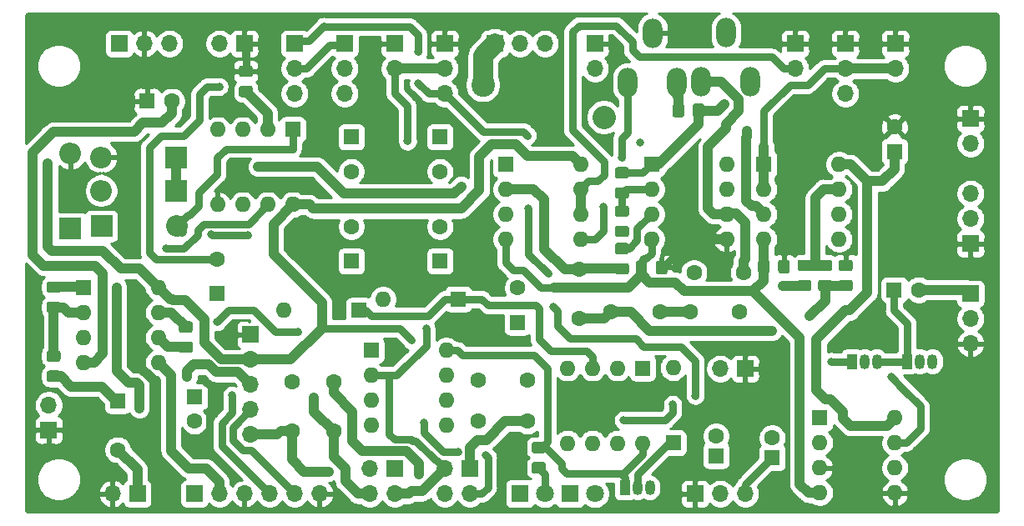
<source format=gbr>
G04 #@! TF.GenerationSoftware,KiCad,Pcbnew,(5.1.5)-3*
G04 #@! TF.CreationDate,2020-02-22T22:02:44-05:00*
G04 #@! TF.ProjectId,Preamplifier,50726561-6d70-46c6-9966-6965722e6b69,rev?*
G04 #@! TF.SameCoordinates,Original*
G04 #@! TF.FileFunction,Copper,L1,Top*
G04 #@! TF.FilePolarity,Positive*
%FSLAX46Y46*%
G04 Gerber Fmt 4.6, Leading zero omitted, Abs format (unit mm)*
G04 Created by KiCad (PCBNEW (5.1.5)-3) date 2020-02-22 22:02:44*
%MOMM*%
%LPD*%
G04 APERTURE LIST*
%ADD10C,1.600000*%
%ADD11R,1.600000X1.600000*%
%ADD12O,1.700000X1.700000*%
%ADD13R,1.700000X1.700000*%
%ADD14C,2.400000*%
%ADD15C,2.400000*%
%ADD16C,0.100000*%
%ADD17O,1.600000X1.600000*%
%ADD18O,2.200000X2.200000*%
%ADD19R,2.200000X2.200000*%
%ADD20R,1.050000X1.500000*%
%ADD21O,1.050000X1.500000*%
%ADD22C,1.800000*%
%ADD23R,1.800000X1.800000*%
%ADD24O,2.000000X3.000000*%
%ADD25C,0.800000*%
%ADD26C,0.750000*%
%ADD27C,1.000000*%
%ADD28C,2.000000*%
%ADD29C,0.254000*%
G04 APERTURE END LIST*
D10*
X76400000Y-91800000D03*
D11*
X76400000Y-93800000D03*
D10*
X70700000Y-91600000D03*
D11*
X70700000Y-93600000D03*
D12*
X96520000Y-82220000D03*
X96520000Y-79680000D03*
D13*
X96520000Y-77140000D03*
D14*
X47050000Y-55930000D03*
D15*
X59317258Y-59217002D02*
X59317258Y-59217002D01*
D12*
X20320000Y-51740000D03*
D13*
X22860000Y-51740000D03*
D12*
X38100000Y-54280000D03*
D13*
X38100000Y-51740000D03*
D12*
X73660000Y-97460000D03*
X71120000Y-97460000D03*
D13*
X68580000Y-97460000D03*
D10*
X27700000Y-91100000D03*
X27700000Y-86100000D03*
X10000000Y-93000000D03*
D11*
X10000000Y-88000000D03*
D10*
X17800000Y-90100000D03*
D11*
X17800000Y-87600000D03*
D10*
X31900000Y-86100000D03*
X31900000Y-91100000D03*
X46600000Y-85900000D03*
X51600000Y-85900000D03*
X51600000Y-90100000D03*
X46600000Y-90100000D03*
X20100000Y-73650000D03*
D11*
X20100000Y-77150000D03*
D10*
X50550000Y-76550000D03*
D11*
X50550000Y-80050000D03*
D10*
X91275000Y-76750000D03*
D11*
X88775000Y-76750000D03*
G04 #@! TA.AperFunction,SMDPad,CuDef*
D16*
G36*
X75884505Y-73691204D02*
G01*
X75908773Y-73694804D01*
X75932572Y-73700765D01*
X75955671Y-73709030D01*
X75977850Y-73719520D01*
X75998893Y-73732132D01*
X76018599Y-73746747D01*
X76036777Y-73763223D01*
X76053253Y-73781401D01*
X76067868Y-73801107D01*
X76080480Y-73822150D01*
X76090970Y-73844329D01*
X76099235Y-73867428D01*
X76105196Y-73891227D01*
X76108796Y-73915495D01*
X76110000Y-73939999D01*
X76110000Y-74840001D01*
X76108796Y-74864505D01*
X76105196Y-74888773D01*
X76099235Y-74912572D01*
X76090970Y-74935671D01*
X76080480Y-74957850D01*
X76067868Y-74978893D01*
X76053253Y-74998599D01*
X76036777Y-75016777D01*
X76018599Y-75033253D01*
X75998893Y-75047868D01*
X75977850Y-75060480D01*
X75955671Y-75070970D01*
X75932572Y-75079235D01*
X75908773Y-75085196D01*
X75884505Y-75088796D01*
X75860001Y-75090000D01*
X75209999Y-75090000D01*
X75185495Y-75088796D01*
X75161227Y-75085196D01*
X75137428Y-75079235D01*
X75114329Y-75070970D01*
X75092150Y-75060480D01*
X75071107Y-75047868D01*
X75051401Y-75033253D01*
X75033223Y-75016777D01*
X75016747Y-74998599D01*
X75002132Y-74978893D01*
X74989520Y-74957850D01*
X74979030Y-74935671D01*
X74970765Y-74912572D01*
X74964804Y-74888773D01*
X74961204Y-74864505D01*
X74960000Y-74840001D01*
X74960000Y-73939999D01*
X74961204Y-73915495D01*
X74964804Y-73891227D01*
X74970765Y-73867428D01*
X74979030Y-73844329D01*
X74989520Y-73822150D01*
X75002132Y-73801107D01*
X75016747Y-73781401D01*
X75033223Y-73763223D01*
X75051401Y-73746747D01*
X75071107Y-73732132D01*
X75092150Y-73719520D01*
X75114329Y-73709030D01*
X75137428Y-73700765D01*
X75161227Y-73694804D01*
X75185495Y-73691204D01*
X75209999Y-73690000D01*
X75860001Y-73690000D01*
X75884505Y-73691204D01*
G37*
G04 #@! TD.AperFunction*
G04 #@! TA.AperFunction,SMDPad,CuDef*
G36*
X77934505Y-73691204D02*
G01*
X77958773Y-73694804D01*
X77982572Y-73700765D01*
X78005671Y-73709030D01*
X78027850Y-73719520D01*
X78048893Y-73732132D01*
X78068599Y-73746747D01*
X78086777Y-73763223D01*
X78103253Y-73781401D01*
X78117868Y-73801107D01*
X78130480Y-73822150D01*
X78140970Y-73844329D01*
X78149235Y-73867428D01*
X78155196Y-73891227D01*
X78158796Y-73915495D01*
X78160000Y-73939999D01*
X78160000Y-74840001D01*
X78158796Y-74864505D01*
X78155196Y-74888773D01*
X78149235Y-74912572D01*
X78140970Y-74935671D01*
X78130480Y-74957850D01*
X78117868Y-74978893D01*
X78103253Y-74998599D01*
X78086777Y-75016777D01*
X78068599Y-75033253D01*
X78048893Y-75047868D01*
X78027850Y-75060480D01*
X78005671Y-75070970D01*
X77982572Y-75079235D01*
X77958773Y-75085196D01*
X77934505Y-75088796D01*
X77910001Y-75090000D01*
X77259999Y-75090000D01*
X77235495Y-75088796D01*
X77211227Y-75085196D01*
X77187428Y-75079235D01*
X77164329Y-75070970D01*
X77142150Y-75060480D01*
X77121107Y-75047868D01*
X77101401Y-75033253D01*
X77083223Y-75016777D01*
X77066747Y-74998599D01*
X77052132Y-74978893D01*
X77039520Y-74957850D01*
X77029030Y-74935671D01*
X77020765Y-74912572D01*
X77014804Y-74888773D01*
X77011204Y-74864505D01*
X77010000Y-74840001D01*
X77010000Y-73939999D01*
X77011204Y-73915495D01*
X77014804Y-73891227D01*
X77020765Y-73867428D01*
X77029030Y-73844329D01*
X77039520Y-73822150D01*
X77052132Y-73801107D01*
X77066747Y-73781401D01*
X77083223Y-73763223D01*
X77101401Y-73746747D01*
X77121107Y-73732132D01*
X77142150Y-73719520D01*
X77164329Y-73709030D01*
X77187428Y-73700765D01*
X77211227Y-73694804D01*
X77235495Y-73691204D01*
X77259999Y-73690000D01*
X77910001Y-73690000D01*
X77934505Y-73691204D01*
G37*
G04 #@! TD.AperFunction*
G04 #@! TA.AperFunction,SMDPad,CuDef*
G36*
X63484505Y-73791204D02*
G01*
X63508773Y-73794804D01*
X63532572Y-73800765D01*
X63555671Y-73809030D01*
X63577850Y-73819520D01*
X63598893Y-73832132D01*
X63618599Y-73846747D01*
X63636777Y-73863223D01*
X63653253Y-73881401D01*
X63667868Y-73901107D01*
X63680480Y-73922150D01*
X63690970Y-73944329D01*
X63699235Y-73967428D01*
X63705196Y-73991227D01*
X63708796Y-74015495D01*
X63710000Y-74039999D01*
X63710000Y-74940001D01*
X63708796Y-74964505D01*
X63705196Y-74988773D01*
X63699235Y-75012572D01*
X63690970Y-75035671D01*
X63680480Y-75057850D01*
X63667868Y-75078893D01*
X63653253Y-75098599D01*
X63636777Y-75116777D01*
X63618599Y-75133253D01*
X63598893Y-75147868D01*
X63577850Y-75160480D01*
X63555671Y-75170970D01*
X63532572Y-75179235D01*
X63508773Y-75185196D01*
X63484505Y-75188796D01*
X63460001Y-75190000D01*
X62809999Y-75190000D01*
X62785495Y-75188796D01*
X62761227Y-75185196D01*
X62737428Y-75179235D01*
X62714329Y-75170970D01*
X62692150Y-75160480D01*
X62671107Y-75147868D01*
X62651401Y-75133253D01*
X62633223Y-75116777D01*
X62616747Y-75098599D01*
X62602132Y-75078893D01*
X62589520Y-75057850D01*
X62579030Y-75035671D01*
X62570765Y-75012572D01*
X62564804Y-74988773D01*
X62561204Y-74964505D01*
X62560000Y-74940001D01*
X62560000Y-74039999D01*
X62561204Y-74015495D01*
X62564804Y-73991227D01*
X62570765Y-73967428D01*
X62579030Y-73944329D01*
X62589520Y-73922150D01*
X62602132Y-73901107D01*
X62616747Y-73881401D01*
X62633223Y-73863223D01*
X62651401Y-73846747D01*
X62671107Y-73832132D01*
X62692150Y-73819520D01*
X62714329Y-73809030D01*
X62737428Y-73800765D01*
X62761227Y-73794804D01*
X62785495Y-73791204D01*
X62809999Y-73790000D01*
X63460001Y-73790000D01*
X63484505Y-73791204D01*
G37*
G04 #@! TD.AperFunction*
G04 #@! TA.AperFunction,SMDPad,CuDef*
G36*
X65534505Y-73791204D02*
G01*
X65558773Y-73794804D01*
X65582572Y-73800765D01*
X65605671Y-73809030D01*
X65627850Y-73819520D01*
X65648893Y-73832132D01*
X65668599Y-73846747D01*
X65686777Y-73863223D01*
X65703253Y-73881401D01*
X65717868Y-73901107D01*
X65730480Y-73922150D01*
X65740970Y-73944329D01*
X65749235Y-73967428D01*
X65755196Y-73991227D01*
X65758796Y-74015495D01*
X65760000Y-74039999D01*
X65760000Y-74940001D01*
X65758796Y-74964505D01*
X65755196Y-74988773D01*
X65749235Y-75012572D01*
X65740970Y-75035671D01*
X65730480Y-75057850D01*
X65717868Y-75078893D01*
X65703253Y-75098599D01*
X65686777Y-75116777D01*
X65668599Y-75133253D01*
X65648893Y-75147868D01*
X65627850Y-75160480D01*
X65605671Y-75170970D01*
X65582572Y-75179235D01*
X65558773Y-75185196D01*
X65534505Y-75188796D01*
X65510001Y-75190000D01*
X64859999Y-75190000D01*
X64835495Y-75188796D01*
X64811227Y-75185196D01*
X64787428Y-75179235D01*
X64764329Y-75170970D01*
X64742150Y-75160480D01*
X64721107Y-75147868D01*
X64701401Y-75133253D01*
X64683223Y-75116777D01*
X64666747Y-75098599D01*
X64652132Y-75078893D01*
X64639520Y-75057850D01*
X64629030Y-75035671D01*
X64620765Y-75012572D01*
X64614804Y-74988773D01*
X64611204Y-74964505D01*
X64610000Y-74940001D01*
X64610000Y-74039999D01*
X64611204Y-74015495D01*
X64614804Y-73991227D01*
X64620765Y-73967428D01*
X64629030Y-73944329D01*
X64639520Y-73922150D01*
X64652132Y-73901107D01*
X64666747Y-73881401D01*
X64683223Y-73863223D01*
X64701401Y-73846747D01*
X64721107Y-73832132D01*
X64742150Y-73819520D01*
X64764329Y-73809030D01*
X64787428Y-73800765D01*
X64811227Y-73794804D01*
X64835495Y-73791204D01*
X64859999Y-73790000D01*
X65510001Y-73790000D01*
X65534505Y-73791204D01*
G37*
G04 #@! TD.AperFunction*
D10*
X68460000Y-74990000D03*
X73460000Y-74990000D03*
X56860000Y-74690000D03*
X56860000Y-79690000D03*
X60060000Y-78990000D03*
X65060000Y-78990000D03*
X68060000Y-78990000D03*
X73060000Y-78990000D03*
X42700000Y-70330000D03*
D11*
X42700000Y-73830000D03*
D10*
X33700000Y-70330000D03*
D11*
X33700000Y-73830000D03*
D10*
X42700000Y-64730000D03*
D11*
X42700000Y-61230000D03*
D10*
X33700000Y-64730000D03*
D11*
X33700000Y-61230000D03*
D17*
X26830000Y-78850000D03*
D11*
X34450000Y-78850000D03*
D17*
X66350000Y-84680000D03*
D11*
X66350000Y-92300000D03*
D17*
X36930000Y-77700000D03*
D11*
X44550000Y-77700000D03*
D18*
X15970000Y-70280000D03*
D19*
X8350000Y-70280000D03*
D18*
X5200000Y-62910000D03*
D19*
X5200000Y-70530000D03*
D18*
X8330000Y-66680000D03*
D19*
X15950000Y-66680000D03*
D18*
X8330000Y-63280000D03*
D19*
X15950000Y-63280000D03*
D13*
X3000000Y-91000000D03*
D12*
X3000000Y-88460000D03*
X43180000Y-56820000D03*
X43180000Y-54280000D03*
D13*
X43180000Y-51740000D03*
D12*
X96520000Y-66980000D03*
X96520000Y-69520000D03*
D13*
X96520000Y-72060000D03*
D12*
X23500000Y-91460000D03*
X23500000Y-88920000D03*
X23500000Y-86380000D03*
X23500000Y-83840000D03*
D13*
X23500000Y-81300000D03*
D12*
X53340000Y-51740000D03*
X50800000Y-51740000D03*
D13*
X48260000Y-51740000D03*
D12*
X83820000Y-56820000D03*
X83820000Y-54280000D03*
D13*
X83820000Y-51740000D03*
D12*
X88900000Y-54280000D03*
D13*
X88900000Y-51740000D03*
D12*
X78740000Y-54280000D03*
D13*
X78740000Y-51740000D03*
D12*
X96520000Y-61900000D03*
D13*
X96520000Y-59360000D03*
D20*
X90095000Y-84020000D03*
D21*
X92635000Y-84020000D03*
X91365000Y-84020000D03*
D20*
X84475000Y-84020000D03*
D21*
X87015000Y-84020000D03*
X85745000Y-84020000D03*
D20*
X61450000Y-96850000D03*
D21*
X63990000Y-96850000D03*
X62720000Y-96850000D03*
G04 #@! TA.AperFunction,SMDPad,CuDef*
D16*
G36*
X3974505Y-75901204D02*
G01*
X3998773Y-75904804D01*
X4022572Y-75910765D01*
X4045671Y-75919030D01*
X4067850Y-75929520D01*
X4088893Y-75942132D01*
X4108599Y-75956747D01*
X4126777Y-75973223D01*
X4143253Y-75991401D01*
X4157868Y-76011107D01*
X4170480Y-76032150D01*
X4180970Y-76054329D01*
X4189235Y-76077428D01*
X4195196Y-76101227D01*
X4198796Y-76125495D01*
X4200000Y-76149999D01*
X4200000Y-76800001D01*
X4198796Y-76824505D01*
X4195196Y-76848773D01*
X4189235Y-76872572D01*
X4180970Y-76895671D01*
X4170480Y-76917850D01*
X4157868Y-76938893D01*
X4143253Y-76958599D01*
X4126777Y-76976777D01*
X4108599Y-76993253D01*
X4088893Y-77007868D01*
X4067850Y-77020480D01*
X4045671Y-77030970D01*
X4022572Y-77039235D01*
X3998773Y-77045196D01*
X3974505Y-77048796D01*
X3950001Y-77050000D01*
X3049999Y-77050000D01*
X3025495Y-77048796D01*
X3001227Y-77045196D01*
X2977428Y-77039235D01*
X2954329Y-77030970D01*
X2932150Y-77020480D01*
X2911107Y-77007868D01*
X2891401Y-76993253D01*
X2873223Y-76976777D01*
X2856747Y-76958599D01*
X2842132Y-76938893D01*
X2829520Y-76917850D01*
X2819030Y-76895671D01*
X2810765Y-76872572D01*
X2804804Y-76848773D01*
X2801204Y-76824505D01*
X2800000Y-76800001D01*
X2800000Y-76149999D01*
X2801204Y-76125495D01*
X2804804Y-76101227D01*
X2810765Y-76077428D01*
X2819030Y-76054329D01*
X2829520Y-76032150D01*
X2842132Y-76011107D01*
X2856747Y-75991401D01*
X2873223Y-75973223D01*
X2891401Y-75956747D01*
X2911107Y-75942132D01*
X2932150Y-75929520D01*
X2954329Y-75919030D01*
X2977428Y-75910765D01*
X3001227Y-75904804D01*
X3025495Y-75901204D01*
X3049999Y-75900000D01*
X3950001Y-75900000D01*
X3974505Y-75901204D01*
G37*
G04 #@! TD.AperFunction*
G04 #@! TA.AperFunction,SMDPad,CuDef*
G36*
X3974505Y-77951204D02*
G01*
X3998773Y-77954804D01*
X4022572Y-77960765D01*
X4045671Y-77969030D01*
X4067850Y-77979520D01*
X4088893Y-77992132D01*
X4108599Y-78006747D01*
X4126777Y-78023223D01*
X4143253Y-78041401D01*
X4157868Y-78061107D01*
X4170480Y-78082150D01*
X4180970Y-78104329D01*
X4189235Y-78127428D01*
X4195196Y-78151227D01*
X4198796Y-78175495D01*
X4200000Y-78199999D01*
X4200000Y-78850001D01*
X4198796Y-78874505D01*
X4195196Y-78898773D01*
X4189235Y-78922572D01*
X4180970Y-78945671D01*
X4170480Y-78967850D01*
X4157868Y-78988893D01*
X4143253Y-79008599D01*
X4126777Y-79026777D01*
X4108599Y-79043253D01*
X4088893Y-79057868D01*
X4067850Y-79070480D01*
X4045671Y-79080970D01*
X4022572Y-79089235D01*
X3998773Y-79095196D01*
X3974505Y-79098796D01*
X3950001Y-79100000D01*
X3049999Y-79100000D01*
X3025495Y-79098796D01*
X3001227Y-79095196D01*
X2977428Y-79089235D01*
X2954329Y-79080970D01*
X2932150Y-79070480D01*
X2911107Y-79057868D01*
X2891401Y-79043253D01*
X2873223Y-79026777D01*
X2856747Y-79008599D01*
X2842132Y-78988893D01*
X2829520Y-78967850D01*
X2819030Y-78945671D01*
X2810765Y-78922572D01*
X2804804Y-78898773D01*
X2801204Y-78874505D01*
X2800000Y-78850001D01*
X2800000Y-78199999D01*
X2801204Y-78175495D01*
X2804804Y-78151227D01*
X2810765Y-78127428D01*
X2819030Y-78104329D01*
X2829520Y-78082150D01*
X2842132Y-78061107D01*
X2856747Y-78041401D01*
X2873223Y-78023223D01*
X2891401Y-78006747D01*
X2911107Y-77992132D01*
X2932150Y-77979520D01*
X2954329Y-77969030D01*
X2977428Y-77960765D01*
X3001227Y-77954804D01*
X3025495Y-77951204D01*
X3049999Y-77950000D01*
X3950001Y-77950000D01*
X3974505Y-77951204D01*
G37*
G04 #@! TD.AperFunction*
G04 #@! TA.AperFunction,SMDPad,CuDef*
G36*
X3974505Y-84951204D02*
G01*
X3998773Y-84954804D01*
X4022572Y-84960765D01*
X4045671Y-84969030D01*
X4067850Y-84979520D01*
X4088893Y-84992132D01*
X4108599Y-85006747D01*
X4126777Y-85023223D01*
X4143253Y-85041401D01*
X4157868Y-85061107D01*
X4170480Y-85082150D01*
X4180970Y-85104329D01*
X4189235Y-85127428D01*
X4195196Y-85151227D01*
X4198796Y-85175495D01*
X4200000Y-85199999D01*
X4200000Y-85850001D01*
X4198796Y-85874505D01*
X4195196Y-85898773D01*
X4189235Y-85922572D01*
X4180970Y-85945671D01*
X4170480Y-85967850D01*
X4157868Y-85988893D01*
X4143253Y-86008599D01*
X4126777Y-86026777D01*
X4108599Y-86043253D01*
X4088893Y-86057868D01*
X4067850Y-86070480D01*
X4045671Y-86080970D01*
X4022572Y-86089235D01*
X3998773Y-86095196D01*
X3974505Y-86098796D01*
X3950001Y-86100000D01*
X3049999Y-86100000D01*
X3025495Y-86098796D01*
X3001227Y-86095196D01*
X2977428Y-86089235D01*
X2954329Y-86080970D01*
X2932150Y-86070480D01*
X2911107Y-86057868D01*
X2891401Y-86043253D01*
X2873223Y-86026777D01*
X2856747Y-86008599D01*
X2842132Y-85988893D01*
X2829520Y-85967850D01*
X2819030Y-85945671D01*
X2810765Y-85922572D01*
X2804804Y-85898773D01*
X2801204Y-85874505D01*
X2800000Y-85850001D01*
X2800000Y-85199999D01*
X2801204Y-85175495D01*
X2804804Y-85151227D01*
X2810765Y-85127428D01*
X2819030Y-85104329D01*
X2829520Y-85082150D01*
X2842132Y-85061107D01*
X2856747Y-85041401D01*
X2873223Y-85023223D01*
X2891401Y-85006747D01*
X2911107Y-84992132D01*
X2932150Y-84979520D01*
X2954329Y-84969030D01*
X2977428Y-84960765D01*
X3001227Y-84954804D01*
X3025495Y-84951204D01*
X3049999Y-84950000D01*
X3950001Y-84950000D01*
X3974505Y-84951204D01*
G37*
G04 #@! TD.AperFunction*
G04 #@! TA.AperFunction,SMDPad,CuDef*
G36*
X3974505Y-82901204D02*
G01*
X3998773Y-82904804D01*
X4022572Y-82910765D01*
X4045671Y-82919030D01*
X4067850Y-82929520D01*
X4088893Y-82942132D01*
X4108599Y-82956747D01*
X4126777Y-82973223D01*
X4143253Y-82991401D01*
X4157868Y-83011107D01*
X4170480Y-83032150D01*
X4180970Y-83054329D01*
X4189235Y-83077428D01*
X4195196Y-83101227D01*
X4198796Y-83125495D01*
X4200000Y-83149999D01*
X4200000Y-83800001D01*
X4198796Y-83824505D01*
X4195196Y-83848773D01*
X4189235Y-83872572D01*
X4180970Y-83895671D01*
X4170480Y-83917850D01*
X4157868Y-83938893D01*
X4143253Y-83958599D01*
X4126777Y-83976777D01*
X4108599Y-83993253D01*
X4088893Y-84007868D01*
X4067850Y-84020480D01*
X4045671Y-84030970D01*
X4022572Y-84039235D01*
X3998773Y-84045196D01*
X3974505Y-84048796D01*
X3950001Y-84050000D01*
X3049999Y-84050000D01*
X3025495Y-84048796D01*
X3001227Y-84045196D01*
X2977428Y-84039235D01*
X2954329Y-84030970D01*
X2932150Y-84020480D01*
X2911107Y-84007868D01*
X2891401Y-83993253D01*
X2873223Y-83976777D01*
X2856747Y-83958599D01*
X2842132Y-83938893D01*
X2829520Y-83917850D01*
X2819030Y-83895671D01*
X2810765Y-83872572D01*
X2804804Y-83848773D01*
X2801204Y-83824505D01*
X2800000Y-83800001D01*
X2800000Y-83149999D01*
X2801204Y-83125495D01*
X2804804Y-83101227D01*
X2810765Y-83077428D01*
X2819030Y-83054329D01*
X2829520Y-83032150D01*
X2842132Y-83011107D01*
X2856747Y-82991401D01*
X2873223Y-82973223D01*
X2891401Y-82956747D01*
X2911107Y-82942132D01*
X2932150Y-82929520D01*
X2954329Y-82919030D01*
X2977428Y-82910765D01*
X3001227Y-82904804D01*
X3025495Y-82901204D01*
X3049999Y-82900000D01*
X3950001Y-82900000D01*
X3974505Y-82901204D01*
G37*
G04 #@! TD.AperFunction*
G04 #@! TA.AperFunction,SMDPad,CuDef*
G36*
X17374505Y-82001204D02*
G01*
X17398773Y-82004804D01*
X17422572Y-82010765D01*
X17445671Y-82019030D01*
X17467850Y-82029520D01*
X17488893Y-82042132D01*
X17508599Y-82056747D01*
X17526777Y-82073223D01*
X17543253Y-82091401D01*
X17557868Y-82111107D01*
X17570480Y-82132150D01*
X17580970Y-82154329D01*
X17589235Y-82177428D01*
X17595196Y-82201227D01*
X17598796Y-82225495D01*
X17600000Y-82249999D01*
X17600000Y-82900001D01*
X17598796Y-82924505D01*
X17595196Y-82948773D01*
X17589235Y-82972572D01*
X17580970Y-82995671D01*
X17570480Y-83017850D01*
X17557868Y-83038893D01*
X17543253Y-83058599D01*
X17526777Y-83076777D01*
X17508599Y-83093253D01*
X17488893Y-83107868D01*
X17467850Y-83120480D01*
X17445671Y-83130970D01*
X17422572Y-83139235D01*
X17398773Y-83145196D01*
X17374505Y-83148796D01*
X17350001Y-83150000D01*
X16449999Y-83150000D01*
X16425495Y-83148796D01*
X16401227Y-83145196D01*
X16377428Y-83139235D01*
X16354329Y-83130970D01*
X16332150Y-83120480D01*
X16311107Y-83107868D01*
X16291401Y-83093253D01*
X16273223Y-83076777D01*
X16256747Y-83058599D01*
X16242132Y-83038893D01*
X16229520Y-83017850D01*
X16219030Y-82995671D01*
X16210765Y-82972572D01*
X16204804Y-82948773D01*
X16201204Y-82924505D01*
X16200000Y-82900001D01*
X16200000Y-82249999D01*
X16201204Y-82225495D01*
X16204804Y-82201227D01*
X16210765Y-82177428D01*
X16219030Y-82154329D01*
X16229520Y-82132150D01*
X16242132Y-82111107D01*
X16256747Y-82091401D01*
X16273223Y-82073223D01*
X16291401Y-82056747D01*
X16311107Y-82042132D01*
X16332150Y-82029520D01*
X16354329Y-82019030D01*
X16377428Y-82010765D01*
X16401227Y-82004804D01*
X16425495Y-82001204D01*
X16449999Y-82000000D01*
X17350001Y-82000000D01*
X17374505Y-82001204D01*
G37*
G04 #@! TD.AperFunction*
G04 #@! TA.AperFunction,SMDPad,CuDef*
G36*
X17374505Y-79951204D02*
G01*
X17398773Y-79954804D01*
X17422572Y-79960765D01*
X17445671Y-79969030D01*
X17467850Y-79979520D01*
X17488893Y-79992132D01*
X17508599Y-80006747D01*
X17526777Y-80023223D01*
X17543253Y-80041401D01*
X17557868Y-80061107D01*
X17570480Y-80082150D01*
X17580970Y-80104329D01*
X17589235Y-80127428D01*
X17595196Y-80151227D01*
X17598796Y-80175495D01*
X17600000Y-80199999D01*
X17600000Y-80850001D01*
X17598796Y-80874505D01*
X17595196Y-80898773D01*
X17589235Y-80922572D01*
X17580970Y-80945671D01*
X17570480Y-80967850D01*
X17557868Y-80988893D01*
X17543253Y-81008599D01*
X17526777Y-81026777D01*
X17508599Y-81043253D01*
X17488893Y-81057868D01*
X17467850Y-81070480D01*
X17445671Y-81080970D01*
X17422572Y-81089235D01*
X17398773Y-81095196D01*
X17374505Y-81098796D01*
X17350001Y-81100000D01*
X16449999Y-81100000D01*
X16425495Y-81098796D01*
X16401227Y-81095196D01*
X16377428Y-81089235D01*
X16354329Y-81080970D01*
X16332150Y-81070480D01*
X16311107Y-81057868D01*
X16291401Y-81043253D01*
X16273223Y-81026777D01*
X16256747Y-81008599D01*
X16242132Y-80988893D01*
X16229520Y-80967850D01*
X16219030Y-80945671D01*
X16210765Y-80922572D01*
X16204804Y-80898773D01*
X16201204Y-80874505D01*
X16200000Y-80850001D01*
X16200000Y-80199999D01*
X16201204Y-80175495D01*
X16204804Y-80151227D01*
X16210765Y-80127428D01*
X16219030Y-80104329D01*
X16229520Y-80082150D01*
X16242132Y-80061107D01*
X16256747Y-80041401D01*
X16273223Y-80023223D01*
X16291401Y-80006747D01*
X16311107Y-79992132D01*
X16332150Y-79979520D01*
X16354329Y-79969030D01*
X16377428Y-79960765D01*
X16401227Y-79954804D01*
X16425495Y-79951204D01*
X16449999Y-79950000D01*
X17350001Y-79950000D01*
X17374505Y-79951204D01*
G37*
G04 #@! TD.AperFunction*
G04 #@! TA.AperFunction,SMDPad,CuDef*
G36*
X23474505Y-56031204D02*
G01*
X23498773Y-56034804D01*
X23522572Y-56040765D01*
X23545671Y-56049030D01*
X23567850Y-56059520D01*
X23588893Y-56072132D01*
X23608599Y-56086747D01*
X23626777Y-56103223D01*
X23643253Y-56121401D01*
X23657868Y-56141107D01*
X23670480Y-56162150D01*
X23680970Y-56184329D01*
X23689235Y-56207428D01*
X23695196Y-56231227D01*
X23698796Y-56255495D01*
X23700000Y-56279999D01*
X23700000Y-56930001D01*
X23698796Y-56954505D01*
X23695196Y-56978773D01*
X23689235Y-57002572D01*
X23680970Y-57025671D01*
X23670480Y-57047850D01*
X23657868Y-57068893D01*
X23643253Y-57088599D01*
X23626777Y-57106777D01*
X23608599Y-57123253D01*
X23588893Y-57137868D01*
X23567850Y-57150480D01*
X23545671Y-57160970D01*
X23522572Y-57169235D01*
X23498773Y-57175196D01*
X23474505Y-57178796D01*
X23450001Y-57180000D01*
X22549999Y-57180000D01*
X22525495Y-57178796D01*
X22501227Y-57175196D01*
X22477428Y-57169235D01*
X22454329Y-57160970D01*
X22432150Y-57150480D01*
X22411107Y-57137868D01*
X22391401Y-57123253D01*
X22373223Y-57106777D01*
X22356747Y-57088599D01*
X22342132Y-57068893D01*
X22329520Y-57047850D01*
X22319030Y-57025671D01*
X22310765Y-57002572D01*
X22304804Y-56978773D01*
X22301204Y-56954505D01*
X22300000Y-56930001D01*
X22300000Y-56279999D01*
X22301204Y-56255495D01*
X22304804Y-56231227D01*
X22310765Y-56207428D01*
X22319030Y-56184329D01*
X22329520Y-56162150D01*
X22342132Y-56141107D01*
X22356747Y-56121401D01*
X22373223Y-56103223D01*
X22391401Y-56086747D01*
X22411107Y-56072132D01*
X22432150Y-56059520D01*
X22454329Y-56049030D01*
X22477428Y-56040765D01*
X22501227Y-56034804D01*
X22525495Y-56031204D01*
X22549999Y-56030000D01*
X23450001Y-56030000D01*
X23474505Y-56031204D01*
G37*
G04 #@! TD.AperFunction*
G04 #@! TA.AperFunction,SMDPad,CuDef*
G36*
X23474505Y-53981204D02*
G01*
X23498773Y-53984804D01*
X23522572Y-53990765D01*
X23545671Y-53999030D01*
X23567850Y-54009520D01*
X23588893Y-54022132D01*
X23608599Y-54036747D01*
X23626777Y-54053223D01*
X23643253Y-54071401D01*
X23657868Y-54091107D01*
X23670480Y-54112150D01*
X23680970Y-54134329D01*
X23689235Y-54157428D01*
X23695196Y-54181227D01*
X23698796Y-54205495D01*
X23700000Y-54229999D01*
X23700000Y-54880001D01*
X23698796Y-54904505D01*
X23695196Y-54928773D01*
X23689235Y-54952572D01*
X23680970Y-54975671D01*
X23670480Y-54997850D01*
X23657868Y-55018893D01*
X23643253Y-55038599D01*
X23626777Y-55056777D01*
X23608599Y-55073253D01*
X23588893Y-55087868D01*
X23567850Y-55100480D01*
X23545671Y-55110970D01*
X23522572Y-55119235D01*
X23498773Y-55125196D01*
X23474505Y-55128796D01*
X23450001Y-55130000D01*
X22549999Y-55130000D01*
X22525495Y-55128796D01*
X22501227Y-55125196D01*
X22477428Y-55119235D01*
X22454329Y-55110970D01*
X22432150Y-55100480D01*
X22411107Y-55087868D01*
X22391401Y-55073253D01*
X22373223Y-55056777D01*
X22356747Y-55038599D01*
X22342132Y-55018893D01*
X22329520Y-54997850D01*
X22319030Y-54975671D01*
X22310765Y-54952572D01*
X22304804Y-54928773D01*
X22301204Y-54904505D01*
X22300000Y-54880001D01*
X22300000Y-54229999D01*
X22301204Y-54205495D01*
X22304804Y-54181227D01*
X22310765Y-54157428D01*
X22319030Y-54134329D01*
X22329520Y-54112150D01*
X22342132Y-54091107D01*
X22356747Y-54071401D01*
X22373223Y-54053223D01*
X22391401Y-54036747D01*
X22411107Y-54022132D01*
X22432150Y-54009520D01*
X22454329Y-53999030D01*
X22477428Y-53990765D01*
X22501227Y-53984804D01*
X22525495Y-53981204D01*
X22549999Y-53980000D01*
X23450001Y-53980000D01*
X23474505Y-53981204D01*
G37*
G04 #@! TD.AperFunction*
G04 #@! TA.AperFunction,SMDPad,CuDef*
G36*
X61634505Y-74041204D02*
G01*
X61658773Y-74044804D01*
X61682572Y-74050765D01*
X61705671Y-74059030D01*
X61727850Y-74069520D01*
X61748893Y-74082132D01*
X61768599Y-74096747D01*
X61786777Y-74113223D01*
X61803253Y-74131401D01*
X61817868Y-74151107D01*
X61830480Y-74172150D01*
X61840970Y-74194329D01*
X61849235Y-74217428D01*
X61855196Y-74241227D01*
X61858796Y-74265495D01*
X61860000Y-74289999D01*
X61860000Y-74940001D01*
X61858796Y-74964505D01*
X61855196Y-74988773D01*
X61849235Y-75012572D01*
X61840970Y-75035671D01*
X61830480Y-75057850D01*
X61817868Y-75078893D01*
X61803253Y-75098599D01*
X61786777Y-75116777D01*
X61768599Y-75133253D01*
X61748893Y-75147868D01*
X61727850Y-75160480D01*
X61705671Y-75170970D01*
X61682572Y-75179235D01*
X61658773Y-75185196D01*
X61634505Y-75188796D01*
X61610001Y-75190000D01*
X60709999Y-75190000D01*
X60685495Y-75188796D01*
X60661227Y-75185196D01*
X60637428Y-75179235D01*
X60614329Y-75170970D01*
X60592150Y-75160480D01*
X60571107Y-75147868D01*
X60551401Y-75133253D01*
X60533223Y-75116777D01*
X60516747Y-75098599D01*
X60502132Y-75078893D01*
X60489520Y-75057850D01*
X60479030Y-75035671D01*
X60470765Y-75012572D01*
X60464804Y-74988773D01*
X60461204Y-74964505D01*
X60460000Y-74940001D01*
X60460000Y-74289999D01*
X60461204Y-74265495D01*
X60464804Y-74241227D01*
X60470765Y-74217428D01*
X60479030Y-74194329D01*
X60489520Y-74172150D01*
X60502132Y-74151107D01*
X60516747Y-74131401D01*
X60533223Y-74113223D01*
X60551401Y-74096747D01*
X60571107Y-74082132D01*
X60592150Y-74069520D01*
X60614329Y-74059030D01*
X60637428Y-74050765D01*
X60661227Y-74044804D01*
X60685495Y-74041204D01*
X60709999Y-74040000D01*
X61610001Y-74040000D01*
X61634505Y-74041204D01*
G37*
G04 #@! TD.AperFunction*
G04 #@! TA.AperFunction,SMDPad,CuDef*
G36*
X61634505Y-71991204D02*
G01*
X61658773Y-71994804D01*
X61682572Y-72000765D01*
X61705671Y-72009030D01*
X61727850Y-72019520D01*
X61748893Y-72032132D01*
X61768599Y-72046747D01*
X61786777Y-72063223D01*
X61803253Y-72081401D01*
X61817868Y-72101107D01*
X61830480Y-72122150D01*
X61840970Y-72144329D01*
X61849235Y-72167428D01*
X61855196Y-72191227D01*
X61858796Y-72215495D01*
X61860000Y-72239999D01*
X61860000Y-72890001D01*
X61858796Y-72914505D01*
X61855196Y-72938773D01*
X61849235Y-72962572D01*
X61840970Y-72985671D01*
X61830480Y-73007850D01*
X61817868Y-73028893D01*
X61803253Y-73048599D01*
X61786777Y-73066777D01*
X61768599Y-73083253D01*
X61748893Y-73097868D01*
X61727850Y-73110480D01*
X61705671Y-73120970D01*
X61682572Y-73129235D01*
X61658773Y-73135196D01*
X61634505Y-73138796D01*
X61610001Y-73140000D01*
X60709999Y-73140000D01*
X60685495Y-73138796D01*
X60661227Y-73135196D01*
X60637428Y-73129235D01*
X60614329Y-73120970D01*
X60592150Y-73110480D01*
X60571107Y-73097868D01*
X60551401Y-73083253D01*
X60533223Y-73066777D01*
X60516747Y-73048599D01*
X60502132Y-73028893D01*
X60489520Y-73007850D01*
X60479030Y-72985671D01*
X60470765Y-72962572D01*
X60464804Y-72938773D01*
X60461204Y-72914505D01*
X60460000Y-72890001D01*
X60460000Y-72239999D01*
X60461204Y-72215495D01*
X60464804Y-72191227D01*
X60470765Y-72167428D01*
X60479030Y-72144329D01*
X60489520Y-72122150D01*
X60502132Y-72101107D01*
X60516747Y-72081401D01*
X60533223Y-72063223D01*
X60551401Y-72046747D01*
X60571107Y-72032132D01*
X60592150Y-72019520D01*
X60614329Y-72009030D01*
X60637428Y-72000765D01*
X60661227Y-71994804D01*
X60685495Y-71991204D01*
X60709999Y-71990000D01*
X61610001Y-71990000D01*
X61634505Y-71991204D01*
G37*
G04 #@! TD.AperFunction*
G04 #@! TA.AperFunction,SMDPad,CuDef*
G36*
X53174505Y-94251204D02*
G01*
X53198773Y-94254804D01*
X53222572Y-94260765D01*
X53245671Y-94269030D01*
X53267850Y-94279520D01*
X53288893Y-94292132D01*
X53308599Y-94306747D01*
X53326777Y-94323223D01*
X53343253Y-94341401D01*
X53357868Y-94361107D01*
X53370480Y-94382150D01*
X53380970Y-94404329D01*
X53389235Y-94427428D01*
X53395196Y-94451227D01*
X53398796Y-94475495D01*
X53400000Y-94499999D01*
X53400000Y-95150001D01*
X53398796Y-95174505D01*
X53395196Y-95198773D01*
X53389235Y-95222572D01*
X53380970Y-95245671D01*
X53370480Y-95267850D01*
X53357868Y-95288893D01*
X53343253Y-95308599D01*
X53326777Y-95326777D01*
X53308599Y-95343253D01*
X53288893Y-95357868D01*
X53267850Y-95370480D01*
X53245671Y-95380970D01*
X53222572Y-95389235D01*
X53198773Y-95395196D01*
X53174505Y-95398796D01*
X53150001Y-95400000D01*
X52249999Y-95400000D01*
X52225495Y-95398796D01*
X52201227Y-95395196D01*
X52177428Y-95389235D01*
X52154329Y-95380970D01*
X52132150Y-95370480D01*
X52111107Y-95357868D01*
X52091401Y-95343253D01*
X52073223Y-95326777D01*
X52056747Y-95308599D01*
X52042132Y-95288893D01*
X52029520Y-95267850D01*
X52019030Y-95245671D01*
X52010765Y-95222572D01*
X52004804Y-95198773D01*
X52001204Y-95174505D01*
X52000000Y-95150001D01*
X52000000Y-94499999D01*
X52001204Y-94475495D01*
X52004804Y-94451227D01*
X52010765Y-94427428D01*
X52019030Y-94404329D01*
X52029520Y-94382150D01*
X52042132Y-94361107D01*
X52056747Y-94341401D01*
X52073223Y-94323223D01*
X52091401Y-94306747D01*
X52111107Y-94292132D01*
X52132150Y-94279520D01*
X52154329Y-94269030D01*
X52177428Y-94260765D01*
X52201227Y-94254804D01*
X52225495Y-94251204D01*
X52249999Y-94250000D01*
X53150001Y-94250000D01*
X53174505Y-94251204D01*
G37*
G04 #@! TD.AperFunction*
G04 #@! TA.AperFunction,SMDPad,CuDef*
G36*
X53174505Y-92201204D02*
G01*
X53198773Y-92204804D01*
X53222572Y-92210765D01*
X53245671Y-92219030D01*
X53267850Y-92229520D01*
X53288893Y-92242132D01*
X53308599Y-92256747D01*
X53326777Y-92273223D01*
X53343253Y-92291401D01*
X53357868Y-92311107D01*
X53370480Y-92332150D01*
X53380970Y-92354329D01*
X53389235Y-92377428D01*
X53395196Y-92401227D01*
X53398796Y-92425495D01*
X53400000Y-92449999D01*
X53400000Y-93100001D01*
X53398796Y-93124505D01*
X53395196Y-93148773D01*
X53389235Y-93172572D01*
X53380970Y-93195671D01*
X53370480Y-93217850D01*
X53357868Y-93238893D01*
X53343253Y-93258599D01*
X53326777Y-93276777D01*
X53308599Y-93293253D01*
X53288893Y-93307868D01*
X53267850Y-93320480D01*
X53245671Y-93330970D01*
X53222572Y-93339235D01*
X53198773Y-93345196D01*
X53174505Y-93348796D01*
X53150001Y-93350000D01*
X52249999Y-93350000D01*
X52225495Y-93348796D01*
X52201227Y-93345196D01*
X52177428Y-93339235D01*
X52154329Y-93330970D01*
X52132150Y-93320480D01*
X52111107Y-93307868D01*
X52091401Y-93293253D01*
X52073223Y-93276777D01*
X52056747Y-93258599D01*
X52042132Y-93238893D01*
X52029520Y-93217850D01*
X52019030Y-93195671D01*
X52010765Y-93172572D01*
X52004804Y-93148773D01*
X52001204Y-93124505D01*
X52000000Y-93100001D01*
X52000000Y-92449999D01*
X52001204Y-92425495D01*
X52004804Y-92401227D01*
X52010765Y-92377428D01*
X52019030Y-92354329D01*
X52029520Y-92332150D01*
X52042132Y-92311107D01*
X52056747Y-92291401D01*
X52073223Y-92273223D01*
X52091401Y-92256747D01*
X52111107Y-92242132D01*
X52132150Y-92229520D01*
X52154329Y-92219030D01*
X52177428Y-92210765D01*
X52201227Y-92204804D01*
X52225495Y-92201204D01*
X52249999Y-92200000D01*
X53150001Y-92200000D01*
X53174505Y-92201204D01*
G37*
G04 #@! TD.AperFunction*
G04 #@! TA.AperFunction,SMDPad,CuDef*
G36*
X61634505Y-64291204D02*
G01*
X61658773Y-64294804D01*
X61682572Y-64300765D01*
X61705671Y-64309030D01*
X61727850Y-64319520D01*
X61748893Y-64332132D01*
X61768599Y-64346747D01*
X61786777Y-64363223D01*
X61803253Y-64381401D01*
X61817868Y-64401107D01*
X61830480Y-64422150D01*
X61840970Y-64444329D01*
X61849235Y-64467428D01*
X61855196Y-64491227D01*
X61858796Y-64515495D01*
X61860000Y-64539999D01*
X61860000Y-65190001D01*
X61858796Y-65214505D01*
X61855196Y-65238773D01*
X61849235Y-65262572D01*
X61840970Y-65285671D01*
X61830480Y-65307850D01*
X61817868Y-65328893D01*
X61803253Y-65348599D01*
X61786777Y-65366777D01*
X61768599Y-65383253D01*
X61748893Y-65397868D01*
X61727850Y-65410480D01*
X61705671Y-65420970D01*
X61682572Y-65429235D01*
X61658773Y-65435196D01*
X61634505Y-65438796D01*
X61610001Y-65440000D01*
X60709999Y-65440000D01*
X60685495Y-65438796D01*
X60661227Y-65435196D01*
X60637428Y-65429235D01*
X60614329Y-65420970D01*
X60592150Y-65410480D01*
X60571107Y-65397868D01*
X60551401Y-65383253D01*
X60533223Y-65366777D01*
X60516747Y-65348599D01*
X60502132Y-65328893D01*
X60489520Y-65307850D01*
X60479030Y-65285671D01*
X60470765Y-65262572D01*
X60464804Y-65238773D01*
X60461204Y-65214505D01*
X60460000Y-65190001D01*
X60460000Y-64539999D01*
X60461204Y-64515495D01*
X60464804Y-64491227D01*
X60470765Y-64467428D01*
X60479030Y-64444329D01*
X60489520Y-64422150D01*
X60502132Y-64401107D01*
X60516747Y-64381401D01*
X60533223Y-64363223D01*
X60551401Y-64346747D01*
X60571107Y-64332132D01*
X60592150Y-64319520D01*
X60614329Y-64309030D01*
X60637428Y-64300765D01*
X60661227Y-64294804D01*
X60685495Y-64291204D01*
X60709999Y-64290000D01*
X61610001Y-64290000D01*
X61634505Y-64291204D01*
G37*
G04 #@! TD.AperFunction*
G04 #@! TA.AperFunction,SMDPad,CuDef*
G36*
X61634505Y-66341204D02*
G01*
X61658773Y-66344804D01*
X61682572Y-66350765D01*
X61705671Y-66359030D01*
X61727850Y-66369520D01*
X61748893Y-66382132D01*
X61768599Y-66396747D01*
X61786777Y-66413223D01*
X61803253Y-66431401D01*
X61817868Y-66451107D01*
X61830480Y-66472150D01*
X61840970Y-66494329D01*
X61849235Y-66517428D01*
X61855196Y-66541227D01*
X61858796Y-66565495D01*
X61860000Y-66589999D01*
X61860000Y-67240001D01*
X61858796Y-67264505D01*
X61855196Y-67288773D01*
X61849235Y-67312572D01*
X61840970Y-67335671D01*
X61830480Y-67357850D01*
X61817868Y-67378893D01*
X61803253Y-67398599D01*
X61786777Y-67416777D01*
X61768599Y-67433253D01*
X61748893Y-67447868D01*
X61727850Y-67460480D01*
X61705671Y-67470970D01*
X61682572Y-67479235D01*
X61658773Y-67485196D01*
X61634505Y-67488796D01*
X61610001Y-67490000D01*
X60709999Y-67490000D01*
X60685495Y-67488796D01*
X60661227Y-67485196D01*
X60637428Y-67479235D01*
X60614329Y-67470970D01*
X60592150Y-67460480D01*
X60571107Y-67447868D01*
X60551401Y-67433253D01*
X60533223Y-67416777D01*
X60516747Y-67398599D01*
X60502132Y-67378893D01*
X60489520Y-67357850D01*
X60479030Y-67335671D01*
X60470765Y-67312572D01*
X60464804Y-67288773D01*
X60461204Y-67264505D01*
X60460000Y-67240001D01*
X60460000Y-66589999D01*
X60461204Y-66565495D01*
X60464804Y-66541227D01*
X60470765Y-66517428D01*
X60479030Y-66494329D01*
X60489520Y-66472150D01*
X60502132Y-66451107D01*
X60516747Y-66431401D01*
X60533223Y-66413223D01*
X60551401Y-66396747D01*
X60571107Y-66382132D01*
X60592150Y-66369520D01*
X60614329Y-66359030D01*
X60637428Y-66350765D01*
X60661227Y-66344804D01*
X60685495Y-66341204D01*
X60709999Y-66340000D01*
X61610001Y-66340000D01*
X61634505Y-66341204D01*
G37*
G04 #@! TD.AperFunction*
G04 #@! TA.AperFunction,SMDPad,CuDef*
G36*
X61634505Y-68191204D02*
G01*
X61658773Y-68194804D01*
X61682572Y-68200765D01*
X61705671Y-68209030D01*
X61727850Y-68219520D01*
X61748893Y-68232132D01*
X61768599Y-68246747D01*
X61786777Y-68263223D01*
X61803253Y-68281401D01*
X61817868Y-68301107D01*
X61830480Y-68322150D01*
X61840970Y-68344329D01*
X61849235Y-68367428D01*
X61855196Y-68391227D01*
X61858796Y-68415495D01*
X61860000Y-68439999D01*
X61860000Y-69090001D01*
X61858796Y-69114505D01*
X61855196Y-69138773D01*
X61849235Y-69162572D01*
X61840970Y-69185671D01*
X61830480Y-69207850D01*
X61817868Y-69228893D01*
X61803253Y-69248599D01*
X61786777Y-69266777D01*
X61768599Y-69283253D01*
X61748893Y-69297868D01*
X61727850Y-69310480D01*
X61705671Y-69320970D01*
X61682572Y-69329235D01*
X61658773Y-69335196D01*
X61634505Y-69338796D01*
X61610001Y-69340000D01*
X60709999Y-69340000D01*
X60685495Y-69338796D01*
X60661227Y-69335196D01*
X60637428Y-69329235D01*
X60614329Y-69320970D01*
X60592150Y-69310480D01*
X60571107Y-69297868D01*
X60551401Y-69283253D01*
X60533223Y-69266777D01*
X60516747Y-69248599D01*
X60502132Y-69228893D01*
X60489520Y-69207850D01*
X60479030Y-69185671D01*
X60470765Y-69162572D01*
X60464804Y-69138773D01*
X60461204Y-69114505D01*
X60460000Y-69090001D01*
X60460000Y-68439999D01*
X60461204Y-68415495D01*
X60464804Y-68391227D01*
X60470765Y-68367428D01*
X60479030Y-68344329D01*
X60489520Y-68322150D01*
X60502132Y-68301107D01*
X60516747Y-68281401D01*
X60533223Y-68263223D01*
X60551401Y-68246747D01*
X60571107Y-68232132D01*
X60592150Y-68219520D01*
X60614329Y-68209030D01*
X60637428Y-68200765D01*
X60661227Y-68194804D01*
X60685495Y-68191204D01*
X60709999Y-68190000D01*
X61610001Y-68190000D01*
X61634505Y-68191204D01*
G37*
G04 #@! TD.AperFunction*
G04 #@! TA.AperFunction,SMDPad,CuDef*
G36*
X61634505Y-70241204D02*
G01*
X61658773Y-70244804D01*
X61682572Y-70250765D01*
X61705671Y-70259030D01*
X61727850Y-70269520D01*
X61748893Y-70282132D01*
X61768599Y-70296747D01*
X61786777Y-70313223D01*
X61803253Y-70331401D01*
X61817868Y-70351107D01*
X61830480Y-70372150D01*
X61840970Y-70394329D01*
X61849235Y-70417428D01*
X61855196Y-70441227D01*
X61858796Y-70465495D01*
X61860000Y-70489999D01*
X61860000Y-71140001D01*
X61858796Y-71164505D01*
X61855196Y-71188773D01*
X61849235Y-71212572D01*
X61840970Y-71235671D01*
X61830480Y-71257850D01*
X61817868Y-71278893D01*
X61803253Y-71298599D01*
X61786777Y-71316777D01*
X61768599Y-71333253D01*
X61748893Y-71347868D01*
X61727850Y-71360480D01*
X61705671Y-71370970D01*
X61682572Y-71379235D01*
X61658773Y-71385196D01*
X61634505Y-71388796D01*
X61610001Y-71390000D01*
X60709999Y-71390000D01*
X60685495Y-71388796D01*
X60661227Y-71385196D01*
X60637428Y-71379235D01*
X60614329Y-71370970D01*
X60592150Y-71360480D01*
X60571107Y-71347868D01*
X60551401Y-71333253D01*
X60533223Y-71316777D01*
X60516747Y-71298599D01*
X60502132Y-71278893D01*
X60489520Y-71257850D01*
X60479030Y-71235671D01*
X60470765Y-71212572D01*
X60464804Y-71188773D01*
X60461204Y-71164505D01*
X60460000Y-71140001D01*
X60460000Y-70489999D01*
X60461204Y-70465495D01*
X60464804Y-70441227D01*
X60470765Y-70417428D01*
X60479030Y-70394329D01*
X60489520Y-70372150D01*
X60502132Y-70351107D01*
X60516747Y-70331401D01*
X60533223Y-70313223D01*
X60551401Y-70296747D01*
X60571107Y-70282132D01*
X60592150Y-70269520D01*
X60614329Y-70259030D01*
X60637428Y-70250765D01*
X60661227Y-70244804D01*
X60685495Y-70241204D01*
X60709999Y-70240000D01*
X61610001Y-70240000D01*
X61634505Y-70241204D01*
G37*
G04 #@! TD.AperFunction*
G04 #@! TA.AperFunction,SMDPad,CuDef*
G36*
X82234505Y-73691204D02*
G01*
X82258773Y-73694804D01*
X82282572Y-73700765D01*
X82305671Y-73709030D01*
X82327850Y-73719520D01*
X82348893Y-73732132D01*
X82368599Y-73746747D01*
X82386777Y-73763223D01*
X82403253Y-73781401D01*
X82417868Y-73801107D01*
X82430480Y-73822150D01*
X82440970Y-73844329D01*
X82449235Y-73867428D01*
X82455196Y-73891227D01*
X82458796Y-73915495D01*
X82460000Y-73939999D01*
X82460000Y-74590001D01*
X82458796Y-74614505D01*
X82455196Y-74638773D01*
X82449235Y-74662572D01*
X82440970Y-74685671D01*
X82430480Y-74707850D01*
X82417868Y-74728893D01*
X82403253Y-74748599D01*
X82386777Y-74766777D01*
X82368599Y-74783253D01*
X82348893Y-74797868D01*
X82327850Y-74810480D01*
X82305671Y-74820970D01*
X82282572Y-74829235D01*
X82258773Y-74835196D01*
X82234505Y-74838796D01*
X82210001Y-74840000D01*
X81309999Y-74840000D01*
X81285495Y-74838796D01*
X81261227Y-74835196D01*
X81237428Y-74829235D01*
X81214329Y-74820970D01*
X81192150Y-74810480D01*
X81171107Y-74797868D01*
X81151401Y-74783253D01*
X81133223Y-74766777D01*
X81116747Y-74748599D01*
X81102132Y-74728893D01*
X81089520Y-74707850D01*
X81079030Y-74685671D01*
X81070765Y-74662572D01*
X81064804Y-74638773D01*
X81061204Y-74614505D01*
X81060000Y-74590001D01*
X81060000Y-73939999D01*
X81061204Y-73915495D01*
X81064804Y-73891227D01*
X81070765Y-73867428D01*
X81079030Y-73844329D01*
X81089520Y-73822150D01*
X81102132Y-73801107D01*
X81116747Y-73781401D01*
X81133223Y-73763223D01*
X81151401Y-73746747D01*
X81171107Y-73732132D01*
X81192150Y-73719520D01*
X81214329Y-73709030D01*
X81237428Y-73700765D01*
X81261227Y-73694804D01*
X81285495Y-73691204D01*
X81309999Y-73690000D01*
X82210001Y-73690000D01*
X82234505Y-73691204D01*
G37*
G04 #@! TD.AperFunction*
G04 #@! TA.AperFunction,SMDPad,CuDef*
G36*
X82234505Y-75741204D02*
G01*
X82258773Y-75744804D01*
X82282572Y-75750765D01*
X82305671Y-75759030D01*
X82327850Y-75769520D01*
X82348893Y-75782132D01*
X82368599Y-75796747D01*
X82386777Y-75813223D01*
X82403253Y-75831401D01*
X82417868Y-75851107D01*
X82430480Y-75872150D01*
X82440970Y-75894329D01*
X82449235Y-75917428D01*
X82455196Y-75941227D01*
X82458796Y-75965495D01*
X82460000Y-75989999D01*
X82460000Y-76640001D01*
X82458796Y-76664505D01*
X82455196Y-76688773D01*
X82449235Y-76712572D01*
X82440970Y-76735671D01*
X82430480Y-76757850D01*
X82417868Y-76778893D01*
X82403253Y-76798599D01*
X82386777Y-76816777D01*
X82368599Y-76833253D01*
X82348893Y-76847868D01*
X82327850Y-76860480D01*
X82305671Y-76870970D01*
X82282572Y-76879235D01*
X82258773Y-76885196D01*
X82234505Y-76888796D01*
X82210001Y-76890000D01*
X81309999Y-76890000D01*
X81285495Y-76888796D01*
X81261227Y-76885196D01*
X81237428Y-76879235D01*
X81214329Y-76870970D01*
X81192150Y-76860480D01*
X81171107Y-76847868D01*
X81151401Y-76833253D01*
X81133223Y-76816777D01*
X81116747Y-76798599D01*
X81102132Y-76778893D01*
X81089520Y-76757850D01*
X81079030Y-76735671D01*
X81070765Y-76712572D01*
X81064804Y-76688773D01*
X81061204Y-76664505D01*
X81060000Y-76640001D01*
X81060000Y-75989999D01*
X81061204Y-75965495D01*
X81064804Y-75941227D01*
X81070765Y-75917428D01*
X81079030Y-75894329D01*
X81089520Y-75872150D01*
X81102132Y-75851107D01*
X81116747Y-75831401D01*
X81133223Y-75813223D01*
X81151401Y-75796747D01*
X81171107Y-75782132D01*
X81192150Y-75769520D01*
X81214329Y-75759030D01*
X81237428Y-75750765D01*
X81261227Y-75744804D01*
X81285495Y-75741204D01*
X81309999Y-75740000D01*
X82210001Y-75740000D01*
X82234505Y-75741204D01*
G37*
G04 #@! TD.AperFunction*
G04 #@! TA.AperFunction,SMDPad,CuDef*
G36*
X84334505Y-75741204D02*
G01*
X84358773Y-75744804D01*
X84382572Y-75750765D01*
X84405671Y-75759030D01*
X84427850Y-75769520D01*
X84448893Y-75782132D01*
X84468599Y-75796747D01*
X84486777Y-75813223D01*
X84503253Y-75831401D01*
X84517868Y-75851107D01*
X84530480Y-75872150D01*
X84540970Y-75894329D01*
X84549235Y-75917428D01*
X84555196Y-75941227D01*
X84558796Y-75965495D01*
X84560000Y-75989999D01*
X84560000Y-76640001D01*
X84558796Y-76664505D01*
X84555196Y-76688773D01*
X84549235Y-76712572D01*
X84540970Y-76735671D01*
X84530480Y-76757850D01*
X84517868Y-76778893D01*
X84503253Y-76798599D01*
X84486777Y-76816777D01*
X84468599Y-76833253D01*
X84448893Y-76847868D01*
X84427850Y-76860480D01*
X84405671Y-76870970D01*
X84382572Y-76879235D01*
X84358773Y-76885196D01*
X84334505Y-76888796D01*
X84310001Y-76890000D01*
X83409999Y-76890000D01*
X83385495Y-76888796D01*
X83361227Y-76885196D01*
X83337428Y-76879235D01*
X83314329Y-76870970D01*
X83292150Y-76860480D01*
X83271107Y-76847868D01*
X83251401Y-76833253D01*
X83233223Y-76816777D01*
X83216747Y-76798599D01*
X83202132Y-76778893D01*
X83189520Y-76757850D01*
X83179030Y-76735671D01*
X83170765Y-76712572D01*
X83164804Y-76688773D01*
X83161204Y-76664505D01*
X83160000Y-76640001D01*
X83160000Y-75989999D01*
X83161204Y-75965495D01*
X83164804Y-75941227D01*
X83170765Y-75917428D01*
X83179030Y-75894329D01*
X83189520Y-75872150D01*
X83202132Y-75851107D01*
X83216747Y-75831401D01*
X83233223Y-75813223D01*
X83251401Y-75796747D01*
X83271107Y-75782132D01*
X83292150Y-75769520D01*
X83314329Y-75759030D01*
X83337428Y-75750765D01*
X83361227Y-75744804D01*
X83385495Y-75741204D01*
X83409999Y-75740000D01*
X84310001Y-75740000D01*
X84334505Y-75741204D01*
G37*
G04 #@! TD.AperFunction*
G04 #@! TA.AperFunction,SMDPad,CuDef*
G36*
X84334505Y-73691204D02*
G01*
X84358773Y-73694804D01*
X84382572Y-73700765D01*
X84405671Y-73709030D01*
X84427850Y-73719520D01*
X84448893Y-73732132D01*
X84468599Y-73746747D01*
X84486777Y-73763223D01*
X84503253Y-73781401D01*
X84517868Y-73801107D01*
X84530480Y-73822150D01*
X84540970Y-73844329D01*
X84549235Y-73867428D01*
X84555196Y-73891227D01*
X84558796Y-73915495D01*
X84560000Y-73939999D01*
X84560000Y-74590001D01*
X84558796Y-74614505D01*
X84555196Y-74638773D01*
X84549235Y-74662572D01*
X84540970Y-74685671D01*
X84530480Y-74707850D01*
X84517868Y-74728893D01*
X84503253Y-74748599D01*
X84486777Y-74766777D01*
X84468599Y-74783253D01*
X84448893Y-74797868D01*
X84427850Y-74810480D01*
X84405671Y-74820970D01*
X84382572Y-74829235D01*
X84358773Y-74835196D01*
X84334505Y-74838796D01*
X84310001Y-74840000D01*
X83409999Y-74840000D01*
X83385495Y-74838796D01*
X83361227Y-74835196D01*
X83337428Y-74829235D01*
X83314329Y-74820970D01*
X83292150Y-74810480D01*
X83271107Y-74797868D01*
X83251401Y-74783253D01*
X83233223Y-74766777D01*
X83216747Y-74748599D01*
X83202132Y-74728893D01*
X83189520Y-74707850D01*
X83179030Y-74685671D01*
X83170765Y-74662572D01*
X83164804Y-74638773D01*
X83161204Y-74614505D01*
X83160000Y-74590001D01*
X83160000Y-73939999D01*
X83161204Y-73915495D01*
X83164804Y-73891227D01*
X83170765Y-73867428D01*
X83179030Y-73844329D01*
X83189520Y-73822150D01*
X83202132Y-73801107D01*
X83216747Y-73781401D01*
X83233223Y-73763223D01*
X83251401Y-73746747D01*
X83271107Y-73732132D01*
X83292150Y-73719520D01*
X83314329Y-73709030D01*
X83337428Y-73700765D01*
X83361227Y-73694804D01*
X83385495Y-73691204D01*
X83409999Y-73690000D01*
X84310001Y-73690000D01*
X84334505Y-73691204D01*
G37*
G04 #@! TD.AperFunction*
G04 #@! TA.AperFunction,SMDPad,CuDef*
G36*
X80134505Y-73691204D02*
G01*
X80158773Y-73694804D01*
X80182572Y-73700765D01*
X80205671Y-73709030D01*
X80227850Y-73719520D01*
X80248893Y-73732132D01*
X80268599Y-73746747D01*
X80286777Y-73763223D01*
X80303253Y-73781401D01*
X80317868Y-73801107D01*
X80330480Y-73822150D01*
X80340970Y-73844329D01*
X80349235Y-73867428D01*
X80355196Y-73891227D01*
X80358796Y-73915495D01*
X80360000Y-73939999D01*
X80360000Y-74590001D01*
X80358796Y-74614505D01*
X80355196Y-74638773D01*
X80349235Y-74662572D01*
X80340970Y-74685671D01*
X80330480Y-74707850D01*
X80317868Y-74728893D01*
X80303253Y-74748599D01*
X80286777Y-74766777D01*
X80268599Y-74783253D01*
X80248893Y-74797868D01*
X80227850Y-74810480D01*
X80205671Y-74820970D01*
X80182572Y-74829235D01*
X80158773Y-74835196D01*
X80134505Y-74838796D01*
X80110001Y-74840000D01*
X79209999Y-74840000D01*
X79185495Y-74838796D01*
X79161227Y-74835196D01*
X79137428Y-74829235D01*
X79114329Y-74820970D01*
X79092150Y-74810480D01*
X79071107Y-74797868D01*
X79051401Y-74783253D01*
X79033223Y-74766777D01*
X79016747Y-74748599D01*
X79002132Y-74728893D01*
X78989520Y-74707850D01*
X78979030Y-74685671D01*
X78970765Y-74662572D01*
X78964804Y-74638773D01*
X78961204Y-74614505D01*
X78960000Y-74590001D01*
X78960000Y-73939999D01*
X78961204Y-73915495D01*
X78964804Y-73891227D01*
X78970765Y-73867428D01*
X78979030Y-73844329D01*
X78989520Y-73822150D01*
X79002132Y-73801107D01*
X79016747Y-73781401D01*
X79033223Y-73763223D01*
X79051401Y-73746747D01*
X79071107Y-73732132D01*
X79092150Y-73719520D01*
X79114329Y-73709030D01*
X79137428Y-73700765D01*
X79161227Y-73694804D01*
X79185495Y-73691204D01*
X79209999Y-73690000D01*
X80110001Y-73690000D01*
X80134505Y-73691204D01*
G37*
G04 #@! TD.AperFunction*
G04 #@! TA.AperFunction,SMDPad,CuDef*
G36*
X80134505Y-75741204D02*
G01*
X80158773Y-75744804D01*
X80182572Y-75750765D01*
X80205671Y-75759030D01*
X80227850Y-75769520D01*
X80248893Y-75782132D01*
X80268599Y-75796747D01*
X80286777Y-75813223D01*
X80303253Y-75831401D01*
X80317868Y-75851107D01*
X80330480Y-75872150D01*
X80340970Y-75894329D01*
X80349235Y-75917428D01*
X80355196Y-75941227D01*
X80358796Y-75965495D01*
X80360000Y-75989999D01*
X80360000Y-76640001D01*
X80358796Y-76664505D01*
X80355196Y-76688773D01*
X80349235Y-76712572D01*
X80340970Y-76735671D01*
X80330480Y-76757850D01*
X80317868Y-76778893D01*
X80303253Y-76798599D01*
X80286777Y-76816777D01*
X80268599Y-76833253D01*
X80248893Y-76847868D01*
X80227850Y-76860480D01*
X80205671Y-76870970D01*
X80182572Y-76879235D01*
X80158773Y-76885196D01*
X80134505Y-76888796D01*
X80110001Y-76890000D01*
X79209999Y-76890000D01*
X79185495Y-76888796D01*
X79161227Y-76885196D01*
X79137428Y-76879235D01*
X79114329Y-76870970D01*
X79092150Y-76860480D01*
X79071107Y-76847868D01*
X79051401Y-76833253D01*
X79033223Y-76816777D01*
X79016747Y-76798599D01*
X79002132Y-76778893D01*
X78989520Y-76757850D01*
X78979030Y-76735671D01*
X78970765Y-76712572D01*
X78964804Y-76688773D01*
X78961204Y-76664505D01*
X78960000Y-76640001D01*
X78960000Y-75989999D01*
X78961204Y-75965495D01*
X78964804Y-75941227D01*
X78970765Y-75917428D01*
X78979030Y-75894329D01*
X78989520Y-75872150D01*
X79002132Y-75851107D01*
X79016747Y-75831401D01*
X79033223Y-75813223D01*
X79051401Y-75796747D01*
X79071107Y-75782132D01*
X79092150Y-75769520D01*
X79114329Y-75759030D01*
X79137428Y-75750765D01*
X79161227Y-75744804D01*
X79185495Y-75741204D01*
X79209999Y-75740000D01*
X80110001Y-75740000D01*
X80134505Y-75741204D01*
G37*
G04 #@! TD.AperFunction*
G04 #@! TA.AperFunction,SMDPad,CuDef*
G36*
X67234505Y-57841204D02*
G01*
X67258773Y-57844804D01*
X67282572Y-57850765D01*
X67305671Y-57859030D01*
X67327850Y-57869520D01*
X67348893Y-57882132D01*
X67368599Y-57896747D01*
X67386777Y-57913223D01*
X67403253Y-57931401D01*
X67417868Y-57951107D01*
X67430480Y-57972150D01*
X67440970Y-57994329D01*
X67449235Y-58017428D01*
X67455196Y-58041227D01*
X67458796Y-58065495D01*
X67460000Y-58089999D01*
X67460000Y-58990001D01*
X67458796Y-59014505D01*
X67455196Y-59038773D01*
X67449235Y-59062572D01*
X67440970Y-59085671D01*
X67430480Y-59107850D01*
X67417868Y-59128893D01*
X67403253Y-59148599D01*
X67386777Y-59166777D01*
X67368599Y-59183253D01*
X67348893Y-59197868D01*
X67327850Y-59210480D01*
X67305671Y-59220970D01*
X67282572Y-59229235D01*
X67258773Y-59235196D01*
X67234505Y-59238796D01*
X67210001Y-59240000D01*
X66559999Y-59240000D01*
X66535495Y-59238796D01*
X66511227Y-59235196D01*
X66487428Y-59229235D01*
X66464329Y-59220970D01*
X66442150Y-59210480D01*
X66421107Y-59197868D01*
X66401401Y-59183253D01*
X66383223Y-59166777D01*
X66366747Y-59148599D01*
X66352132Y-59128893D01*
X66339520Y-59107850D01*
X66329030Y-59085671D01*
X66320765Y-59062572D01*
X66314804Y-59038773D01*
X66311204Y-59014505D01*
X66310000Y-58990001D01*
X66310000Y-58089999D01*
X66311204Y-58065495D01*
X66314804Y-58041227D01*
X66320765Y-58017428D01*
X66329030Y-57994329D01*
X66339520Y-57972150D01*
X66352132Y-57951107D01*
X66366747Y-57931401D01*
X66383223Y-57913223D01*
X66401401Y-57896747D01*
X66421107Y-57882132D01*
X66442150Y-57869520D01*
X66464329Y-57859030D01*
X66487428Y-57850765D01*
X66511227Y-57844804D01*
X66535495Y-57841204D01*
X66559999Y-57840000D01*
X67210001Y-57840000D01*
X67234505Y-57841204D01*
G37*
G04 #@! TD.AperFunction*
G04 #@! TA.AperFunction,SMDPad,CuDef*
G36*
X69284505Y-57841204D02*
G01*
X69308773Y-57844804D01*
X69332572Y-57850765D01*
X69355671Y-57859030D01*
X69377850Y-57869520D01*
X69398893Y-57882132D01*
X69418599Y-57896747D01*
X69436777Y-57913223D01*
X69453253Y-57931401D01*
X69467868Y-57951107D01*
X69480480Y-57972150D01*
X69490970Y-57994329D01*
X69499235Y-58017428D01*
X69505196Y-58041227D01*
X69508796Y-58065495D01*
X69510000Y-58089999D01*
X69510000Y-58990001D01*
X69508796Y-59014505D01*
X69505196Y-59038773D01*
X69499235Y-59062572D01*
X69490970Y-59085671D01*
X69480480Y-59107850D01*
X69467868Y-59128893D01*
X69453253Y-59148599D01*
X69436777Y-59166777D01*
X69418599Y-59183253D01*
X69398893Y-59197868D01*
X69377850Y-59210480D01*
X69355671Y-59220970D01*
X69332572Y-59229235D01*
X69308773Y-59235196D01*
X69284505Y-59238796D01*
X69260001Y-59240000D01*
X68609999Y-59240000D01*
X68585495Y-59238796D01*
X68561227Y-59235196D01*
X68537428Y-59229235D01*
X68514329Y-59220970D01*
X68492150Y-59210480D01*
X68471107Y-59197868D01*
X68451401Y-59183253D01*
X68433223Y-59166777D01*
X68416747Y-59148599D01*
X68402132Y-59128893D01*
X68389520Y-59107850D01*
X68379030Y-59085671D01*
X68370765Y-59062572D01*
X68364804Y-59038773D01*
X68361204Y-59014505D01*
X68360000Y-58990001D01*
X68360000Y-58089999D01*
X68361204Y-58065495D01*
X68364804Y-58041227D01*
X68370765Y-58017428D01*
X68379030Y-57994329D01*
X68389520Y-57972150D01*
X68402132Y-57951107D01*
X68416747Y-57931401D01*
X68433223Y-57913223D01*
X68451401Y-57896747D01*
X68471107Y-57882132D01*
X68492150Y-57869520D01*
X68514329Y-57859030D01*
X68537428Y-57850765D01*
X68561227Y-57844804D01*
X68585495Y-57841204D01*
X68609999Y-57840000D01*
X69260001Y-57840000D01*
X69284505Y-57841204D01*
G37*
G04 #@! TD.AperFunction*
D12*
X33020000Y-56820000D03*
X33020000Y-54280000D03*
D13*
X33020000Y-51740000D03*
D12*
X35560000Y-97460000D03*
X35560000Y-94920000D03*
X38100000Y-97460000D03*
D13*
X38100000Y-94920000D03*
D12*
X27940000Y-56820000D03*
X27940000Y-54280000D03*
D13*
X27940000Y-51740000D03*
D12*
X58420000Y-54280000D03*
D13*
X58420000Y-51740000D03*
D12*
X9460000Y-97460000D03*
D13*
X12000000Y-97460000D03*
D12*
X43180000Y-97460000D03*
X43180000Y-94920000D03*
X45720000Y-97460000D03*
D13*
X45720000Y-94920000D03*
D17*
X14120000Y-76500000D03*
X6500000Y-84120000D03*
X14120000Y-79040000D03*
X6500000Y-81580000D03*
X14120000Y-81580000D03*
X6500000Y-79040000D03*
X14120000Y-84120000D03*
D11*
X6500000Y-76500000D03*
D17*
X43320000Y-82900000D03*
X35700000Y-90520000D03*
X43320000Y-85440000D03*
X35700000Y-87980000D03*
X43320000Y-87980000D03*
X35700000Y-85440000D03*
X43320000Y-90520000D03*
D11*
X35700000Y-82900000D03*
D17*
X88845000Y-89750000D03*
X81225000Y-97370000D03*
X88845000Y-92290000D03*
X81225000Y-94830000D03*
X88845000Y-94830000D03*
X81225000Y-92290000D03*
X88845000Y-97370000D03*
D11*
X81225000Y-89750000D03*
D17*
X63250000Y-92320000D03*
X55630000Y-84700000D03*
X60710000Y-92320000D03*
X58170000Y-84700000D03*
X58170000Y-92320000D03*
X60710000Y-84700000D03*
X55630000Y-92320000D03*
D11*
X63250000Y-84700000D03*
D17*
X27750000Y-68100000D03*
X20130000Y-60480000D03*
X25210000Y-68100000D03*
X22670000Y-60480000D03*
X22670000Y-68100000D03*
X25210000Y-60480000D03*
X20130000Y-68100000D03*
D11*
X27750000Y-60480000D03*
X49360000Y-63990000D03*
D17*
X56980000Y-71610000D03*
X49360000Y-66530000D03*
X56980000Y-69070000D03*
X49360000Y-69070000D03*
X56980000Y-66530000D03*
X49360000Y-71610000D03*
X56980000Y-63990000D03*
D11*
X64160000Y-63990000D03*
D17*
X71780000Y-71610000D03*
X64160000Y-66530000D03*
X71780000Y-69070000D03*
X64160000Y-69070000D03*
X71780000Y-66530000D03*
X64160000Y-71610000D03*
X71780000Y-63990000D03*
D11*
X75560000Y-63990000D03*
D17*
X83180000Y-71610000D03*
X75560000Y-66530000D03*
X83180000Y-69070000D03*
X75560000Y-69070000D03*
X83180000Y-66530000D03*
X75560000Y-71610000D03*
X83180000Y-63990000D03*
D22*
X58420000Y-97460000D03*
D23*
X55880000Y-97460000D03*
D22*
X53340000Y-97460000D03*
D23*
X50800000Y-97460000D03*
D24*
X61760000Y-55690000D03*
X64260000Y-50690000D03*
X66760000Y-55690000D03*
X74210000Y-55640000D03*
X71710000Y-50640000D03*
X69210000Y-55640000D03*
D12*
X30480000Y-97460000D03*
X27940000Y-97460000D03*
X25400000Y-97460000D03*
X22860000Y-97460000D03*
X20320000Y-97460000D03*
D13*
X17780000Y-97460000D03*
X10160000Y-51740000D03*
D12*
X12700000Y-51740000D03*
X15240000Y-51740000D03*
D13*
X73660000Y-84760000D03*
D12*
X71120000Y-84760000D03*
D10*
X88800000Y-60200000D03*
D11*
X88800000Y-62700000D03*
X13000000Y-57600000D03*
D10*
X15500000Y-57600000D03*
D25*
X31400000Y-95200000D03*
X40600000Y-95475000D03*
X12200000Y-88800000D03*
X9900000Y-76500000D03*
X20050000Y-80000000D03*
X28275002Y-80974998D03*
X29900000Y-87700000D03*
X33100000Y-95550000D03*
X41300000Y-80700000D03*
X20300000Y-56105000D03*
X21600000Y-87450000D03*
X83750000Y-74300000D03*
X61160000Y-70890000D03*
X65260000Y-74490000D03*
X77760000Y-74390000D03*
X68260000Y-66890000D03*
X11900000Y-84200000D03*
X11900000Y-83200000D03*
X13700000Y-89450000D03*
X13700000Y-90800000D03*
X18650000Y-85800000D03*
X19350000Y-92300000D03*
X45000000Y-75000000D03*
X46000000Y-81000000D03*
X38000000Y-83000000D03*
X62960000Y-61770000D03*
X2900000Y-63880000D03*
X39800000Y-81900000D03*
X17050000Y-85600000D03*
X24250000Y-64250000D03*
X44850000Y-66250000D03*
X82400000Y-84025000D03*
X79200000Y-84025000D03*
X66300000Y-88400000D03*
X61325000Y-90000000D03*
X76400000Y-80900000D03*
X80200000Y-79400000D03*
X77435000Y-76315000D03*
X88510000Y-85620000D03*
X19500000Y-71080000D03*
X23200000Y-71180000D03*
X14950000Y-72580000D03*
X3500000Y-78525000D03*
X68600000Y-87500000D03*
X51560000Y-61090000D03*
X40500000Y-55780000D03*
X40500000Y-52580000D03*
X51672500Y-68502500D03*
X53650000Y-75125000D03*
X54200000Y-78475000D03*
X39400000Y-61650000D03*
X71560000Y-57890000D03*
X73800000Y-60600000D03*
X61100000Y-63350000D03*
X59250000Y-68300000D03*
X47300000Y-93550000D03*
X44570000Y-93172155D03*
X41100000Y-90225000D03*
D26*
X73660000Y-96540000D02*
X76400000Y-93800000D01*
X73660000Y-97460000D02*
X73660000Y-96540000D01*
D27*
X28900000Y-95200000D02*
X27700000Y-94000000D01*
X31400000Y-95200000D02*
X28900000Y-95200000D01*
X27700000Y-94000000D02*
X27700000Y-91100000D01*
X23500000Y-91460000D02*
X25240000Y-91460000D01*
X26568630Y-91100000D02*
X26208630Y-91460000D01*
X26208630Y-91460000D02*
X25240000Y-91460000D01*
X27700000Y-91100000D02*
X26568630Y-91100000D01*
X33800000Y-89131370D02*
X31900000Y-87231370D01*
X31900000Y-87231370D02*
X31900000Y-86100000D01*
X40600000Y-94400000D02*
X39300000Y-93100000D01*
X40600000Y-95475000D02*
X40600000Y-94400000D01*
X39300000Y-93100000D02*
X34800000Y-93100000D01*
X34800000Y-93100000D02*
X33800000Y-92100000D01*
X33800000Y-92100000D02*
X33800000Y-89131370D01*
X4200000Y-85525000D02*
X5275000Y-86600000D01*
X3500000Y-85525000D02*
X4200000Y-85525000D01*
X5275000Y-86600000D02*
X8400000Y-86600000D01*
X9800000Y-88000000D02*
X10000000Y-88000000D01*
X8400000Y-86600000D02*
X9800000Y-88000000D01*
X12000000Y-95000000D02*
X10000000Y-93000000D01*
X12000000Y-97050000D02*
X12000000Y-95000000D01*
X6475000Y-76475000D02*
X6500000Y-76500000D01*
X3500000Y-76475000D02*
X6475000Y-76475000D01*
X9900000Y-84100000D02*
X9900000Y-76500000D01*
X11950000Y-86200000D02*
X11100000Y-86200000D01*
X9900000Y-85000000D02*
X9900000Y-84100000D01*
X11100000Y-86200000D02*
X9900000Y-85000000D01*
X12200000Y-86450000D02*
X11950000Y-86200000D01*
X12200000Y-88800000D02*
X12200000Y-86450000D01*
D26*
X20050000Y-80000000D02*
X21250000Y-78800000D01*
X23825002Y-78800000D02*
X26000000Y-80974998D01*
X21250000Y-78800000D02*
X23825002Y-78800000D01*
X26000000Y-80974998D02*
X28275002Y-80974998D01*
D27*
X34357919Y-97460000D02*
X33100000Y-96202081D01*
X35560000Y-97460000D02*
X34357919Y-97460000D01*
X33100000Y-96202081D02*
X33100000Y-95550000D01*
X31900000Y-93700000D02*
X31900000Y-91100000D01*
X33100000Y-94900000D02*
X31900000Y-93700000D01*
X29900000Y-89100000D02*
X31900000Y-91100000D01*
X29900000Y-87700000D02*
X29900000Y-89100000D01*
X33100000Y-95550000D02*
X33100000Y-94900000D01*
X40900000Y-97200000D02*
X43180000Y-94920000D01*
X39800000Y-97200000D02*
X40900000Y-97200000D01*
X39540000Y-97460000D02*
X39800000Y-97200000D01*
X38100000Y-97460000D02*
X39540000Y-97460000D01*
D26*
X42330001Y-94070001D02*
X42220001Y-94070001D01*
X43180000Y-94920000D02*
X42330001Y-94070001D01*
X42220001Y-94070001D02*
X40250000Y-92100000D01*
X39891004Y-92100000D02*
X39765994Y-91974990D01*
X40250000Y-92100000D02*
X39891004Y-92100000D01*
X39765994Y-91974990D02*
X38124990Y-91974990D01*
X38124990Y-91974990D02*
X37550000Y-91400000D01*
X37550000Y-91400000D02*
X37550000Y-85400000D01*
X37510000Y-85440000D02*
X37550000Y-85400000D01*
X35700000Y-85440000D02*
X37510000Y-85440000D01*
X37510000Y-85440000D02*
X38310000Y-85440000D01*
X41300000Y-82450000D02*
X41300000Y-80700000D01*
X38310000Y-85440000D02*
X41300000Y-82450000D01*
D27*
X45720000Y-94920000D02*
X45720000Y-94780000D01*
X46500000Y-92000000D02*
X45720000Y-92780000D01*
X47400000Y-92000000D02*
X46500000Y-92000000D01*
X51600000Y-90100000D02*
X49300000Y-90100000D01*
X45720000Y-92780000D02*
X45720000Y-94920000D01*
X49300000Y-90100000D02*
X47400000Y-92000000D01*
X15415000Y-79040000D02*
X16900000Y-80525000D01*
X14120000Y-79040000D02*
X15415000Y-79040000D01*
D26*
X27725000Y-56605000D02*
X27940000Y-56820000D01*
X21600000Y-87500000D02*
X21600000Y-87450000D01*
X24550001Y-96610001D02*
X24550001Y-96600001D01*
X25400000Y-97460000D02*
X24550001Y-96610001D01*
X24550001Y-96600001D02*
X20550000Y-92600000D01*
X20550000Y-92600000D02*
X20550000Y-90300000D01*
X21600000Y-89250000D02*
X21600000Y-87450000D01*
X20550000Y-90300000D02*
X21600000Y-89250000D01*
X19095000Y-56105000D02*
X20300000Y-56105000D01*
X18300000Y-59500000D02*
X18300000Y-56900000D01*
X16700000Y-61100000D02*
X18300000Y-59500000D01*
X13850000Y-73650000D02*
X13200000Y-73000000D01*
X13200000Y-62300000D02*
X14400000Y-61100000D01*
X20100000Y-73650000D02*
X13850000Y-73650000D01*
X18300000Y-56900000D02*
X19095000Y-56105000D01*
X13200000Y-73000000D02*
X13200000Y-62300000D01*
X14400000Y-61100000D02*
X16700000Y-61100000D01*
D27*
X11900000Y-83200000D02*
X11900000Y-84200000D01*
X11900000Y-84200000D02*
X13700000Y-86000000D01*
X13700000Y-86000000D02*
X13700000Y-89450000D01*
X13700000Y-89450000D02*
X13700000Y-87600000D01*
X13700000Y-90800000D02*
X13700000Y-89450000D01*
X68260000Y-67455685D02*
X68260000Y-66890000D01*
X68260000Y-69221370D02*
X68260000Y-67455685D01*
X70648630Y-71610000D02*
X68260000Y-69221370D01*
X71780000Y-71610000D02*
X70648630Y-71610000D01*
D26*
X23000000Y-51880000D02*
X22860000Y-51740000D01*
X23000000Y-54555000D02*
X23000000Y-51880000D01*
X18650000Y-85800000D02*
X19800000Y-86950000D01*
X19800000Y-86950000D02*
X19800000Y-89200000D01*
X19800000Y-89200000D02*
X19350000Y-89650000D01*
X19350000Y-89650000D02*
X19350000Y-89350000D01*
X19350000Y-89350000D02*
X19350000Y-92300000D01*
X65260000Y-74490000D02*
X66440000Y-73310000D01*
X66440000Y-73310000D02*
X66440000Y-70570000D01*
X67788630Y-69221370D02*
X68260000Y-69221370D01*
X66440000Y-70570000D02*
X67788630Y-69221370D01*
D27*
X18800000Y-82150000D02*
X20490000Y-83840000D01*
X20490000Y-83840000D02*
X23500000Y-83840000D01*
X18800000Y-79750000D02*
X18800000Y-82150000D01*
X15370000Y-77750000D02*
X15550000Y-77750000D01*
X14120000Y-76500000D02*
X15370000Y-77750000D01*
X15550000Y-77750000D02*
X15589990Y-77789990D01*
X15589990Y-77789990D02*
X16839990Y-77789990D01*
X16839990Y-77789990D02*
X18800000Y-79750000D01*
X30700000Y-80700000D02*
X27560000Y-83840000D01*
X14120000Y-76500000D02*
X12220000Y-74600000D01*
X12220000Y-74600000D02*
X10300000Y-74600000D01*
X10300000Y-74600000D02*
X8500000Y-72800000D01*
X8500000Y-72800000D02*
X3300000Y-72800000D01*
X3300000Y-72800000D02*
X2900000Y-72400000D01*
X25790000Y-70060000D02*
X27750000Y-68100000D01*
X25790000Y-83840000D02*
X23500000Y-83840000D01*
X27560000Y-83840000D02*
X25790000Y-83840000D01*
X2900000Y-72400000D02*
X2900000Y-63880000D01*
X30700000Y-80700000D02*
X30700000Y-78050000D01*
X25790000Y-73140000D02*
X25790000Y-70060000D01*
X30700000Y-78050000D02*
X25790000Y-73140000D01*
X29850000Y-68500000D02*
X29450000Y-68100000D01*
X46700000Y-66650000D02*
X44850000Y-68500000D01*
X29450000Y-68100000D02*
X27750000Y-68100000D01*
X56180001Y-63190001D02*
X51590001Y-63190001D01*
X47900000Y-62000000D02*
X46700000Y-63200000D01*
X44850000Y-68500000D02*
X29850000Y-68500000D01*
X46700000Y-63200000D02*
X46700000Y-66650000D01*
X51590001Y-63190001D02*
X50400000Y-62000000D01*
X56980000Y-63990000D02*
X56180001Y-63190001D01*
X50400000Y-62000000D02*
X47900000Y-62000000D01*
D26*
X38600000Y-80700000D02*
X30700000Y-80700000D01*
X39800000Y-81900000D02*
X38600000Y-80700000D01*
X44951370Y-83400000D02*
X44451370Y-82900000D01*
X52975000Y-92775000D02*
X53600000Y-92150000D01*
X44451370Y-82900000D02*
X43320000Y-82900000D01*
X52700000Y-92775000D02*
X52975000Y-92775000D01*
X53600000Y-92150000D02*
X53600000Y-84750000D01*
X53600000Y-84750000D02*
X52250000Y-83400000D01*
X52250000Y-83400000D02*
X44951370Y-83400000D01*
X52700000Y-92775000D02*
X53400000Y-92775000D01*
X53400000Y-92775000D02*
X55050000Y-94425000D01*
X55050000Y-94425000D02*
X55050000Y-94900000D01*
X55050000Y-94900000D02*
X55550000Y-95400000D01*
X55550000Y-95400000D02*
X61050000Y-95400000D01*
X61301370Y-95400000D02*
X61050000Y-95400000D01*
X63250000Y-93451370D02*
X61301370Y-95400000D01*
X63250000Y-92320000D02*
X63250000Y-93451370D01*
X61450000Y-95800000D02*
X61050000Y-95400000D01*
X61450000Y-96850000D02*
X61450000Y-95800000D01*
D27*
X84311370Y-63990000D02*
X86050000Y-65728630D01*
X83180000Y-63990000D02*
X84311370Y-63990000D01*
X86050000Y-65728630D02*
X86050000Y-77050000D01*
X86050000Y-77050000D02*
X84250000Y-78850000D01*
X84250000Y-78850000D02*
X83850000Y-78850000D01*
X83850000Y-78850000D02*
X80900000Y-81800000D01*
X80900000Y-81800000D02*
X80900000Y-86950000D01*
X80900000Y-86950000D02*
X81800000Y-87850000D01*
X88045001Y-90549999D02*
X84299999Y-90549999D01*
X88845000Y-89750000D02*
X88045001Y-90549999D01*
X84299999Y-90549999D02*
X83600000Y-89850000D01*
X82275002Y-87850000D02*
X81800000Y-87850000D01*
X83600000Y-89174998D02*
X82275002Y-87850000D01*
X83600000Y-89850000D02*
X83600000Y-89174998D01*
X87571370Y-65728630D02*
X86050000Y-65728630D01*
X88800000Y-64500000D02*
X87571370Y-65728630D01*
X88800000Y-62700000D02*
X88800000Y-64500000D01*
X75560000Y-74365000D02*
X75535000Y-74390000D01*
X75560000Y-71610000D02*
X75560000Y-74365000D01*
X63935000Y-71435000D02*
X63960000Y-71410000D01*
X63935000Y-71835000D02*
X64160000Y-71610000D01*
X60160000Y-76490000D02*
X54240000Y-76490000D01*
X75535000Y-75815000D02*
X75535000Y-74390000D01*
X74460000Y-76890000D02*
X75535000Y-75815000D01*
X63135000Y-75190000D02*
X63935000Y-75990000D01*
X63935000Y-75990000D02*
X66560000Y-75990000D01*
X67460000Y-76890000D02*
X74460000Y-76890000D01*
X66560000Y-75990000D02*
X67460000Y-76890000D01*
X1400000Y-62780000D02*
X3120001Y-61059999D01*
X2500000Y-74300000D02*
X1400000Y-73200000D01*
X6500000Y-84120000D02*
X7631370Y-84120000D01*
X7700000Y-74300000D02*
X2500000Y-74300000D01*
X7631370Y-84120000D02*
X8500000Y-83251370D01*
X8500000Y-75100000D02*
X7700000Y-74300000D01*
X8500000Y-83251370D02*
X8500000Y-75100000D01*
X1400000Y-62780000D02*
X1400000Y-73200000D01*
X63135000Y-75190000D02*
X63135000Y-74490000D01*
X61835000Y-76490000D02*
X63135000Y-75190000D01*
X60160000Y-76490000D02*
X61835000Y-76490000D01*
D26*
X64160000Y-71610000D02*
X64160000Y-73040000D01*
X64160000Y-73040000D02*
X63600000Y-73600000D01*
X63135000Y-73790000D02*
X63135000Y-74490000D01*
X63325000Y-73600000D02*
X63135000Y-73790000D01*
X63600000Y-73600000D02*
X63325000Y-73600000D01*
D27*
X24250000Y-64250000D02*
X30200000Y-64250000D01*
X30200000Y-64250000D02*
X32950000Y-67000000D01*
X32950000Y-67000000D02*
X38550000Y-67000000D01*
X38550000Y-67000000D02*
X44100000Y-67000000D01*
X44100000Y-67000000D02*
X44850000Y-66250000D01*
X3120001Y-61059999D02*
X3120001Y-61029999D01*
X3120001Y-61059999D02*
X3140001Y-61059999D01*
X3140001Y-61059999D02*
X3500000Y-60700000D01*
X3500000Y-60700000D02*
X11650000Y-60700000D01*
X17050000Y-85034315D02*
X17734315Y-84350000D01*
X17050000Y-85600000D02*
X17050000Y-85034315D01*
X19232220Y-84350000D02*
X19972229Y-85090010D01*
X17734315Y-84350000D02*
X19232220Y-84350000D01*
X22210010Y-85090010D02*
X23500000Y-86380000D01*
X19972229Y-85090010D02*
X22210010Y-85090010D01*
D26*
X54240000Y-76490000D02*
X52890000Y-76490000D01*
X52890000Y-76490000D02*
X51175000Y-74775000D01*
X51175000Y-74775000D02*
X50125000Y-74775000D01*
X49360000Y-74010000D02*
X49360000Y-71610000D01*
X50125000Y-74775000D02*
X49360000Y-74010000D01*
D27*
X79200000Y-81630000D02*
X74460000Y-76890000D01*
X79200000Y-96476370D02*
X79200000Y-84025000D01*
X81225000Y-97370000D02*
X80093630Y-97370000D01*
X80093630Y-97370000D02*
X79200000Y-96476370D01*
D26*
X84475000Y-84020000D02*
X82405000Y-84020000D01*
X82405000Y-84020000D02*
X82400000Y-84025000D01*
D27*
X79200000Y-84025000D02*
X79200000Y-81630000D01*
X11650000Y-60700000D02*
X12550000Y-59800000D01*
X12550000Y-59800000D02*
X14500000Y-59800000D01*
X15500000Y-58800000D02*
X15500000Y-57600000D01*
X14500000Y-59800000D02*
X15500000Y-58800000D01*
D26*
X87015000Y-84020000D02*
X90095000Y-84020000D01*
X90095000Y-84020000D02*
X90095000Y-80170000D01*
X88775000Y-78850000D02*
X88775000Y-76750000D01*
X90095000Y-80170000D02*
X88775000Y-78850000D01*
D27*
X96130000Y-76750000D02*
X96520000Y-77140000D01*
X91275000Y-76750000D02*
X96130000Y-76750000D01*
D26*
X66300000Y-89250000D02*
X66300000Y-88400000D01*
X61325000Y-90000000D02*
X65550000Y-90000000D01*
X65550000Y-90000000D02*
X66300000Y-89250000D01*
X62720000Y-96850000D02*
X62720000Y-95520000D01*
X65940000Y-92300000D02*
X66350000Y-92300000D01*
X62720000Y-95520000D02*
X65940000Y-92300000D01*
D27*
X71860000Y-68990000D02*
X71780000Y-69070000D01*
X73460000Y-73858630D02*
X73660000Y-73658630D01*
X73460000Y-74990000D02*
X73460000Y-73858630D01*
X72760000Y-68990000D02*
X71860000Y-68990000D01*
X73660000Y-73658630D02*
X73660000Y-69890000D01*
X73660000Y-69890000D02*
X72760000Y-68990000D01*
X71227780Y-55640000D02*
X69210000Y-55640000D01*
X73010000Y-57422220D02*
X71227780Y-55640000D01*
X70440000Y-69070000D02*
X69860000Y-68490000D01*
X71780000Y-69070000D02*
X70440000Y-69070000D01*
X69860000Y-62240000D02*
X71710000Y-60390000D01*
X73010000Y-58590000D02*
X73010000Y-57422220D01*
X69860000Y-68490000D02*
X69860000Y-62240000D01*
X71710000Y-59890000D02*
X73010000Y-58590000D01*
X71710000Y-60390000D02*
X71710000Y-59890000D01*
X56935000Y-74615000D02*
X56860000Y-74690000D01*
X61160000Y-74615000D02*
X56935000Y-74615000D01*
X55360000Y-74690000D02*
X56860000Y-74690000D01*
X53260000Y-67590000D02*
X53260000Y-72590000D01*
X49360000Y-66530000D02*
X52200000Y-66530000D01*
X53260000Y-72590000D02*
X55360000Y-74690000D01*
X52200000Y-66530000D02*
X53260000Y-67590000D01*
X59360000Y-79690000D02*
X60060000Y-78990000D01*
X56860000Y-79690000D02*
X59360000Y-79690000D01*
X83860000Y-76315000D02*
X81760000Y-76315000D01*
X62060000Y-78990000D02*
X63960000Y-80890000D01*
X60060000Y-78990000D02*
X62060000Y-78990000D01*
X81760000Y-76890000D02*
X81760000Y-76315000D01*
X63960000Y-80890000D02*
X73860000Y-80890000D01*
X73860000Y-80890000D02*
X76390000Y-80890000D01*
X76390000Y-80890000D02*
X76400000Y-80900000D01*
X81760000Y-77840000D02*
X81760000Y-76315000D01*
X80200000Y-79400000D02*
X81760000Y-77840000D01*
D28*
X47050000Y-52950000D02*
X48260000Y-51740000D01*
X47050000Y-55930000D02*
X47050000Y-52950000D01*
D27*
X65060000Y-78990000D02*
X68060000Y-78990000D01*
X77435000Y-76315000D02*
X79660000Y-76315000D01*
D26*
X43200000Y-77700000D02*
X44550000Y-77700000D01*
X35700000Y-79400000D02*
X41500000Y-79400000D01*
X41500000Y-79400000D02*
X43200000Y-77700000D01*
X34450000Y-78850000D02*
X35150000Y-78850000D01*
X35150000Y-78850000D02*
X35700000Y-79400000D01*
X46950000Y-77700000D02*
X47550000Y-78300000D01*
X47550000Y-78300000D02*
X52400000Y-78300000D01*
X44550000Y-77700000D02*
X46950000Y-77700000D01*
X58170000Y-83568630D02*
X57551370Y-82950000D01*
X58170000Y-84700000D02*
X58170000Y-83568630D01*
X57551370Y-82950000D02*
X53900000Y-82950000D01*
X53900000Y-82950000D02*
X52750000Y-81800000D01*
X52750000Y-78650000D02*
X52400000Y-78300000D01*
X52750000Y-81800000D02*
X52750000Y-78650000D01*
X89976370Y-92290000D02*
X91430000Y-90836370D01*
X88845000Y-92290000D02*
X89976370Y-92290000D01*
X91430000Y-90836370D02*
X91430000Y-88580000D01*
X91430000Y-88580000D02*
X89710000Y-86860000D01*
X89710000Y-86860000D02*
X89710000Y-86820000D01*
X89710000Y-86820000D02*
X88510000Y-85620000D01*
D27*
X16520000Y-70830000D02*
X15970000Y-70280000D01*
D26*
X17069999Y-69180001D02*
X17299999Y-69180001D01*
X15970000Y-70280000D02*
X17069999Y-69180001D01*
X17299999Y-69180001D02*
X18250000Y-68230000D01*
X18250000Y-68230000D02*
X18250000Y-66880000D01*
X18250000Y-66880000D02*
X20100000Y-65030000D01*
X27750000Y-62430000D02*
X27750000Y-62400000D01*
X19600000Y-71180000D02*
X19500000Y-71080000D01*
X23200000Y-71180000D02*
X19600000Y-71180000D01*
X20100000Y-65030000D02*
X20100000Y-63350000D01*
X21020000Y-62430000D02*
X27750000Y-62430000D01*
X20100000Y-63350000D02*
X21020000Y-62430000D01*
X27750000Y-62400000D02*
X27750000Y-60480000D01*
X53340000Y-95465000D02*
X52700000Y-94825000D01*
X53340000Y-97460000D02*
X53340000Y-95465000D01*
D27*
X15950000Y-66680000D02*
X15950000Y-63280000D01*
D26*
X16700000Y-72580000D02*
X18100000Y-71180000D01*
X14950000Y-72580000D02*
X16700000Y-72580000D01*
X18100000Y-71180000D02*
X18100000Y-70680000D01*
X18100000Y-70680000D02*
X18725001Y-70054999D01*
X23255001Y-70054999D02*
X25210000Y-68100000D01*
X18725001Y-70054999D02*
X23255001Y-70054999D01*
X27940000Y-97460000D02*
X23530000Y-93050000D01*
X23530000Y-93050000D02*
X22700000Y-93050000D01*
X22700000Y-93050000D02*
X21650000Y-92000000D01*
X21650000Y-90770000D02*
X23500000Y-88920000D01*
X21650000Y-92000000D02*
X21650000Y-90770000D01*
D27*
X56980000Y-66530000D02*
X56980000Y-69070000D01*
D26*
X57779999Y-65730001D02*
X58719999Y-65730001D01*
X56980000Y-66530000D02*
X57779999Y-65730001D01*
X58719999Y-65730001D02*
X59350000Y-65100000D01*
X59350000Y-65100000D02*
X59350000Y-63750000D01*
X59350000Y-63750000D02*
X56150000Y-60550000D01*
X56150000Y-60550000D02*
X56150000Y-50550000D01*
X56150000Y-50550000D02*
X56800000Y-49900000D01*
X56800000Y-49900000D02*
X60550000Y-49900000D01*
X60550000Y-49900000D02*
X62200000Y-51550000D01*
X62200000Y-51550000D02*
X62200000Y-52400000D01*
X62200000Y-52400000D02*
X62900000Y-53100000D01*
X77537919Y-54280000D02*
X78740000Y-54280000D01*
X76357919Y-53100000D02*
X77537919Y-54280000D01*
X62900000Y-53100000D02*
X76357919Y-53100000D01*
D27*
X75560000Y-66530000D02*
X75560000Y-63990000D01*
X75560000Y-63990000D02*
X75560000Y-62190000D01*
X83820000Y-54280000D02*
X88900000Y-54280000D01*
D26*
X81670000Y-54280000D02*
X83820000Y-54280000D01*
X80000000Y-55950000D02*
X81670000Y-54280000D01*
X78200000Y-55950000D02*
X80000000Y-55950000D01*
X75560000Y-62190000D02*
X75560000Y-58590000D01*
X75560000Y-58590000D02*
X78200000Y-55950000D01*
D27*
X3500000Y-78525000D02*
X4525000Y-78525000D01*
X5040000Y-79040000D02*
X6500000Y-79040000D01*
X4525000Y-78525000D02*
X5040000Y-79040000D01*
X3500000Y-83475000D02*
X3500000Y-78525000D01*
D26*
X43180000Y-56820000D02*
X41540000Y-56820000D01*
X41540000Y-56820000D02*
X40500000Y-55780000D01*
X40500000Y-52580000D02*
X40500000Y-50880000D01*
X40500000Y-50900000D02*
X39600000Y-50000000D01*
X39600000Y-50000000D02*
X30900000Y-50000000D01*
X30900000Y-49980000D02*
X29400000Y-51480000D01*
X28200000Y-51480000D02*
X27940000Y-51740000D01*
X29400000Y-51480000D02*
X28200000Y-51480000D01*
X44029999Y-57669999D02*
X43180000Y-56820000D01*
X47050001Y-60690001D02*
X44029999Y-57669999D01*
X51160001Y-60690001D02*
X47050001Y-60690001D01*
X51560000Y-61090000D02*
X51160001Y-60690001D01*
X51672500Y-68502500D02*
X51672500Y-73147500D01*
X51672500Y-73147500D02*
X53650000Y-75125000D01*
X54599999Y-78874999D02*
X54599999Y-80399999D01*
X54200000Y-78475000D02*
X54599999Y-78874999D01*
X54599999Y-80399999D02*
X55875000Y-81675000D01*
X55875000Y-81675000D02*
X62550000Y-81675000D01*
X62550000Y-81675000D02*
X63375000Y-82500000D01*
X63375000Y-82500000D02*
X67125000Y-82500000D01*
X67125000Y-82500000D02*
X68625000Y-84000000D01*
X68600000Y-84025000D02*
X68600000Y-87500000D01*
X68625000Y-84000000D02*
X68600000Y-84025000D01*
D27*
X15400000Y-85400000D02*
X14120000Y-84120000D01*
X20320000Y-96257919D02*
X18962081Y-94900000D01*
X20320000Y-97460000D02*
X20320000Y-96257919D01*
X17200000Y-94900000D02*
X15400000Y-93100000D01*
X18962081Y-94900000D02*
X17200000Y-94900000D01*
X15400000Y-93100000D02*
X15400000Y-85400000D01*
X15115000Y-82575000D02*
X16900000Y-82575000D01*
X14120000Y-81580000D02*
X15115000Y-82575000D01*
D26*
X20300000Y-51760000D02*
X20320000Y-51740000D01*
D27*
X38100000Y-54280000D02*
X43180000Y-54280000D01*
D26*
X39400000Y-61650000D02*
X39400000Y-58100000D01*
X38100000Y-56800000D02*
X38100000Y-54280000D01*
X39400000Y-58100000D02*
X38100000Y-56800000D01*
D27*
X25210000Y-58815000D02*
X23000000Y-56605000D01*
X25210000Y-60480000D02*
X25210000Y-58815000D01*
D26*
X61860000Y-72565000D02*
X62700000Y-71725000D01*
X61160000Y-72565000D02*
X61860000Y-72565000D01*
X62700000Y-70530000D02*
X64160000Y-69070000D01*
X62700000Y-71725000D02*
X62700000Y-70530000D01*
D27*
X63935000Y-63765000D02*
X63960000Y-63790000D01*
X64135000Y-63965000D02*
X64160000Y-63990000D01*
X64435000Y-63715000D02*
X64160000Y-63990000D01*
D26*
X63285000Y-64865000D02*
X64160000Y-63990000D01*
X61160000Y-64865000D02*
X63285000Y-64865000D01*
D27*
X68935000Y-59240000D02*
X68935000Y-58540000D01*
X68935000Y-59947219D02*
X68935000Y-58540000D01*
X64160000Y-63990000D02*
X64892219Y-63990000D01*
X64892219Y-63990000D02*
X68935000Y-59947219D01*
X70910000Y-58540000D02*
X71560000Y-57890000D01*
X68935000Y-58540000D02*
X70910000Y-58540000D01*
D26*
X61160000Y-68765000D02*
X61160000Y-66915000D01*
X61545000Y-66530000D02*
X61160000Y-66915000D01*
X64160000Y-66530000D02*
X61545000Y-66530000D01*
D27*
X83180000Y-66530000D02*
X81620000Y-66530000D01*
X80760000Y-67390000D02*
X80760000Y-74290000D01*
X81620000Y-66530000D02*
X80760000Y-67390000D01*
X81760000Y-74265000D02*
X80760000Y-74290000D01*
X80760000Y-74290000D02*
X79660000Y-74265000D01*
X74760001Y-68270001D02*
X75560000Y-69070000D01*
X73760000Y-67690000D02*
X74340001Y-68270001D01*
X74340001Y-68270001D02*
X74760001Y-68270001D01*
X66760000Y-55690000D02*
X66760000Y-56240000D01*
X66760000Y-56965000D02*
X66760000Y-55690000D01*
X73760000Y-67690000D02*
X73760000Y-63450000D01*
X73760000Y-63450000D02*
X73760000Y-63390000D01*
X66885000Y-55815000D02*
X66760000Y-55690000D01*
X66885000Y-58540000D02*
X66885000Y-55815000D01*
X73760000Y-63450000D02*
X73760000Y-63040000D01*
X73760000Y-61255685D02*
X73760000Y-63040000D01*
X73810000Y-61205685D02*
X73760000Y-61255685D01*
X73810000Y-60640000D02*
X73810000Y-61205685D01*
D26*
X61760000Y-60640000D02*
X61760000Y-55690000D01*
X61760000Y-60640000D02*
X61760000Y-60740000D01*
X61760000Y-60740000D02*
X61100000Y-61400000D01*
X61100000Y-61400000D02*
X61100000Y-63350000D01*
X59250000Y-68300000D02*
X59250000Y-70750000D01*
X58390000Y-71610000D02*
X56980000Y-71610000D01*
X59250000Y-70750000D02*
X58390000Y-71610000D01*
X46922081Y-97460000D02*
X47550000Y-96832081D01*
X45720000Y-97460000D02*
X46922081Y-97460000D01*
X47550000Y-96832081D02*
X47550000Y-93800000D01*
X47550000Y-93800000D02*
X47300000Y-93550000D01*
X44570000Y-93172155D02*
X43022155Y-93172155D01*
X43022155Y-93172155D02*
X41100000Y-91250000D01*
X41100000Y-91250000D02*
X41100000Y-90225000D01*
X29142081Y-54280000D02*
X31500000Y-51922081D01*
X27940000Y-54280000D02*
X29142081Y-54280000D01*
X32837919Y-51922081D02*
X33020000Y-51740000D01*
X31500000Y-51922081D02*
X32837919Y-51922081D01*
D29*
G36*
X99065424Y-48669580D02*
G01*
X99128356Y-48688580D01*
X99186405Y-48719445D01*
X99237343Y-48760989D01*
X99279248Y-48811644D01*
X99310515Y-48869471D01*
X99329956Y-48932272D01*
X99340001Y-49027845D01*
X99340000Y-98967721D01*
X99330420Y-99065424D01*
X99311420Y-99128357D01*
X99280554Y-99186406D01*
X99239011Y-99237343D01*
X99188356Y-99279248D01*
X99130529Y-99310515D01*
X99067728Y-99329956D01*
X98972165Y-99340000D01*
X1032279Y-99340000D01*
X934576Y-99330420D01*
X871643Y-99311420D01*
X813594Y-99280554D01*
X762657Y-99239011D01*
X720752Y-99188356D01*
X689485Y-99130529D01*
X670044Y-99067728D01*
X660000Y-98972165D01*
X660000Y-95779872D01*
X1765000Y-95779872D01*
X1765000Y-96220128D01*
X1850890Y-96651925D01*
X2019369Y-97058669D01*
X2263962Y-97424729D01*
X2575271Y-97736038D01*
X2941331Y-97980631D01*
X3348075Y-98149110D01*
X3779872Y-98235000D01*
X4220128Y-98235000D01*
X4651925Y-98149110D01*
X5058669Y-97980631D01*
X5303723Y-97816891D01*
X8018519Y-97816891D01*
X8115843Y-98091252D01*
X8264822Y-98341355D01*
X8459731Y-98557588D01*
X8693080Y-98731641D01*
X8955901Y-98856825D01*
X9103110Y-98901476D01*
X9333000Y-98780155D01*
X9333000Y-97587000D01*
X8139186Y-97587000D01*
X8018519Y-97816891D01*
X5303723Y-97816891D01*
X5424729Y-97736038D01*
X5736038Y-97424729D01*
X5950937Y-97103109D01*
X8018519Y-97103109D01*
X8139186Y-97333000D01*
X9333000Y-97333000D01*
X9333000Y-96139845D01*
X9103110Y-96018524D01*
X8955901Y-96063175D01*
X8693080Y-96188359D01*
X8459731Y-96362412D01*
X8264822Y-96578645D01*
X8115843Y-96828748D01*
X8018519Y-97103109D01*
X5950937Y-97103109D01*
X5980631Y-97058669D01*
X6149110Y-96651925D01*
X6235000Y-96220128D01*
X6235000Y-95779872D01*
X6149110Y-95348075D01*
X5980631Y-94941331D01*
X5736038Y-94575271D01*
X5424729Y-94263962D01*
X5058669Y-94019369D01*
X4651925Y-93850890D01*
X4220128Y-93765000D01*
X3779872Y-93765000D01*
X3348075Y-93850890D01*
X2941331Y-94019369D01*
X2575271Y-94263962D01*
X2263962Y-94575271D01*
X2019369Y-94941331D01*
X1850890Y-95348075D01*
X1765000Y-95779872D01*
X660000Y-95779872D01*
X660000Y-92858665D01*
X8565000Y-92858665D01*
X8565000Y-93141335D01*
X8620147Y-93418574D01*
X8728320Y-93679727D01*
X8885363Y-93914759D01*
X9085241Y-94114637D01*
X9320273Y-94271680D01*
X9581426Y-94379853D01*
X9822718Y-94427850D01*
X10865001Y-95470133D01*
X10865000Y-96042317D01*
X10795506Y-96079463D01*
X10698815Y-96158815D01*
X10619463Y-96255506D01*
X10560498Y-96365820D01*
X10536034Y-96446466D01*
X10460269Y-96362412D01*
X10226920Y-96188359D01*
X9964099Y-96063175D01*
X9816890Y-96018524D01*
X9587000Y-96139845D01*
X9587000Y-97333000D01*
X9607000Y-97333000D01*
X9607000Y-97587000D01*
X9587000Y-97587000D01*
X9587000Y-98780155D01*
X9816890Y-98901476D01*
X9964099Y-98856825D01*
X10226920Y-98731641D01*
X10460269Y-98557588D01*
X10536034Y-98473534D01*
X10560498Y-98554180D01*
X10619463Y-98664494D01*
X10698815Y-98761185D01*
X10795506Y-98840537D01*
X10905820Y-98899502D01*
X11025518Y-98935812D01*
X11150000Y-98948072D01*
X12850000Y-98948072D01*
X12974482Y-98935812D01*
X13094180Y-98899502D01*
X13204494Y-98840537D01*
X13301185Y-98761185D01*
X13380537Y-98664494D01*
X13439502Y-98554180D01*
X13475812Y-98434482D01*
X13488072Y-98310000D01*
X13488072Y-96610000D01*
X13475812Y-96485518D01*
X13439502Y-96365820D01*
X13380537Y-96255506D01*
X13301185Y-96158815D01*
X13204494Y-96079463D01*
X13135000Y-96042317D01*
X13135000Y-95055751D01*
X13140491Y-94999999D01*
X13118577Y-94777500D01*
X13095977Y-94703000D01*
X13053676Y-94563553D01*
X12948284Y-94366377D01*
X12806449Y-94193551D01*
X12763141Y-94158009D01*
X11427850Y-92822718D01*
X11379853Y-92581426D01*
X11271680Y-92320273D01*
X11114637Y-92085241D01*
X10914759Y-91885363D01*
X10679727Y-91728320D01*
X10418574Y-91620147D01*
X10141335Y-91565000D01*
X9858665Y-91565000D01*
X9581426Y-91620147D01*
X9320273Y-91728320D01*
X9085241Y-91885363D01*
X8885363Y-92085241D01*
X8728320Y-92320273D01*
X8620147Y-92581426D01*
X8565000Y-92858665D01*
X660000Y-92858665D01*
X660000Y-91850000D01*
X1511928Y-91850000D01*
X1524188Y-91974482D01*
X1560498Y-92094180D01*
X1619463Y-92204494D01*
X1698815Y-92301185D01*
X1795506Y-92380537D01*
X1905820Y-92439502D01*
X2025518Y-92475812D01*
X2150000Y-92488072D01*
X2714250Y-92485000D01*
X2873000Y-92326250D01*
X2873000Y-91127000D01*
X3127000Y-91127000D01*
X3127000Y-92326250D01*
X3285750Y-92485000D01*
X3850000Y-92488072D01*
X3974482Y-92475812D01*
X4094180Y-92439502D01*
X4204494Y-92380537D01*
X4301185Y-92301185D01*
X4380537Y-92204494D01*
X4439502Y-92094180D01*
X4475812Y-91974482D01*
X4488072Y-91850000D01*
X4485000Y-91285750D01*
X4326250Y-91127000D01*
X3127000Y-91127000D01*
X2873000Y-91127000D01*
X1673750Y-91127000D01*
X1515000Y-91285750D01*
X1511928Y-91850000D01*
X660000Y-91850000D01*
X660000Y-90150000D01*
X1511928Y-90150000D01*
X1515000Y-90714250D01*
X1673750Y-90873000D01*
X2873000Y-90873000D01*
X2873000Y-90853000D01*
X3127000Y-90853000D01*
X3127000Y-90873000D01*
X4326250Y-90873000D01*
X4485000Y-90714250D01*
X4488072Y-90150000D01*
X4475812Y-90025518D01*
X4439502Y-89905820D01*
X4380537Y-89795506D01*
X4301185Y-89698815D01*
X4204494Y-89619463D01*
X4094180Y-89560498D01*
X4021620Y-89538487D01*
X4153475Y-89406632D01*
X4315990Y-89163411D01*
X4427932Y-88893158D01*
X4485000Y-88606260D01*
X4485000Y-88313740D01*
X4427932Y-88026842D01*
X4315990Y-87756589D01*
X4153475Y-87513368D01*
X3946632Y-87306525D01*
X3703411Y-87144010D01*
X3433158Y-87032068D01*
X3146260Y-86975000D01*
X2853740Y-86975000D01*
X2566842Y-87032068D01*
X2296589Y-87144010D01*
X2053368Y-87306525D01*
X1846525Y-87513368D01*
X1684010Y-87756589D01*
X1572068Y-88026842D01*
X1515000Y-88313740D01*
X1515000Y-88606260D01*
X1572068Y-88893158D01*
X1684010Y-89163411D01*
X1846525Y-89406632D01*
X1978380Y-89538487D01*
X1905820Y-89560498D01*
X1795506Y-89619463D01*
X1698815Y-89698815D01*
X1619463Y-89795506D01*
X1560498Y-89905820D01*
X1524188Y-90025518D01*
X1511928Y-90150000D01*
X660000Y-90150000D01*
X660000Y-74065131D01*
X1658008Y-75063140D01*
X1693551Y-75106449D01*
X1866377Y-75248284D01*
X2063553Y-75353676D01*
X2277501Y-75418577D01*
X2435923Y-75434180D01*
X2500000Y-75440491D01*
X2524322Y-75438095D01*
X2422038Y-75522038D01*
X2311595Y-75656613D01*
X2229528Y-75810149D01*
X2178992Y-75976745D01*
X2161928Y-76149999D01*
X2161928Y-76800001D01*
X2178992Y-76973255D01*
X2229528Y-77139851D01*
X2311595Y-77293387D01*
X2422038Y-77427962D01*
X2509816Y-77500000D01*
X2422038Y-77572038D01*
X2311595Y-77706613D01*
X2229528Y-77860149D01*
X2178992Y-78026745D01*
X2161928Y-78199999D01*
X2161928Y-78850001D01*
X2178992Y-79023255D01*
X2229528Y-79189851D01*
X2311595Y-79343387D01*
X2365001Y-79408462D01*
X2365000Y-82591539D01*
X2311595Y-82656613D01*
X2229528Y-82810149D01*
X2178992Y-82976745D01*
X2161928Y-83149999D01*
X2161928Y-83800001D01*
X2178992Y-83973255D01*
X2229528Y-84139851D01*
X2311595Y-84293387D01*
X2422038Y-84427962D01*
X2509816Y-84500000D01*
X2422038Y-84572038D01*
X2311595Y-84706613D01*
X2229528Y-84860149D01*
X2178992Y-85026745D01*
X2161928Y-85199999D01*
X2161928Y-85850001D01*
X2178992Y-86023255D01*
X2229528Y-86189851D01*
X2311595Y-86343387D01*
X2422038Y-86477962D01*
X2556613Y-86588405D01*
X2710149Y-86670472D01*
X2876745Y-86721008D01*
X3049999Y-86738072D01*
X3807940Y-86738072D01*
X4433013Y-87363146D01*
X4468551Y-87406449D01*
X4511854Y-87441987D01*
X4511856Y-87441989D01*
X4641377Y-87548284D01*
X4838553Y-87653676D01*
X5052501Y-87718577D01*
X5275000Y-87740491D01*
X5330752Y-87735000D01*
X7929869Y-87735000D01*
X8561928Y-88367060D01*
X8561928Y-88800000D01*
X8574188Y-88924482D01*
X8610498Y-89044180D01*
X8669463Y-89154494D01*
X8748815Y-89251185D01*
X8845506Y-89330537D01*
X8955820Y-89389502D01*
X9075518Y-89425812D01*
X9200000Y-89438072D01*
X10800000Y-89438072D01*
X10924482Y-89425812D01*
X11044180Y-89389502D01*
X11154494Y-89330537D01*
X11183773Y-89306509D01*
X11251716Y-89433623D01*
X11393551Y-89606449D01*
X11566377Y-89748284D01*
X11763553Y-89853676D01*
X11977501Y-89918577D01*
X12200000Y-89940491D01*
X12422498Y-89918577D01*
X12636446Y-89853676D01*
X12833623Y-89748284D01*
X13006449Y-89606449D01*
X13148284Y-89433623D01*
X13253676Y-89236447D01*
X13318577Y-89022499D01*
X13335000Y-88855752D01*
X13335000Y-86505741D01*
X13340490Y-86449999D01*
X13335000Y-86394257D01*
X13335000Y-86394248D01*
X13318577Y-86227501D01*
X13253676Y-86013553D01*
X13148284Y-85816377D01*
X13006449Y-85643551D01*
X12963135Y-85608004D01*
X12791996Y-85436865D01*
X12756449Y-85393551D01*
X12583623Y-85251716D01*
X12386447Y-85146324D01*
X12172499Y-85081423D01*
X12005752Y-85065000D01*
X12005751Y-85065000D01*
X11950000Y-85059509D01*
X11894249Y-85065000D01*
X11570132Y-85065000D01*
X11035000Y-84529869D01*
X11035000Y-76444248D01*
X11018577Y-76277501D01*
X10953676Y-76063553D01*
X10848284Y-75866377D01*
X10740465Y-75735000D01*
X11749869Y-75735000D01*
X12692150Y-76677282D01*
X12740147Y-76918574D01*
X12848320Y-77179727D01*
X13005363Y-77414759D01*
X13205241Y-77614637D01*
X13437759Y-77770000D01*
X13205241Y-77925363D01*
X13005363Y-78125241D01*
X12848320Y-78360273D01*
X12740147Y-78621426D01*
X12685000Y-78898665D01*
X12685000Y-79181335D01*
X12740147Y-79458574D01*
X12848320Y-79719727D01*
X13005363Y-79954759D01*
X13205241Y-80154637D01*
X13437759Y-80310000D01*
X13205241Y-80465363D01*
X13005363Y-80665241D01*
X12848320Y-80900273D01*
X12740147Y-81161426D01*
X12685000Y-81438665D01*
X12685000Y-81721335D01*
X12740147Y-81998574D01*
X12848320Y-82259727D01*
X13005363Y-82494759D01*
X13205241Y-82694637D01*
X13437759Y-82850000D01*
X13205241Y-83005363D01*
X13005363Y-83205241D01*
X12848320Y-83440273D01*
X12740147Y-83701426D01*
X12685000Y-83978665D01*
X12685000Y-84261335D01*
X12740147Y-84538574D01*
X12848320Y-84799727D01*
X13005363Y-85034759D01*
X13205241Y-85234637D01*
X13440273Y-85391680D01*
X13701426Y-85499853D01*
X13942718Y-85547850D01*
X14265001Y-85870133D01*
X14265000Y-93044248D01*
X14259509Y-93100000D01*
X14277768Y-93285385D01*
X14281423Y-93322498D01*
X14346324Y-93536446D01*
X14451716Y-93733623D01*
X14593551Y-93906449D01*
X14636865Y-93941996D01*
X16358009Y-95663140D01*
X16393551Y-95706449D01*
X16566377Y-95848284D01*
X16763553Y-95953676D01*
X16849770Y-95979830D01*
X16805518Y-95984188D01*
X16685820Y-96020498D01*
X16575506Y-96079463D01*
X16478815Y-96158815D01*
X16399463Y-96255506D01*
X16340498Y-96365820D01*
X16304188Y-96485518D01*
X16291928Y-96610000D01*
X16291928Y-98310000D01*
X16304188Y-98434482D01*
X16340498Y-98554180D01*
X16399463Y-98664494D01*
X16478815Y-98761185D01*
X16575506Y-98840537D01*
X16685820Y-98899502D01*
X16805518Y-98935812D01*
X16930000Y-98948072D01*
X18630000Y-98948072D01*
X18754482Y-98935812D01*
X18874180Y-98899502D01*
X18984494Y-98840537D01*
X19081185Y-98761185D01*
X19160537Y-98664494D01*
X19219502Y-98554180D01*
X19241513Y-98481620D01*
X19373368Y-98613475D01*
X19616589Y-98775990D01*
X19886842Y-98887932D01*
X20173740Y-98945000D01*
X20466260Y-98945000D01*
X20753158Y-98887932D01*
X21023411Y-98775990D01*
X21266632Y-98613475D01*
X21473475Y-98406632D01*
X21595195Y-98224466D01*
X21664822Y-98341355D01*
X21859731Y-98557588D01*
X22093080Y-98731641D01*
X22355901Y-98856825D01*
X22503110Y-98901476D01*
X22733000Y-98780155D01*
X22733000Y-97587000D01*
X22713000Y-97587000D01*
X22713000Y-97333000D01*
X22733000Y-97333000D01*
X22733000Y-97313000D01*
X22987000Y-97313000D01*
X22987000Y-97333000D01*
X23007000Y-97333000D01*
X23007000Y-97587000D01*
X22987000Y-97587000D01*
X22987000Y-98780155D01*
X23216890Y-98901476D01*
X23364099Y-98856825D01*
X23626920Y-98731641D01*
X23860269Y-98557588D01*
X24055178Y-98341355D01*
X24124805Y-98224466D01*
X24246525Y-98406632D01*
X24453368Y-98613475D01*
X24696589Y-98775990D01*
X24966842Y-98887932D01*
X25253740Y-98945000D01*
X25546260Y-98945000D01*
X25833158Y-98887932D01*
X26103411Y-98775990D01*
X26346632Y-98613475D01*
X26553475Y-98406632D01*
X26670000Y-98232240D01*
X26786525Y-98406632D01*
X26993368Y-98613475D01*
X27236589Y-98775990D01*
X27506842Y-98887932D01*
X27793740Y-98945000D01*
X28086260Y-98945000D01*
X28373158Y-98887932D01*
X28643411Y-98775990D01*
X28886632Y-98613475D01*
X29093475Y-98406632D01*
X29215195Y-98224466D01*
X29284822Y-98341355D01*
X29479731Y-98557588D01*
X29713080Y-98731641D01*
X29975901Y-98856825D01*
X30123110Y-98901476D01*
X30353000Y-98780155D01*
X30353000Y-97587000D01*
X30607000Y-97587000D01*
X30607000Y-98780155D01*
X30836890Y-98901476D01*
X30984099Y-98856825D01*
X31246920Y-98731641D01*
X31480269Y-98557588D01*
X31675178Y-98341355D01*
X31824157Y-98091252D01*
X31921481Y-97816891D01*
X31800814Y-97587000D01*
X30607000Y-97587000D01*
X30353000Y-97587000D01*
X30333000Y-97587000D01*
X30333000Y-97333000D01*
X30353000Y-97333000D01*
X30353000Y-97313000D01*
X30607000Y-97313000D01*
X30607000Y-97333000D01*
X31800814Y-97333000D01*
X31921481Y-97103109D01*
X31824157Y-96828748D01*
X31675178Y-96578645D01*
X31480269Y-96362412D01*
X31443518Y-96335000D01*
X31455752Y-96335000D01*
X31622499Y-96318577D01*
X31836447Y-96253676D01*
X31960983Y-96187110D01*
X31959509Y-96202081D01*
X31965000Y-96257832D01*
X31981423Y-96424579D01*
X32046324Y-96638527D01*
X32151716Y-96835704D01*
X32293551Y-97008530D01*
X32336865Y-97044077D01*
X33515927Y-98223140D01*
X33551470Y-98266449D01*
X33724296Y-98408284D01*
X33905240Y-98505000D01*
X33921472Y-98513676D01*
X34135419Y-98578577D01*
X34357918Y-98600491D01*
X34413670Y-98595000D01*
X34594893Y-98595000D01*
X34613368Y-98613475D01*
X34856589Y-98775990D01*
X35126842Y-98887932D01*
X35413740Y-98945000D01*
X35706260Y-98945000D01*
X35993158Y-98887932D01*
X36263411Y-98775990D01*
X36506632Y-98613475D01*
X36713475Y-98406632D01*
X36830000Y-98232240D01*
X36946525Y-98406632D01*
X37153368Y-98613475D01*
X37396589Y-98775990D01*
X37666842Y-98887932D01*
X37953740Y-98945000D01*
X38246260Y-98945000D01*
X38533158Y-98887932D01*
X38803411Y-98775990D01*
X39046632Y-98613475D01*
X39065107Y-98595000D01*
X39484249Y-98595000D01*
X39540000Y-98600491D01*
X39595751Y-98595000D01*
X39595752Y-98595000D01*
X39762499Y-98578577D01*
X39976447Y-98513676D01*
X40173623Y-98408284D01*
X40262920Y-98335000D01*
X40844249Y-98335000D01*
X40900000Y-98340491D01*
X40955751Y-98335000D01*
X40955752Y-98335000D01*
X41122499Y-98318577D01*
X41336447Y-98253676D01*
X41533623Y-98148284D01*
X41706449Y-98006449D01*
X41741996Y-97963135D01*
X41769614Y-97935517D01*
X41864010Y-98163411D01*
X42026525Y-98406632D01*
X42233368Y-98613475D01*
X42476589Y-98775990D01*
X42746842Y-98887932D01*
X43033740Y-98945000D01*
X43326260Y-98945000D01*
X43613158Y-98887932D01*
X43883411Y-98775990D01*
X44126632Y-98613475D01*
X44333475Y-98406632D01*
X44450000Y-98232240D01*
X44566525Y-98406632D01*
X44773368Y-98613475D01*
X45016589Y-98775990D01*
X45286842Y-98887932D01*
X45573740Y-98945000D01*
X45866260Y-98945000D01*
X46153158Y-98887932D01*
X46423411Y-98775990D01*
X46666632Y-98613475D01*
X46810107Y-98470000D01*
X46872473Y-98470000D01*
X46922081Y-98474886D01*
X47120075Y-98455385D01*
X47222756Y-98424237D01*
X47310461Y-98397632D01*
X47485921Y-98303847D01*
X47639714Y-98177633D01*
X47671342Y-98139094D01*
X48229094Y-97581342D01*
X48267633Y-97549714D01*
X48393847Y-97395921D01*
X48487632Y-97220461D01*
X48504808Y-97163841D01*
X48545385Y-97030076D01*
X48564886Y-96832081D01*
X48560000Y-96782473D01*
X48560000Y-93849604D01*
X48564886Y-93799999D01*
X48559764Y-93747994D01*
X48545385Y-93602006D01*
X48487632Y-93411620D01*
X48393847Y-93236160D01*
X48267633Y-93082367D01*
X48229090Y-93050736D01*
X48175133Y-92996779D01*
X48104089Y-92890454D01*
X48206449Y-92806449D01*
X48241996Y-92763135D01*
X49770132Y-91235000D01*
X50715716Y-91235000D01*
X50920273Y-91371680D01*
X51181426Y-91479853D01*
X51458665Y-91535000D01*
X51741335Y-91535000D01*
X52018574Y-91479853D01*
X52279727Y-91371680D01*
X52514759Y-91214637D01*
X52590000Y-91139396D01*
X52590000Y-91561928D01*
X52249999Y-91561928D01*
X52076745Y-91578992D01*
X51910149Y-91629528D01*
X51756613Y-91711595D01*
X51622038Y-91822038D01*
X51511595Y-91956613D01*
X51429528Y-92110149D01*
X51378992Y-92276745D01*
X51361928Y-92449999D01*
X51361928Y-93100001D01*
X51378992Y-93273255D01*
X51429528Y-93439851D01*
X51511595Y-93593387D01*
X51622038Y-93727962D01*
X51709816Y-93800000D01*
X51622038Y-93872038D01*
X51511595Y-94006613D01*
X51429528Y-94160149D01*
X51378992Y-94326745D01*
X51361928Y-94499999D01*
X51361928Y-95150001D01*
X51378992Y-95323255D01*
X51429528Y-95489851D01*
X51511595Y-95643387D01*
X51622038Y-95777962D01*
X51756613Y-95888405D01*
X51865604Y-95946662D01*
X51824482Y-95934188D01*
X51700000Y-95921928D01*
X49900000Y-95921928D01*
X49775518Y-95934188D01*
X49655820Y-95970498D01*
X49545506Y-96029463D01*
X49448815Y-96108815D01*
X49369463Y-96205506D01*
X49310498Y-96315820D01*
X49274188Y-96435518D01*
X49261928Y-96560000D01*
X49261928Y-98360000D01*
X49274188Y-98484482D01*
X49310498Y-98604180D01*
X49369463Y-98714494D01*
X49448815Y-98811185D01*
X49545506Y-98890537D01*
X49655820Y-98949502D01*
X49775518Y-98985812D01*
X49900000Y-98998072D01*
X51700000Y-98998072D01*
X51824482Y-98985812D01*
X51944180Y-98949502D01*
X52054494Y-98890537D01*
X52151185Y-98811185D01*
X52230537Y-98714494D01*
X52289502Y-98604180D01*
X52295056Y-98585873D01*
X52361495Y-98652312D01*
X52612905Y-98820299D01*
X52892257Y-98936011D01*
X53188816Y-98995000D01*
X53491184Y-98995000D01*
X53787743Y-98936011D01*
X54067095Y-98820299D01*
X54318505Y-98652312D01*
X54384944Y-98585873D01*
X54390498Y-98604180D01*
X54449463Y-98714494D01*
X54528815Y-98811185D01*
X54625506Y-98890537D01*
X54735820Y-98949502D01*
X54855518Y-98985812D01*
X54980000Y-98998072D01*
X56780000Y-98998072D01*
X56904482Y-98985812D01*
X57024180Y-98949502D01*
X57134494Y-98890537D01*
X57231185Y-98811185D01*
X57310537Y-98714494D01*
X57369502Y-98604180D01*
X57375056Y-98585873D01*
X57441495Y-98652312D01*
X57692905Y-98820299D01*
X57972257Y-98936011D01*
X58268816Y-98995000D01*
X58571184Y-98995000D01*
X58867743Y-98936011D01*
X59147095Y-98820299D01*
X59398505Y-98652312D01*
X59612312Y-98438505D01*
X59698176Y-98310000D01*
X67091928Y-98310000D01*
X67104188Y-98434482D01*
X67140498Y-98554180D01*
X67199463Y-98664494D01*
X67278815Y-98761185D01*
X67375506Y-98840537D01*
X67485820Y-98899502D01*
X67605518Y-98935812D01*
X67730000Y-98948072D01*
X68294250Y-98945000D01*
X68453000Y-98786250D01*
X68453000Y-97587000D01*
X67253750Y-97587000D01*
X67095000Y-97745750D01*
X67091928Y-98310000D01*
X59698176Y-98310000D01*
X59780299Y-98187095D01*
X59896011Y-97907743D01*
X59955000Y-97611184D01*
X59955000Y-97308816D01*
X59896011Y-97012257D01*
X59780299Y-96732905D01*
X59612312Y-96481495D01*
X59540817Y-96410000D01*
X60286928Y-96410000D01*
X60286928Y-97600000D01*
X60299188Y-97724482D01*
X60335498Y-97844180D01*
X60394463Y-97954494D01*
X60473815Y-98051185D01*
X60570506Y-98130537D01*
X60680820Y-98189502D01*
X60800518Y-98225812D01*
X60925000Y-98238072D01*
X61975000Y-98238072D01*
X62099482Y-98225812D01*
X62219180Y-98189502D01*
X62283902Y-98154907D01*
X62492601Y-98218215D01*
X62720000Y-98240612D01*
X62947400Y-98218215D01*
X63166060Y-98151885D01*
X63355001Y-98050894D01*
X63543941Y-98151885D01*
X63762601Y-98218215D01*
X63990000Y-98240612D01*
X64217400Y-98218215D01*
X64436060Y-98151885D01*
X64637579Y-98044171D01*
X64814212Y-97899212D01*
X64959171Y-97722579D01*
X65066885Y-97521059D01*
X65133215Y-97302399D01*
X65150000Y-97131978D01*
X65150000Y-96610000D01*
X67091928Y-96610000D01*
X67095000Y-97174250D01*
X67253750Y-97333000D01*
X68453000Y-97333000D01*
X68453000Y-96133750D01*
X68707000Y-96133750D01*
X68707000Y-97333000D01*
X68727000Y-97333000D01*
X68727000Y-97587000D01*
X68707000Y-97587000D01*
X68707000Y-98786250D01*
X68865750Y-98945000D01*
X69430000Y-98948072D01*
X69554482Y-98935812D01*
X69674180Y-98899502D01*
X69784494Y-98840537D01*
X69881185Y-98761185D01*
X69960537Y-98664494D01*
X70019502Y-98554180D01*
X70041513Y-98481620D01*
X70173368Y-98613475D01*
X70416589Y-98775990D01*
X70686842Y-98887932D01*
X70973740Y-98945000D01*
X71266260Y-98945000D01*
X71553158Y-98887932D01*
X71823411Y-98775990D01*
X72066632Y-98613475D01*
X72273475Y-98406632D01*
X72390000Y-98232240D01*
X72506525Y-98406632D01*
X72713368Y-98613475D01*
X72956589Y-98775990D01*
X73226842Y-98887932D01*
X73513740Y-98945000D01*
X73806260Y-98945000D01*
X74093158Y-98887932D01*
X74363411Y-98775990D01*
X74606632Y-98613475D01*
X74813475Y-98406632D01*
X74975990Y-98163411D01*
X75087932Y-97893158D01*
X75145000Y-97606260D01*
X75145000Y-97313740D01*
X75087932Y-97026842D01*
X74975990Y-96756589D01*
X74934244Y-96694111D01*
X76390283Y-95238072D01*
X77200000Y-95238072D01*
X77324482Y-95225812D01*
X77444180Y-95189502D01*
X77554494Y-95130537D01*
X77651185Y-95051185D01*
X77730537Y-94954494D01*
X77789502Y-94844180D01*
X77825812Y-94724482D01*
X77838072Y-94600000D01*
X77838072Y-93000000D01*
X77825812Y-92875518D01*
X77789502Y-92755820D01*
X77730537Y-92645506D01*
X77651185Y-92548815D01*
X77634607Y-92535210D01*
X77671680Y-92479727D01*
X77779853Y-92218574D01*
X77835000Y-91941335D01*
X77835000Y-91658665D01*
X77779853Y-91381426D01*
X77671680Y-91120273D01*
X77514637Y-90885241D01*
X77314759Y-90685363D01*
X77079727Y-90528320D01*
X76818574Y-90420147D01*
X76541335Y-90365000D01*
X76258665Y-90365000D01*
X75981426Y-90420147D01*
X75720273Y-90528320D01*
X75485241Y-90685363D01*
X75285363Y-90885241D01*
X75128320Y-91120273D01*
X75020147Y-91381426D01*
X74965000Y-91658665D01*
X74965000Y-91941335D01*
X75020147Y-92218574D01*
X75128320Y-92479727D01*
X75165393Y-92535210D01*
X75148815Y-92548815D01*
X75069463Y-92645506D01*
X75010498Y-92755820D01*
X74974188Y-92875518D01*
X74961928Y-93000000D01*
X74961928Y-93809717D01*
X72980901Y-95790744D01*
X72942368Y-95822367D01*
X72910745Y-95860900D01*
X72910744Y-95860901D01*
X72816154Y-95976160D01*
X72722368Y-96151621D01*
X72664615Y-96342006D01*
X72663165Y-96356728D01*
X72506525Y-96513368D01*
X72390000Y-96687760D01*
X72273475Y-96513368D01*
X72066632Y-96306525D01*
X71823411Y-96144010D01*
X71553158Y-96032068D01*
X71266260Y-95975000D01*
X70973740Y-95975000D01*
X70686842Y-96032068D01*
X70416589Y-96144010D01*
X70173368Y-96306525D01*
X70041513Y-96438380D01*
X70019502Y-96365820D01*
X69960537Y-96255506D01*
X69881185Y-96158815D01*
X69784494Y-96079463D01*
X69674180Y-96020498D01*
X69554482Y-95984188D01*
X69430000Y-95971928D01*
X68865750Y-95975000D01*
X68707000Y-96133750D01*
X68453000Y-96133750D01*
X68294250Y-95975000D01*
X67730000Y-95971928D01*
X67605518Y-95984188D01*
X67485820Y-96020498D01*
X67375506Y-96079463D01*
X67278815Y-96158815D01*
X67199463Y-96255506D01*
X67140498Y-96365820D01*
X67104188Y-96485518D01*
X67091928Y-96610000D01*
X65150000Y-96610000D01*
X65150000Y-96568021D01*
X65133215Y-96397600D01*
X65066885Y-96178940D01*
X64959171Y-95977421D01*
X64814212Y-95800788D01*
X64637578Y-95655829D01*
X64436059Y-95548115D01*
X64217399Y-95481785D01*
X64189334Y-95479021D01*
X65930284Y-93738072D01*
X67150000Y-93738072D01*
X67274482Y-93725812D01*
X67394180Y-93689502D01*
X67504494Y-93630537D01*
X67601185Y-93551185D01*
X67680537Y-93454494D01*
X67739502Y-93344180D01*
X67775812Y-93224482D01*
X67788072Y-93100000D01*
X67788072Y-92800000D01*
X69261928Y-92800000D01*
X69261928Y-94400000D01*
X69274188Y-94524482D01*
X69310498Y-94644180D01*
X69369463Y-94754494D01*
X69448815Y-94851185D01*
X69545506Y-94930537D01*
X69655820Y-94989502D01*
X69775518Y-95025812D01*
X69900000Y-95038072D01*
X71500000Y-95038072D01*
X71624482Y-95025812D01*
X71744180Y-94989502D01*
X71854494Y-94930537D01*
X71951185Y-94851185D01*
X72030537Y-94754494D01*
X72089502Y-94644180D01*
X72125812Y-94524482D01*
X72138072Y-94400000D01*
X72138072Y-92800000D01*
X72125812Y-92675518D01*
X72089502Y-92555820D01*
X72030537Y-92445506D01*
X71951185Y-92348815D01*
X71934607Y-92335210D01*
X71971680Y-92279727D01*
X72079853Y-92018574D01*
X72135000Y-91741335D01*
X72135000Y-91458665D01*
X72079853Y-91181426D01*
X71971680Y-90920273D01*
X71814637Y-90685241D01*
X71614759Y-90485363D01*
X71379727Y-90328320D01*
X71118574Y-90220147D01*
X70841335Y-90165000D01*
X70558665Y-90165000D01*
X70281426Y-90220147D01*
X70020273Y-90328320D01*
X69785241Y-90485363D01*
X69585363Y-90685241D01*
X69428320Y-90920273D01*
X69320147Y-91181426D01*
X69265000Y-91458665D01*
X69265000Y-91741335D01*
X69320147Y-92018574D01*
X69428320Y-92279727D01*
X69465393Y-92335210D01*
X69448815Y-92348815D01*
X69369463Y-92445506D01*
X69310498Y-92555820D01*
X69274188Y-92675518D01*
X69261928Y-92800000D01*
X67788072Y-92800000D01*
X67788072Y-91500000D01*
X67775812Y-91375518D01*
X67739502Y-91255820D01*
X67680537Y-91145506D01*
X67601185Y-91048815D01*
X67504494Y-90969463D01*
X67394180Y-90910498D01*
X67274482Y-90874188D01*
X67150000Y-90861928D01*
X66080013Y-90861928D01*
X66113840Y-90843847D01*
X66267633Y-90717633D01*
X66299261Y-90679094D01*
X66979094Y-89999261D01*
X67017633Y-89967633D01*
X67143847Y-89813840D01*
X67237632Y-89638380D01*
X67295385Y-89447994D01*
X67310000Y-89299608D01*
X67310000Y-89299606D01*
X67314886Y-89250001D01*
X67310000Y-89200396D01*
X67310000Y-88627623D01*
X67335000Y-88501939D01*
X67335000Y-88298061D01*
X67295226Y-88098102D01*
X67217205Y-87909744D01*
X67103937Y-87740226D01*
X66959774Y-87596063D01*
X66790256Y-87482795D01*
X66601898Y-87404774D01*
X66401939Y-87365000D01*
X66198061Y-87365000D01*
X65998102Y-87404774D01*
X65809744Y-87482795D01*
X65640226Y-87596063D01*
X65496063Y-87740226D01*
X65382795Y-87909744D01*
X65304774Y-88098102D01*
X65265000Y-88298061D01*
X65265000Y-88501939D01*
X65290000Y-88627623D01*
X65290000Y-88831645D01*
X65131645Y-88990000D01*
X61552623Y-88990000D01*
X61426939Y-88965000D01*
X61223061Y-88965000D01*
X61023102Y-89004774D01*
X60834744Y-89082795D01*
X60665226Y-89196063D01*
X60521063Y-89340226D01*
X60407795Y-89509744D01*
X60329774Y-89698102D01*
X60290000Y-89898061D01*
X60290000Y-90101939D01*
X60329774Y-90301898D01*
X60407795Y-90490256D01*
X60521063Y-90659774D01*
X60665226Y-90803937D01*
X60786546Y-90885000D01*
X60568665Y-90885000D01*
X60291426Y-90940147D01*
X60030273Y-91048320D01*
X59795241Y-91205363D01*
X59595363Y-91405241D01*
X59440000Y-91637759D01*
X59284637Y-91405241D01*
X59084759Y-91205363D01*
X58849727Y-91048320D01*
X58588574Y-90940147D01*
X58311335Y-90885000D01*
X58028665Y-90885000D01*
X57751426Y-90940147D01*
X57490273Y-91048320D01*
X57255241Y-91205363D01*
X57055363Y-91405241D01*
X56900000Y-91637759D01*
X56744637Y-91405241D01*
X56544759Y-91205363D01*
X56309727Y-91048320D01*
X56048574Y-90940147D01*
X55771335Y-90885000D01*
X55488665Y-90885000D01*
X55211426Y-90940147D01*
X54950273Y-91048320D01*
X54715241Y-91205363D01*
X54610000Y-91310604D01*
X54610000Y-85709396D01*
X54715241Y-85814637D01*
X54950273Y-85971680D01*
X55211426Y-86079853D01*
X55488665Y-86135000D01*
X55771335Y-86135000D01*
X56048574Y-86079853D01*
X56309727Y-85971680D01*
X56544759Y-85814637D01*
X56744637Y-85614759D01*
X56900000Y-85382241D01*
X57055363Y-85614759D01*
X57255241Y-85814637D01*
X57490273Y-85971680D01*
X57751426Y-86079853D01*
X58028665Y-86135000D01*
X58311335Y-86135000D01*
X58588574Y-86079853D01*
X58849727Y-85971680D01*
X59084759Y-85814637D01*
X59284637Y-85614759D01*
X59440000Y-85382241D01*
X59595363Y-85614759D01*
X59795241Y-85814637D01*
X60030273Y-85971680D01*
X60291426Y-86079853D01*
X60568665Y-86135000D01*
X60851335Y-86135000D01*
X61128574Y-86079853D01*
X61389727Y-85971680D01*
X61624759Y-85814637D01*
X61823357Y-85616039D01*
X61824188Y-85624482D01*
X61860498Y-85744180D01*
X61919463Y-85854494D01*
X61998815Y-85951185D01*
X62095506Y-86030537D01*
X62205820Y-86089502D01*
X62325518Y-86125812D01*
X62450000Y-86138072D01*
X64050000Y-86138072D01*
X64174482Y-86125812D01*
X64294180Y-86089502D01*
X64404494Y-86030537D01*
X64501185Y-85951185D01*
X64580537Y-85854494D01*
X64639502Y-85744180D01*
X64675812Y-85624482D01*
X64688072Y-85500000D01*
X64688072Y-83900000D01*
X64675812Y-83775518D01*
X64639502Y-83655820D01*
X64580537Y-83545506D01*
X64551398Y-83510000D01*
X65518098Y-83510000D01*
X65435241Y-83565363D01*
X65235363Y-83765241D01*
X65078320Y-84000273D01*
X64970147Y-84261426D01*
X64915000Y-84538665D01*
X64915000Y-84821335D01*
X64970147Y-85098574D01*
X65078320Y-85359727D01*
X65235363Y-85594759D01*
X65435241Y-85794637D01*
X65670273Y-85951680D01*
X65931426Y-86059853D01*
X66208665Y-86115000D01*
X66491335Y-86115000D01*
X66768574Y-86059853D01*
X67029727Y-85951680D01*
X67264759Y-85794637D01*
X67464637Y-85594759D01*
X67590000Y-85407139D01*
X67590001Y-87272372D01*
X67565000Y-87398061D01*
X67565000Y-87601939D01*
X67604774Y-87801898D01*
X67682795Y-87990256D01*
X67796063Y-88159774D01*
X67940226Y-88303937D01*
X68109744Y-88417205D01*
X68298102Y-88495226D01*
X68498061Y-88535000D01*
X68701939Y-88535000D01*
X68901898Y-88495226D01*
X69090256Y-88417205D01*
X69259774Y-88303937D01*
X69403937Y-88159774D01*
X69517205Y-87990256D01*
X69595226Y-87801898D01*
X69635000Y-87601939D01*
X69635000Y-87398061D01*
X69610000Y-87272377D01*
X69610000Y-84613740D01*
X69635000Y-84613740D01*
X69635000Y-84906260D01*
X69692068Y-85193158D01*
X69804010Y-85463411D01*
X69966525Y-85706632D01*
X70173368Y-85913475D01*
X70416589Y-86075990D01*
X70686842Y-86187932D01*
X70973740Y-86245000D01*
X71266260Y-86245000D01*
X71553158Y-86187932D01*
X71823411Y-86075990D01*
X72066632Y-85913475D01*
X72198487Y-85781620D01*
X72220498Y-85854180D01*
X72279463Y-85964494D01*
X72358815Y-86061185D01*
X72455506Y-86140537D01*
X72565820Y-86199502D01*
X72685518Y-86235812D01*
X72810000Y-86248072D01*
X73374250Y-86245000D01*
X73533000Y-86086250D01*
X73533000Y-84887000D01*
X73787000Y-84887000D01*
X73787000Y-86086250D01*
X73945750Y-86245000D01*
X74510000Y-86248072D01*
X74634482Y-86235812D01*
X74754180Y-86199502D01*
X74864494Y-86140537D01*
X74961185Y-86061185D01*
X75040537Y-85964494D01*
X75099502Y-85854180D01*
X75135812Y-85734482D01*
X75148072Y-85610000D01*
X75145000Y-85045750D01*
X74986250Y-84887000D01*
X73787000Y-84887000D01*
X73533000Y-84887000D01*
X73513000Y-84887000D01*
X73513000Y-84633000D01*
X73533000Y-84633000D01*
X73533000Y-83433750D01*
X73787000Y-83433750D01*
X73787000Y-84633000D01*
X74986250Y-84633000D01*
X75145000Y-84474250D01*
X75148072Y-83910000D01*
X75135812Y-83785518D01*
X75099502Y-83665820D01*
X75040537Y-83555506D01*
X74961185Y-83458815D01*
X74864494Y-83379463D01*
X74754180Y-83320498D01*
X74634482Y-83284188D01*
X74510000Y-83271928D01*
X73945750Y-83275000D01*
X73787000Y-83433750D01*
X73533000Y-83433750D01*
X73374250Y-83275000D01*
X72810000Y-83271928D01*
X72685518Y-83284188D01*
X72565820Y-83320498D01*
X72455506Y-83379463D01*
X72358815Y-83458815D01*
X72279463Y-83555506D01*
X72220498Y-83665820D01*
X72198487Y-83738380D01*
X72066632Y-83606525D01*
X71823411Y-83444010D01*
X71553158Y-83332068D01*
X71266260Y-83275000D01*
X70973740Y-83275000D01*
X70686842Y-83332068D01*
X70416589Y-83444010D01*
X70173368Y-83606525D01*
X69966525Y-83813368D01*
X69804010Y-84056589D01*
X69692068Y-84326842D01*
X69635000Y-84613740D01*
X69610000Y-84613740D01*
X69610000Y-84232226D01*
X69620384Y-84197995D01*
X69639886Y-84000001D01*
X69637979Y-83980639D01*
X69620384Y-83802004D01*
X69562631Y-83611619D01*
X69468846Y-83436159D01*
X69374255Y-83320900D01*
X69374252Y-83320897D01*
X69342632Y-83282368D01*
X69304103Y-83250748D01*
X68078355Y-82025000D01*
X76242715Y-82025000D01*
X76399999Y-82040491D01*
X76622498Y-82018577D01*
X76836446Y-81953675D01*
X77033622Y-81848283D01*
X77206448Y-81706448D01*
X77348283Y-81533622D01*
X77400604Y-81435736D01*
X78065001Y-82100133D01*
X78065000Y-84080751D01*
X78065001Y-84080761D01*
X78065000Y-96420618D01*
X78059509Y-96476370D01*
X78066800Y-96550393D01*
X78081423Y-96698868D01*
X78146324Y-96912816D01*
X78251716Y-97109993D01*
X78393551Y-97282819D01*
X78436864Y-97318365D01*
X79251643Y-98133145D01*
X79287181Y-98176449D01*
X79330484Y-98211987D01*
X79330486Y-98211989D01*
X79449913Y-98310000D01*
X79460007Y-98318284D01*
X79657183Y-98423676D01*
X79871131Y-98488577D01*
X79941585Y-98495516D01*
X80093630Y-98510491D01*
X80149382Y-98505000D01*
X80340716Y-98505000D01*
X80545273Y-98641680D01*
X80806426Y-98749853D01*
X81083665Y-98805000D01*
X81366335Y-98805000D01*
X81643574Y-98749853D01*
X81904727Y-98641680D01*
X82139759Y-98484637D01*
X82339637Y-98284759D01*
X82496680Y-98049727D01*
X82604853Y-97788574D01*
X82618684Y-97719039D01*
X87453096Y-97719039D01*
X87493754Y-97853087D01*
X87613963Y-98107420D01*
X87781481Y-98333414D01*
X87989869Y-98522385D01*
X88231119Y-98667070D01*
X88495960Y-98761909D01*
X88718000Y-98640624D01*
X88718000Y-97497000D01*
X88972000Y-97497000D01*
X88972000Y-98640624D01*
X89194040Y-98761909D01*
X89458881Y-98667070D01*
X89700131Y-98522385D01*
X89908519Y-98333414D01*
X90076037Y-98107420D01*
X90196246Y-97853087D01*
X90236904Y-97719039D01*
X90114915Y-97497000D01*
X88972000Y-97497000D01*
X88718000Y-97497000D01*
X87575085Y-97497000D01*
X87453096Y-97719039D01*
X82618684Y-97719039D01*
X82660000Y-97511335D01*
X82660000Y-97228665D01*
X82604853Y-96951426D01*
X82496680Y-96690273D01*
X82339637Y-96455241D01*
X82139759Y-96255363D01*
X81904727Y-96098320D01*
X81894135Y-96093933D01*
X82080131Y-95982385D01*
X82288519Y-95793414D01*
X82456037Y-95567420D01*
X82576246Y-95313087D01*
X82616904Y-95179039D01*
X82494915Y-94957000D01*
X81352000Y-94957000D01*
X81352000Y-94977000D01*
X81098000Y-94977000D01*
X81098000Y-94957000D01*
X81078000Y-94957000D01*
X81078000Y-94703000D01*
X81098000Y-94703000D01*
X81098000Y-94683000D01*
X81352000Y-94683000D01*
X81352000Y-94703000D01*
X82494915Y-94703000D01*
X82616904Y-94480961D01*
X82576246Y-94346913D01*
X82456037Y-94092580D01*
X82288519Y-93866586D01*
X82080131Y-93677615D01*
X81894135Y-93566067D01*
X81904727Y-93561680D01*
X82139759Y-93404637D01*
X82339637Y-93204759D01*
X82496680Y-92969727D01*
X82604853Y-92708574D01*
X82660000Y-92431335D01*
X82660000Y-92148665D01*
X82604853Y-91871426D01*
X82496680Y-91610273D01*
X82339637Y-91375241D01*
X82141039Y-91176643D01*
X82149482Y-91175812D01*
X82269180Y-91139502D01*
X82379494Y-91080537D01*
X82476185Y-91001185D01*
X82555537Y-90904494D01*
X82614502Y-90794180D01*
X82650812Y-90674482D01*
X82663072Y-90550000D01*
X82663072Y-90497460D01*
X82793551Y-90656449D01*
X82836865Y-90691996D01*
X83458003Y-91313134D01*
X83493550Y-91356448D01*
X83666376Y-91498283D01*
X83852922Y-91597993D01*
X83863552Y-91603675D01*
X84077500Y-91668576D01*
X84299998Y-91690490D01*
X84355750Y-91684999D01*
X87542368Y-91684999D01*
X87465147Y-91871426D01*
X87410000Y-92148665D01*
X87410000Y-92431335D01*
X87465147Y-92708574D01*
X87573320Y-92969727D01*
X87730363Y-93204759D01*
X87930241Y-93404637D01*
X88162759Y-93560000D01*
X87930241Y-93715363D01*
X87730363Y-93915241D01*
X87573320Y-94150273D01*
X87465147Y-94411426D01*
X87410000Y-94688665D01*
X87410000Y-94971335D01*
X87465147Y-95248574D01*
X87573320Y-95509727D01*
X87730363Y-95744759D01*
X87930241Y-95944637D01*
X88165273Y-96101680D01*
X88175865Y-96106067D01*
X87989869Y-96217615D01*
X87781481Y-96406586D01*
X87613963Y-96632580D01*
X87493754Y-96886913D01*
X87453096Y-97020961D01*
X87575085Y-97243000D01*
X88718000Y-97243000D01*
X88718000Y-97223000D01*
X88972000Y-97223000D01*
X88972000Y-97243000D01*
X90114915Y-97243000D01*
X90236904Y-97020961D01*
X90196246Y-96886913D01*
X90076037Y-96632580D01*
X89908519Y-96406586D01*
X89700131Y-96217615D01*
X89514135Y-96106067D01*
X89524727Y-96101680D01*
X89759759Y-95944637D01*
X89924524Y-95779872D01*
X93765000Y-95779872D01*
X93765000Y-96220128D01*
X93850890Y-96651925D01*
X94019369Y-97058669D01*
X94263962Y-97424729D01*
X94575271Y-97736038D01*
X94941331Y-97980631D01*
X95348075Y-98149110D01*
X95779872Y-98235000D01*
X96220128Y-98235000D01*
X96651925Y-98149110D01*
X97058669Y-97980631D01*
X97424729Y-97736038D01*
X97736038Y-97424729D01*
X97980631Y-97058669D01*
X98149110Y-96651925D01*
X98235000Y-96220128D01*
X98235000Y-95779872D01*
X98149110Y-95348075D01*
X97980631Y-94941331D01*
X97736038Y-94575271D01*
X97424729Y-94263962D01*
X97058669Y-94019369D01*
X96651925Y-93850890D01*
X96220128Y-93765000D01*
X95779872Y-93765000D01*
X95348075Y-93850890D01*
X94941331Y-94019369D01*
X94575271Y-94263962D01*
X94263962Y-94575271D01*
X94019369Y-94941331D01*
X93850890Y-95348075D01*
X93765000Y-95779872D01*
X89924524Y-95779872D01*
X89959637Y-95744759D01*
X90116680Y-95509727D01*
X90224853Y-95248574D01*
X90280000Y-94971335D01*
X90280000Y-94688665D01*
X90224853Y-94411426D01*
X90116680Y-94150273D01*
X89959637Y-93915241D01*
X89759759Y-93715363D01*
X89527241Y-93560000D01*
X89759759Y-93404637D01*
X89864396Y-93300000D01*
X89926762Y-93300000D01*
X89976370Y-93304886D01*
X90174364Y-93285385D01*
X90246331Y-93263554D01*
X90364750Y-93227632D01*
X90540210Y-93133847D01*
X90694003Y-93007633D01*
X90725631Y-92969094D01*
X92109094Y-91585631D01*
X92147633Y-91554003D01*
X92273847Y-91400210D01*
X92367632Y-91224750D01*
X92425385Y-91034364D01*
X92440000Y-90885978D01*
X92440000Y-90885976D01*
X92444886Y-90836371D01*
X92440000Y-90786766D01*
X92440000Y-88629604D01*
X92444886Y-88579999D01*
X92437394Y-88503937D01*
X92425385Y-88382006D01*
X92367632Y-88191620D01*
X92273847Y-88016160D01*
X92147633Y-87862367D01*
X92109094Y-87830739D01*
X90576045Y-86297690D01*
X90553847Y-86256160D01*
X90427633Y-86102367D01*
X90389094Y-86070739D01*
X89726427Y-85408072D01*
X90620000Y-85408072D01*
X90744482Y-85395812D01*
X90864180Y-85359502D01*
X90928902Y-85324907D01*
X91137601Y-85388215D01*
X91365000Y-85410612D01*
X91592400Y-85388215D01*
X91811060Y-85321885D01*
X92000001Y-85220894D01*
X92188941Y-85321885D01*
X92407601Y-85388215D01*
X92635000Y-85410612D01*
X92862400Y-85388215D01*
X93081060Y-85321885D01*
X93282579Y-85214171D01*
X93459212Y-85069212D01*
X93604171Y-84892579D01*
X93711885Y-84691059D01*
X93778215Y-84472399D01*
X93795000Y-84301978D01*
X93795000Y-83738021D01*
X93778215Y-83567600D01*
X93711885Y-83348940D01*
X93604171Y-83147421D01*
X93459212Y-82970788D01*
X93282578Y-82825829D01*
X93081059Y-82718115D01*
X92862399Y-82651785D01*
X92635000Y-82629388D01*
X92407600Y-82651785D01*
X92188940Y-82718115D01*
X92000000Y-82819106D01*
X91811059Y-82718115D01*
X91592399Y-82651785D01*
X91365000Y-82629388D01*
X91137600Y-82651785D01*
X91105000Y-82661674D01*
X91105000Y-82576890D01*
X95078524Y-82576890D01*
X95123175Y-82724099D01*
X95248359Y-82986920D01*
X95422412Y-83220269D01*
X95638645Y-83415178D01*
X95888748Y-83564157D01*
X96163109Y-83661481D01*
X96393000Y-83540814D01*
X96393000Y-82347000D01*
X96647000Y-82347000D01*
X96647000Y-83540814D01*
X96876891Y-83661481D01*
X97151252Y-83564157D01*
X97401355Y-83415178D01*
X97617588Y-83220269D01*
X97791641Y-82986920D01*
X97916825Y-82724099D01*
X97961476Y-82576890D01*
X97840155Y-82347000D01*
X96647000Y-82347000D01*
X96393000Y-82347000D01*
X95199845Y-82347000D01*
X95078524Y-82576890D01*
X91105000Y-82576890D01*
X91105000Y-80219608D01*
X91109886Y-80170000D01*
X91104288Y-80113158D01*
X91091406Y-79982368D01*
X91090385Y-79972005D01*
X91032632Y-79781620D01*
X91000234Y-79721008D01*
X90938847Y-79606160D01*
X90812633Y-79452367D01*
X90774099Y-79420743D01*
X89785000Y-78431645D01*
X89785000Y-78149870D01*
X89819180Y-78139502D01*
X89929494Y-78080537D01*
X90026185Y-78001185D01*
X90105537Y-77904494D01*
X90164502Y-77794180D01*
X90193661Y-77698057D01*
X90360241Y-77864637D01*
X90595273Y-78021680D01*
X90856426Y-78129853D01*
X91133665Y-78185000D01*
X91416335Y-78185000D01*
X91693574Y-78129853D01*
X91954727Y-78021680D01*
X92159284Y-77885000D01*
X95031928Y-77885000D01*
X95031928Y-77990000D01*
X95044188Y-78114482D01*
X95080498Y-78234180D01*
X95139463Y-78344494D01*
X95218815Y-78441185D01*
X95315506Y-78520537D01*
X95425820Y-78579502D01*
X95498380Y-78601513D01*
X95366525Y-78733368D01*
X95204010Y-78976589D01*
X95092068Y-79246842D01*
X95035000Y-79533740D01*
X95035000Y-79826260D01*
X95092068Y-80113158D01*
X95204010Y-80383411D01*
X95366525Y-80626632D01*
X95573368Y-80833475D01*
X95755534Y-80955195D01*
X95638645Y-81024822D01*
X95422412Y-81219731D01*
X95248359Y-81453080D01*
X95123175Y-81715901D01*
X95078524Y-81863110D01*
X95199845Y-82093000D01*
X96393000Y-82093000D01*
X96393000Y-82073000D01*
X96647000Y-82073000D01*
X96647000Y-82093000D01*
X97840155Y-82093000D01*
X97961476Y-81863110D01*
X97916825Y-81715901D01*
X97791641Y-81453080D01*
X97617588Y-81219731D01*
X97401355Y-81024822D01*
X97284466Y-80955195D01*
X97466632Y-80833475D01*
X97673475Y-80626632D01*
X97835990Y-80383411D01*
X97947932Y-80113158D01*
X98005000Y-79826260D01*
X98005000Y-79533740D01*
X97947932Y-79246842D01*
X97835990Y-78976589D01*
X97673475Y-78733368D01*
X97541620Y-78601513D01*
X97614180Y-78579502D01*
X97724494Y-78520537D01*
X97821185Y-78441185D01*
X97900537Y-78344494D01*
X97959502Y-78234180D01*
X97995812Y-78114482D01*
X98008072Y-77990000D01*
X98008072Y-76290000D01*
X97995812Y-76165518D01*
X97959502Y-76045820D01*
X97900537Y-75935506D01*
X97821185Y-75838815D01*
X97724494Y-75759463D01*
X97614180Y-75700498D01*
X97494482Y-75664188D01*
X97370000Y-75651928D01*
X96420094Y-75651928D01*
X96352499Y-75631423D01*
X96185752Y-75615000D01*
X96185751Y-75615000D01*
X96130000Y-75609509D01*
X96074249Y-75615000D01*
X92159284Y-75615000D01*
X91954727Y-75478320D01*
X91693574Y-75370147D01*
X91416335Y-75315000D01*
X91133665Y-75315000D01*
X90856426Y-75370147D01*
X90595273Y-75478320D01*
X90360241Y-75635363D01*
X90193661Y-75801943D01*
X90164502Y-75705820D01*
X90105537Y-75595506D01*
X90026185Y-75498815D01*
X89929494Y-75419463D01*
X89819180Y-75360498D01*
X89699482Y-75324188D01*
X89575000Y-75311928D01*
X87975000Y-75311928D01*
X87850518Y-75324188D01*
X87730820Y-75360498D01*
X87620506Y-75419463D01*
X87523815Y-75498815D01*
X87444463Y-75595506D01*
X87385498Y-75705820D01*
X87349188Y-75825518D01*
X87336928Y-75950000D01*
X87336928Y-77550000D01*
X87349188Y-77674482D01*
X87385498Y-77794180D01*
X87444463Y-77904494D01*
X87523815Y-78001185D01*
X87620506Y-78080537D01*
X87730820Y-78139502D01*
X87765000Y-78149870D01*
X87765000Y-78800392D01*
X87760114Y-78850000D01*
X87779615Y-79047994D01*
X87805940Y-79134774D01*
X87837368Y-79238379D01*
X87931153Y-79413840D01*
X88057367Y-79567633D01*
X88095906Y-79599261D01*
X89085001Y-80588357D01*
X89085000Y-82860018D01*
X89039463Y-82915506D01*
X88988954Y-83010000D01*
X87871392Y-83010000D01*
X87839212Y-82970788D01*
X87662578Y-82825829D01*
X87461059Y-82718115D01*
X87242399Y-82651785D01*
X87015000Y-82629388D01*
X86787600Y-82651785D01*
X86568940Y-82718115D01*
X86380000Y-82819106D01*
X86191059Y-82718115D01*
X85972399Y-82651785D01*
X85745000Y-82629388D01*
X85517600Y-82651785D01*
X85308902Y-82715093D01*
X85244180Y-82680498D01*
X85124482Y-82644188D01*
X85000000Y-82631928D01*
X83950000Y-82631928D01*
X83825518Y-82644188D01*
X83705820Y-82680498D01*
X83595506Y-82739463D01*
X83498815Y-82818815D01*
X83419463Y-82915506D01*
X83368954Y-83010000D01*
X82602487Y-83010000D01*
X82501939Y-82990000D01*
X82298061Y-82990000D01*
X82098102Y-83029774D01*
X82035000Y-83055912D01*
X82035000Y-82270131D01*
X84321703Y-79983429D01*
X84472499Y-79968577D01*
X84686447Y-79903676D01*
X84883623Y-79798284D01*
X85056449Y-79656449D01*
X85091996Y-79613135D01*
X86813140Y-77891991D01*
X86856449Y-77856449D01*
X86998284Y-77683623D01*
X87103676Y-77486447D01*
X87168577Y-77272499D01*
X87185000Y-77105752D01*
X87185000Y-77105743D01*
X87190490Y-77050001D01*
X87185000Y-76994259D01*
X87185000Y-72910000D01*
X95031928Y-72910000D01*
X95044188Y-73034482D01*
X95080498Y-73154180D01*
X95139463Y-73264494D01*
X95218815Y-73361185D01*
X95315506Y-73440537D01*
X95425820Y-73499502D01*
X95545518Y-73535812D01*
X95670000Y-73548072D01*
X96234250Y-73545000D01*
X96393000Y-73386250D01*
X96393000Y-72187000D01*
X96647000Y-72187000D01*
X96647000Y-73386250D01*
X96805750Y-73545000D01*
X97370000Y-73548072D01*
X97494482Y-73535812D01*
X97614180Y-73499502D01*
X97724494Y-73440537D01*
X97821185Y-73361185D01*
X97900537Y-73264494D01*
X97959502Y-73154180D01*
X97995812Y-73034482D01*
X98008072Y-72910000D01*
X98005000Y-72345750D01*
X97846250Y-72187000D01*
X96647000Y-72187000D01*
X96393000Y-72187000D01*
X95193750Y-72187000D01*
X95035000Y-72345750D01*
X95031928Y-72910000D01*
X87185000Y-72910000D01*
X87185000Y-71210000D01*
X95031928Y-71210000D01*
X95035000Y-71774250D01*
X95193750Y-71933000D01*
X96393000Y-71933000D01*
X96393000Y-71913000D01*
X96647000Y-71913000D01*
X96647000Y-71933000D01*
X97846250Y-71933000D01*
X98005000Y-71774250D01*
X98008072Y-71210000D01*
X97995812Y-71085518D01*
X97959502Y-70965820D01*
X97900537Y-70855506D01*
X97821185Y-70758815D01*
X97724494Y-70679463D01*
X97614180Y-70620498D01*
X97541620Y-70598487D01*
X97673475Y-70466632D01*
X97835990Y-70223411D01*
X97947932Y-69953158D01*
X98005000Y-69666260D01*
X98005000Y-69373740D01*
X97947932Y-69086842D01*
X97835990Y-68816589D01*
X97673475Y-68573368D01*
X97466632Y-68366525D01*
X97292240Y-68250000D01*
X97466632Y-68133475D01*
X97673475Y-67926632D01*
X97835990Y-67683411D01*
X97947932Y-67413158D01*
X98005000Y-67126260D01*
X98005000Y-66833740D01*
X97947932Y-66546842D01*
X97835990Y-66276589D01*
X97673475Y-66033368D01*
X97466632Y-65826525D01*
X97223411Y-65664010D01*
X96953158Y-65552068D01*
X96666260Y-65495000D01*
X96373740Y-65495000D01*
X96086842Y-65552068D01*
X95816589Y-65664010D01*
X95573368Y-65826525D01*
X95366525Y-66033368D01*
X95204010Y-66276589D01*
X95092068Y-66546842D01*
X95035000Y-66833740D01*
X95035000Y-67126260D01*
X95092068Y-67413158D01*
X95204010Y-67683411D01*
X95366525Y-67926632D01*
X95573368Y-68133475D01*
X95747760Y-68250000D01*
X95573368Y-68366525D01*
X95366525Y-68573368D01*
X95204010Y-68816589D01*
X95092068Y-69086842D01*
X95035000Y-69373740D01*
X95035000Y-69666260D01*
X95092068Y-69953158D01*
X95204010Y-70223411D01*
X95366525Y-70466632D01*
X95498380Y-70598487D01*
X95425820Y-70620498D01*
X95315506Y-70679463D01*
X95218815Y-70758815D01*
X95139463Y-70855506D01*
X95080498Y-70965820D01*
X95044188Y-71085518D01*
X95031928Y-71210000D01*
X87185000Y-71210000D01*
X87185000Y-66863630D01*
X87515619Y-66863630D01*
X87571370Y-66869121D01*
X87627121Y-66863630D01*
X87627122Y-66863630D01*
X87793869Y-66847207D01*
X88007817Y-66782306D01*
X88204993Y-66676914D01*
X88377819Y-66535079D01*
X88413366Y-66491765D01*
X89563140Y-65341992D01*
X89606449Y-65306449D01*
X89748284Y-65133623D01*
X89853676Y-64936447D01*
X89911635Y-64745384D01*
X89918577Y-64722500D01*
X89920644Y-64701507D01*
X89935000Y-64555752D01*
X89935000Y-64555745D01*
X89940490Y-64500001D01*
X89935000Y-64444257D01*
X89935000Y-64040957D01*
X89954494Y-64030537D01*
X90051185Y-63951185D01*
X90130537Y-63854494D01*
X90189502Y-63744180D01*
X90225812Y-63624482D01*
X90238072Y-63500000D01*
X90238072Y-61900000D01*
X90225812Y-61775518D01*
X90189502Y-61655820D01*
X90130537Y-61545506D01*
X90051185Y-61448815D01*
X89954494Y-61369463D01*
X89844180Y-61310498D01*
X89724482Y-61274188D01*
X89600000Y-61261928D01*
X89592785Y-61261928D01*
X89613097Y-61192702D01*
X88800000Y-60379605D01*
X87986903Y-61192702D01*
X88007215Y-61261928D01*
X88000000Y-61261928D01*
X87875518Y-61274188D01*
X87755820Y-61310498D01*
X87645506Y-61369463D01*
X87548815Y-61448815D01*
X87469463Y-61545506D01*
X87410498Y-61655820D01*
X87374188Y-61775518D01*
X87361928Y-61900000D01*
X87361928Y-63500000D01*
X87374188Y-63624482D01*
X87410498Y-63744180D01*
X87469463Y-63854494D01*
X87548815Y-63951185D01*
X87645506Y-64030537D01*
X87657774Y-64037094D01*
X87101239Y-64593630D01*
X86520132Y-64593630D01*
X85153366Y-63226865D01*
X85117819Y-63183551D01*
X84944993Y-63041716D01*
X84747817Y-62936324D01*
X84533869Y-62871423D01*
X84367122Y-62855000D01*
X84367121Y-62855000D01*
X84311370Y-62849509D01*
X84255619Y-62855000D01*
X84064284Y-62855000D01*
X83859727Y-62718320D01*
X83598574Y-62610147D01*
X83321335Y-62555000D01*
X83038665Y-62555000D01*
X82761426Y-62610147D01*
X82500273Y-62718320D01*
X82265241Y-62875363D01*
X82065363Y-63075241D01*
X81908320Y-63310273D01*
X81800147Y-63571426D01*
X81745000Y-63848665D01*
X81745000Y-64131335D01*
X81800147Y-64408574D01*
X81908320Y-64669727D01*
X82065363Y-64904759D01*
X82265241Y-65104637D01*
X82497759Y-65260000D01*
X82295716Y-65395000D01*
X81675752Y-65395000D01*
X81620000Y-65389509D01*
X81397501Y-65411423D01*
X81183553Y-65476324D01*
X80986377Y-65581716D01*
X80856856Y-65688011D01*
X80856855Y-65688012D01*
X80813551Y-65723551D01*
X80778013Y-65766855D01*
X79996864Y-66548005D01*
X79953551Y-66583551D01*
X79811716Y-66756377D01*
X79725125Y-66918379D01*
X79706324Y-66953554D01*
X79641423Y-67167502D01*
X79619509Y-67390000D01*
X79625000Y-67445752D01*
X79625001Y-73051928D01*
X79209999Y-73051928D01*
X79036745Y-73068992D01*
X78870149Y-73119528D01*
X78716613Y-73201595D01*
X78635363Y-73268276D01*
X78611185Y-73238815D01*
X78514494Y-73159463D01*
X78404180Y-73100498D01*
X78284482Y-73064188D01*
X78160000Y-73051928D01*
X77870750Y-73055000D01*
X77712000Y-73213750D01*
X77712000Y-74263000D01*
X77732000Y-74263000D01*
X77732000Y-74517000D01*
X77712000Y-74517000D01*
X77712000Y-74537000D01*
X77458000Y-74537000D01*
X77458000Y-74517000D01*
X77438000Y-74517000D01*
X77438000Y-74263000D01*
X77458000Y-74263000D01*
X77458000Y-73213750D01*
X77299250Y-73055000D01*
X77010000Y-73051928D01*
X76885518Y-73064188D01*
X76765820Y-73100498D01*
X76695000Y-73138353D01*
X76695000Y-72494284D01*
X76831680Y-72289727D01*
X76939853Y-72028574D01*
X76995000Y-71751335D01*
X76995000Y-71468665D01*
X76939853Y-71191426D01*
X76831680Y-70930273D01*
X76674637Y-70695241D01*
X76474759Y-70495363D01*
X76242241Y-70340000D01*
X76474759Y-70184637D01*
X76674637Y-69984759D01*
X76831680Y-69749727D01*
X76939853Y-69488574D01*
X76995000Y-69211335D01*
X76995000Y-68928665D01*
X76939853Y-68651426D01*
X76831680Y-68390273D01*
X76674637Y-68155241D01*
X76474759Y-67955363D01*
X76242241Y-67800000D01*
X76474759Y-67644637D01*
X76674637Y-67444759D01*
X76831680Y-67209727D01*
X76939853Y-66948574D01*
X76995000Y-66671335D01*
X76995000Y-66388665D01*
X76939853Y-66111426D01*
X76831680Y-65850273D01*
X76695000Y-65645716D01*
X76695000Y-65330957D01*
X76714494Y-65320537D01*
X76811185Y-65241185D01*
X76890537Y-65144494D01*
X76949502Y-65034180D01*
X76985812Y-64914482D01*
X76998072Y-64790000D01*
X76998072Y-63190000D01*
X76985812Y-63065518D01*
X76949502Y-62945820D01*
X76890537Y-62835506D01*
X76811185Y-62738815D01*
X76714494Y-62659463D01*
X76695000Y-62649043D01*
X76695000Y-62134248D01*
X76678577Y-61967501D01*
X76613676Y-61753553D01*
X76570000Y-61671840D01*
X76570000Y-60270512D01*
X87359783Y-60270512D01*
X87401213Y-60550130D01*
X87496397Y-60816292D01*
X87563329Y-60941514D01*
X87807298Y-61013097D01*
X88620395Y-60200000D01*
X88979605Y-60200000D01*
X89792702Y-61013097D01*
X90036671Y-60941514D01*
X90157571Y-60686004D01*
X90226300Y-60411816D01*
X90236248Y-60210000D01*
X95031928Y-60210000D01*
X95044188Y-60334482D01*
X95080498Y-60454180D01*
X95139463Y-60564494D01*
X95218815Y-60661185D01*
X95315506Y-60740537D01*
X95425820Y-60799502D01*
X95498380Y-60821513D01*
X95366525Y-60953368D01*
X95204010Y-61196589D01*
X95092068Y-61466842D01*
X95035000Y-61753740D01*
X95035000Y-62046260D01*
X95092068Y-62333158D01*
X95204010Y-62603411D01*
X95366525Y-62846632D01*
X95573368Y-63053475D01*
X95816589Y-63215990D01*
X96086842Y-63327932D01*
X96373740Y-63385000D01*
X96666260Y-63385000D01*
X96953158Y-63327932D01*
X97223411Y-63215990D01*
X97466632Y-63053475D01*
X97673475Y-62846632D01*
X97835990Y-62603411D01*
X97947932Y-62333158D01*
X98005000Y-62046260D01*
X98005000Y-61753740D01*
X97947932Y-61466842D01*
X97835990Y-61196589D01*
X97673475Y-60953368D01*
X97541620Y-60821513D01*
X97614180Y-60799502D01*
X97724494Y-60740537D01*
X97821185Y-60661185D01*
X97900537Y-60564494D01*
X97959502Y-60454180D01*
X97995812Y-60334482D01*
X98008072Y-60210000D01*
X98005000Y-59645750D01*
X97846250Y-59487000D01*
X96647000Y-59487000D01*
X96647000Y-59507000D01*
X96393000Y-59507000D01*
X96393000Y-59487000D01*
X95193750Y-59487000D01*
X95035000Y-59645750D01*
X95031928Y-60210000D01*
X90236248Y-60210000D01*
X90240217Y-60129488D01*
X90198787Y-59849870D01*
X90103603Y-59583708D01*
X90036671Y-59458486D01*
X89792702Y-59386903D01*
X88979605Y-60200000D01*
X88620395Y-60200000D01*
X87807298Y-59386903D01*
X87563329Y-59458486D01*
X87442429Y-59713996D01*
X87373700Y-59988184D01*
X87359783Y-60270512D01*
X76570000Y-60270512D01*
X76570000Y-59207298D01*
X87986903Y-59207298D01*
X88800000Y-60020395D01*
X89613097Y-59207298D01*
X89541514Y-58963329D01*
X89286004Y-58842429D01*
X89011816Y-58773700D01*
X88729488Y-58759783D01*
X88449870Y-58801213D01*
X88183708Y-58896397D01*
X88058486Y-58963329D01*
X87986903Y-59207298D01*
X76570000Y-59207298D01*
X76570000Y-59008355D01*
X77068355Y-58510000D01*
X95031928Y-58510000D01*
X95035000Y-59074250D01*
X95193750Y-59233000D01*
X96393000Y-59233000D01*
X96393000Y-58033750D01*
X96647000Y-58033750D01*
X96647000Y-59233000D01*
X97846250Y-59233000D01*
X98005000Y-59074250D01*
X98008072Y-58510000D01*
X97995812Y-58385518D01*
X97959502Y-58265820D01*
X97900537Y-58155506D01*
X97821185Y-58058815D01*
X97724494Y-57979463D01*
X97614180Y-57920498D01*
X97494482Y-57884188D01*
X97370000Y-57871928D01*
X96805750Y-57875000D01*
X96647000Y-58033750D01*
X96393000Y-58033750D01*
X96234250Y-57875000D01*
X95670000Y-57871928D01*
X95545518Y-57884188D01*
X95425820Y-57920498D01*
X95315506Y-57979463D01*
X95218815Y-58058815D01*
X95139463Y-58155506D01*
X95080498Y-58265820D01*
X95044188Y-58385518D01*
X95031928Y-58510000D01*
X77068355Y-58510000D01*
X78618356Y-56960000D01*
X79950392Y-56960000D01*
X80000000Y-56964886D01*
X80197994Y-56945385D01*
X80248708Y-56930001D01*
X80388380Y-56887632D01*
X80563840Y-56793847D01*
X80717633Y-56667633D01*
X80749261Y-56629094D01*
X82088356Y-55290000D01*
X82729893Y-55290000D01*
X82873368Y-55433475D01*
X83047760Y-55550000D01*
X82873368Y-55666525D01*
X82666525Y-55873368D01*
X82504010Y-56116589D01*
X82392068Y-56386842D01*
X82335000Y-56673740D01*
X82335000Y-56966260D01*
X82392068Y-57253158D01*
X82504010Y-57523411D01*
X82666525Y-57766632D01*
X82873368Y-57973475D01*
X83116589Y-58135990D01*
X83386842Y-58247932D01*
X83673740Y-58305000D01*
X83966260Y-58305000D01*
X84253158Y-58247932D01*
X84523411Y-58135990D01*
X84766632Y-57973475D01*
X84973475Y-57766632D01*
X85135990Y-57523411D01*
X85247932Y-57253158D01*
X85305000Y-56966260D01*
X85305000Y-56673740D01*
X85247932Y-56386842D01*
X85135990Y-56116589D01*
X84973475Y-55873368D01*
X84766632Y-55666525D01*
X84592240Y-55550000D01*
X84766632Y-55433475D01*
X84785107Y-55415000D01*
X87934893Y-55415000D01*
X87953368Y-55433475D01*
X88196589Y-55595990D01*
X88466842Y-55707932D01*
X88753740Y-55765000D01*
X89046260Y-55765000D01*
X89333158Y-55707932D01*
X89603411Y-55595990D01*
X89846632Y-55433475D01*
X90053475Y-55226632D01*
X90215990Y-54983411D01*
X90327932Y-54713158D01*
X90385000Y-54426260D01*
X90385000Y-54133740D01*
X90327932Y-53846842D01*
X90300193Y-53779872D01*
X93765000Y-53779872D01*
X93765000Y-54220128D01*
X93850890Y-54651925D01*
X94019369Y-55058669D01*
X94263962Y-55424729D01*
X94575271Y-55736038D01*
X94941331Y-55980631D01*
X95348075Y-56149110D01*
X95779872Y-56235000D01*
X96220128Y-56235000D01*
X96651925Y-56149110D01*
X97058669Y-55980631D01*
X97424729Y-55736038D01*
X97736038Y-55424729D01*
X97980631Y-55058669D01*
X98149110Y-54651925D01*
X98235000Y-54220128D01*
X98235000Y-53779872D01*
X98149110Y-53348075D01*
X97980631Y-52941331D01*
X97736038Y-52575271D01*
X97424729Y-52263962D01*
X97058669Y-52019369D01*
X96651925Y-51850890D01*
X96220128Y-51765000D01*
X95779872Y-51765000D01*
X95348075Y-51850890D01*
X94941331Y-52019369D01*
X94575271Y-52263962D01*
X94263962Y-52575271D01*
X94019369Y-52941331D01*
X93850890Y-53348075D01*
X93765000Y-53779872D01*
X90300193Y-53779872D01*
X90215990Y-53576589D01*
X90053475Y-53333368D01*
X89921620Y-53201513D01*
X89994180Y-53179502D01*
X90104494Y-53120537D01*
X90201185Y-53041185D01*
X90280537Y-52944494D01*
X90339502Y-52834180D01*
X90375812Y-52714482D01*
X90388072Y-52590000D01*
X90385000Y-52025750D01*
X90226250Y-51867000D01*
X89027000Y-51867000D01*
X89027000Y-51887000D01*
X88773000Y-51887000D01*
X88773000Y-51867000D01*
X87573750Y-51867000D01*
X87415000Y-52025750D01*
X87411928Y-52590000D01*
X87424188Y-52714482D01*
X87460498Y-52834180D01*
X87519463Y-52944494D01*
X87598815Y-53041185D01*
X87695506Y-53120537D01*
X87741272Y-53145000D01*
X84978728Y-53145000D01*
X85024494Y-53120537D01*
X85121185Y-53041185D01*
X85200537Y-52944494D01*
X85259502Y-52834180D01*
X85295812Y-52714482D01*
X85308072Y-52590000D01*
X85305000Y-52025750D01*
X85146250Y-51867000D01*
X83947000Y-51867000D01*
X83947000Y-51887000D01*
X83693000Y-51887000D01*
X83693000Y-51867000D01*
X82493750Y-51867000D01*
X82335000Y-52025750D01*
X82331928Y-52590000D01*
X82344188Y-52714482D01*
X82380498Y-52834180D01*
X82439463Y-52944494D01*
X82518815Y-53041185D01*
X82615506Y-53120537D01*
X82725820Y-53179502D01*
X82798380Y-53201513D01*
X82729893Y-53270000D01*
X81719608Y-53270000D01*
X81670000Y-53265114D01*
X81472005Y-53284615D01*
X81429091Y-53297633D01*
X81281620Y-53342368D01*
X81106160Y-53436153D01*
X80952367Y-53562367D01*
X80920744Y-53600900D01*
X80225000Y-54296644D01*
X80225000Y-54133740D01*
X80167932Y-53846842D01*
X80055990Y-53576589D01*
X79893475Y-53333368D01*
X79761620Y-53201513D01*
X79834180Y-53179502D01*
X79944494Y-53120537D01*
X80041185Y-53041185D01*
X80120537Y-52944494D01*
X80179502Y-52834180D01*
X80215812Y-52714482D01*
X80228072Y-52590000D01*
X80225000Y-52025750D01*
X80066250Y-51867000D01*
X78867000Y-51867000D01*
X78867000Y-51887000D01*
X78613000Y-51887000D01*
X78613000Y-51867000D01*
X77413750Y-51867000D01*
X77255000Y-52025750D01*
X77252060Y-52565786D01*
X77107180Y-52420906D01*
X77075552Y-52382367D01*
X76921759Y-52256153D01*
X76746299Y-52162368D01*
X76555913Y-52104615D01*
X76407527Y-52090000D01*
X76357919Y-52085114D01*
X76308311Y-52090000D01*
X73045462Y-52090000D01*
X73076031Y-52052752D01*
X73227852Y-51768715D01*
X73321343Y-51460516D01*
X73345000Y-51220322D01*
X73345000Y-50890000D01*
X77251928Y-50890000D01*
X77255000Y-51454250D01*
X77413750Y-51613000D01*
X78613000Y-51613000D01*
X78613000Y-50413750D01*
X78867000Y-50413750D01*
X78867000Y-51613000D01*
X80066250Y-51613000D01*
X80225000Y-51454250D01*
X80228072Y-50890000D01*
X82331928Y-50890000D01*
X82335000Y-51454250D01*
X82493750Y-51613000D01*
X83693000Y-51613000D01*
X83693000Y-50413750D01*
X83947000Y-50413750D01*
X83947000Y-51613000D01*
X85146250Y-51613000D01*
X85305000Y-51454250D01*
X85308072Y-50890000D01*
X87411928Y-50890000D01*
X87415000Y-51454250D01*
X87573750Y-51613000D01*
X88773000Y-51613000D01*
X88773000Y-50413750D01*
X89027000Y-50413750D01*
X89027000Y-51613000D01*
X90226250Y-51613000D01*
X90385000Y-51454250D01*
X90388072Y-50890000D01*
X90375812Y-50765518D01*
X90339502Y-50645820D01*
X90280537Y-50535506D01*
X90201185Y-50438815D01*
X90104494Y-50359463D01*
X89994180Y-50300498D01*
X89874482Y-50264188D01*
X89750000Y-50251928D01*
X89185750Y-50255000D01*
X89027000Y-50413750D01*
X88773000Y-50413750D01*
X88614250Y-50255000D01*
X88050000Y-50251928D01*
X87925518Y-50264188D01*
X87805820Y-50300498D01*
X87695506Y-50359463D01*
X87598815Y-50438815D01*
X87519463Y-50535506D01*
X87460498Y-50645820D01*
X87424188Y-50765518D01*
X87411928Y-50890000D01*
X85308072Y-50890000D01*
X85295812Y-50765518D01*
X85259502Y-50645820D01*
X85200537Y-50535506D01*
X85121185Y-50438815D01*
X85024494Y-50359463D01*
X84914180Y-50300498D01*
X84794482Y-50264188D01*
X84670000Y-50251928D01*
X84105750Y-50255000D01*
X83947000Y-50413750D01*
X83693000Y-50413750D01*
X83534250Y-50255000D01*
X82970000Y-50251928D01*
X82845518Y-50264188D01*
X82725820Y-50300498D01*
X82615506Y-50359463D01*
X82518815Y-50438815D01*
X82439463Y-50535506D01*
X82380498Y-50645820D01*
X82344188Y-50765518D01*
X82331928Y-50890000D01*
X80228072Y-50890000D01*
X80215812Y-50765518D01*
X80179502Y-50645820D01*
X80120537Y-50535506D01*
X80041185Y-50438815D01*
X79944494Y-50359463D01*
X79834180Y-50300498D01*
X79714482Y-50264188D01*
X79590000Y-50251928D01*
X79025750Y-50255000D01*
X78867000Y-50413750D01*
X78613000Y-50413750D01*
X78454250Y-50255000D01*
X77890000Y-50251928D01*
X77765518Y-50264188D01*
X77645820Y-50300498D01*
X77535506Y-50359463D01*
X77438815Y-50438815D01*
X77359463Y-50535506D01*
X77300498Y-50645820D01*
X77264188Y-50765518D01*
X77251928Y-50890000D01*
X73345000Y-50890000D01*
X73345000Y-50059678D01*
X73321343Y-49819484D01*
X73227852Y-49511285D01*
X73076031Y-49227248D01*
X72871714Y-48978286D01*
X72622751Y-48773969D01*
X72409530Y-48660000D01*
X98967721Y-48660000D01*
X99065424Y-48669580D01*
G37*
X99065424Y-48669580D02*
X99128356Y-48688580D01*
X99186405Y-48719445D01*
X99237343Y-48760989D01*
X99279248Y-48811644D01*
X99310515Y-48869471D01*
X99329956Y-48932272D01*
X99340001Y-49027845D01*
X99340000Y-98967721D01*
X99330420Y-99065424D01*
X99311420Y-99128357D01*
X99280554Y-99186406D01*
X99239011Y-99237343D01*
X99188356Y-99279248D01*
X99130529Y-99310515D01*
X99067728Y-99329956D01*
X98972165Y-99340000D01*
X1032279Y-99340000D01*
X934576Y-99330420D01*
X871643Y-99311420D01*
X813594Y-99280554D01*
X762657Y-99239011D01*
X720752Y-99188356D01*
X689485Y-99130529D01*
X670044Y-99067728D01*
X660000Y-98972165D01*
X660000Y-95779872D01*
X1765000Y-95779872D01*
X1765000Y-96220128D01*
X1850890Y-96651925D01*
X2019369Y-97058669D01*
X2263962Y-97424729D01*
X2575271Y-97736038D01*
X2941331Y-97980631D01*
X3348075Y-98149110D01*
X3779872Y-98235000D01*
X4220128Y-98235000D01*
X4651925Y-98149110D01*
X5058669Y-97980631D01*
X5303723Y-97816891D01*
X8018519Y-97816891D01*
X8115843Y-98091252D01*
X8264822Y-98341355D01*
X8459731Y-98557588D01*
X8693080Y-98731641D01*
X8955901Y-98856825D01*
X9103110Y-98901476D01*
X9333000Y-98780155D01*
X9333000Y-97587000D01*
X8139186Y-97587000D01*
X8018519Y-97816891D01*
X5303723Y-97816891D01*
X5424729Y-97736038D01*
X5736038Y-97424729D01*
X5950937Y-97103109D01*
X8018519Y-97103109D01*
X8139186Y-97333000D01*
X9333000Y-97333000D01*
X9333000Y-96139845D01*
X9103110Y-96018524D01*
X8955901Y-96063175D01*
X8693080Y-96188359D01*
X8459731Y-96362412D01*
X8264822Y-96578645D01*
X8115843Y-96828748D01*
X8018519Y-97103109D01*
X5950937Y-97103109D01*
X5980631Y-97058669D01*
X6149110Y-96651925D01*
X6235000Y-96220128D01*
X6235000Y-95779872D01*
X6149110Y-95348075D01*
X5980631Y-94941331D01*
X5736038Y-94575271D01*
X5424729Y-94263962D01*
X5058669Y-94019369D01*
X4651925Y-93850890D01*
X4220128Y-93765000D01*
X3779872Y-93765000D01*
X3348075Y-93850890D01*
X2941331Y-94019369D01*
X2575271Y-94263962D01*
X2263962Y-94575271D01*
X2019369Y-94941331D01*
X1850890Y-95348075D01*
X1765000Y-95779872D01*
X660000Y-95779872D01*
X660000Y-92858665D01*
X8565000Y-92858665D01*
X8565000Y-93141335D01*
X8620147Y-93418574D01*
X8728320Y-93679727D01*
X8885363Y-93914759D01*
X9085241Y-94114637D01*
X9320273Y-94271680D01*
X9581426Y-94379853D01*
X9822718Y-94427850D01*
X10865001Y-95470133D01*
X10865000Y-96042317D01*
X10795506Y-96079463D01*
X10698815Y-96158815D01*
X10619463Y-96255506D01*
X10560498Y-96365820D01*
X10536034Y-96446466D01*
X10460269Y-96362412D01*
X10226920Y-96188359D01*
X9964099Y-96063175D01*
X9816890Y-96018524D01*
X9587000Y-96139845D01*
X9587000Y-97333000D01*
X9607000Y-97333000D01*
X9607000Y-97587000D01*
X9587000Y-97587000D01*
X9587000Y-98780155D01*
X9816890Y-98901476D01*
X9964099Y-98856825D01*
X10226920Y-98731641D01*
X10460269Y-98557588D01*
X10536034Y-98473534D01*
X10560498Y-98554180D01*
X10619463Y-98664494D01*
X10698815Y-98761185D01*
X10795506Y-98840537D01*
X10905820Y-98899502D01*
X11025518Y-98935812D01*
X11150000Y-98948072D01*
X12850000Y-98948072D01*
X12974482Y-98935812D01*
X13094180Y-98899502D01*
X13204494Y-98840537D01*
X13301185Y-98761185D01*
X13380537Y-98664494D01*
X13439502Y-98554180D01*
X13475812Y-98434482D01*
X13488072Y-98310000D01*
X13488072Y-96610000D01*
X13475812Y-96485518D01*
X13439502Y-96365820D01*
X13380537Y-96255506D01*
X13301185Y-96158815D01*
X13204494Y-96079463D01*
X13135000Y-96042317D01*
X13135000Y-95055751D01*
X13140491Y-94999999D01*
X13118577Y-94777500D01*
X13095977Y-94703000D01*
X13053676Y-94563553D01*
X12948284Y-94366377D01*
X12806449Y-94193551D01*
X12763141Y-94158009D01*
X11427850Y-92822718D01*
X11379853Y-92581426D01*
X11271680Y-92320273D01*
X11114637Y-92085241D01*
X10914759Y-91885363D01*
X10679727Y-91728320D01*
X10418574Y-91620147D01*
X10141335Y-91565000D01*
X9858665Y-91565000D01*
X9581426Y-91620147D01*
X9320273Y-91728320D01*
X9085241Y-91885363D01*
X8885363Y-92085241D01*
X8728320Y-92320273D01*
X8620147Y-92581426D01*
X8565000Y-92858665D01*
X660000Y-92858665D01*
X660000Y-91850000D01*
X1511928Y-91850000D01*
X1524188Y-91974482D01*
X1560498Y-92094180D01*
X1619463Y-92204494D01*
X1698815Y-92301185D01*
X1795506Y-92380537D01*
X1905820Y-92439502D01*
X2025518Y-92475812D01*
X2150000Y-92488072D01*
X2714250Y-92485000D01*
X2873000Y-92326250D01*
X2873000Y-91127000D01*
X3127000Y-91127000D01*
X3127000Y-92326250D01*
X3285750Y-92485000D01*
X3850000Y-92488072D01*
X3974482Y-92475812D01*
X4094180Y-92439502D01*
X4204494Y-92380537D01*
X4301185Y-92301185D01*
X4380537Y-92204494D01*
X4439502Y-92094180D01*
X4475812Y-91974482D01*
X4488072Y-91850000D01*
X4485000Y-91285750D01*
X4326250Y-91127000D01*
X3127000Y-91127000D01*
X2873000Y-91127000D01*
X1673750Y-91127000D01*
X1515000Y-91285750D01*
X1511928Y-91850000D01*
X660000Y-91850000D01*
X660000Y-90150000D01*
X1511928Y-90150000D01*
X1515000Y-90714250D01*
X1673750Y-90873000D01*
X2873000Y-90873000D01*
X2873000Y-90853000D01*
X3127000Y-90853000D01*
X3127000Y-90873000D01*
X4326250Y-90873000D01*
X4485000Y-90714250D01*
X4488072Y-90150000D01*
X4475812Y-90025518D01*
X4439502Y-89905820D01*
X4380537Y-89795506D01*
X4301185Y-89698815D01*
X4204494Y-89619463D01*
X4094180Y-89560498D01*
X4021620Y-89538487D01*
X4153475Y-89406632D01*
X4315990Y-89163411D01*
X4427932Y-88893158D01*
X4485000Y-88606260D01*
X4485000Y-88313740D01*
X4427932Y-88026842D01*
X4315990Y-87756589D01*
X4153475Y-87513368D01*
X3946632Y-87306525D01*
X3703411Y-87144010D01*
X3433158Y-87032068D01*
X3146260Y-86975000D01*
X2853740Y-86975000D01*
X2566842Y-87032068D01*
X2296589Y-87144010D01*
X2053368Y-87306525D01*
X1846525Y-87513368D01*
X1684010Y-87756589D01*
X1572068Y-88026842D01*
X1515000Y-88313740D01*
X1515000Y-88606260D01*
X1572068Y-88893158D01*
X1684010Y-89163411D01*
X1846525Y-89406632D01*
X1978380Y-89538487D01*
X1905820Y-89560498D01*
X1795506Y-89619463D01*
X1698815Y-89698815D01*
X1619463Y-89795506D01*
X1560498Y-89905820D01*
X1524188Y-90025518D01*
X1511928Y-90150000D01*
X660000Y-90150000D01*
X660000Y-74065131D01*
X1658008Y-75063140D01*
X1693551Y-75106449D01*
X1866377Y-75248284D01*
X2063553Y-75353676D01*
X2277501Y-75418577D01*
X2435923Y-75434180D01*
X2500000Y-75440491D01*
X2524322Y-75438095D01*
X2422038Y-75522038D01*
X2311595Y-75656613D01*
X2229528Y-75810149D01*
X2178992Y-75976745D01*
X2161928Y-76149999D01*
X2161928Y-76800001D01*
X2178992Y-76973255D01*
X2229528Y-77139851D01*
X2311595Y-77293387D01*
X2422038Y-77427962D01*
X2509816Y-77500000D01*
X2422038Y-77572038D01*
X2311595Y-77706613D01*
X2229528Y-77860149D01*
X2178992Y-78026745D01*
X2161928Y-78199999D01*
X2161928Y-78850001D01*
X2178992Y-79023255D01*
X2229528Y-79189851D01*
X2311595Y-79343387D01*
X2365001Y-79408462D01*
X2365000Y-82591539D01*
X2311595Y-82656613D01*
X2229528Y-82810149D01*
X2178992Y-82976745D01*
X2161928Y-83149999D01*
X2161928Y-83800001D01*
X2178992Y-83973255D01*
X2229528Y-84139851D01*
X2311595Y-84293387D01*
X2422038Y-84427962D01*
X2509816Y-84500000D01*
X2422038Y-84572038D01*
X2311595Y-84706613D01*
X2229528Y-84860149D01*
X2178992Y-85026745D01*
X2161928Y-85199999D01*
X2161928Y-85850001D01*
X2178992Y-86023255D01*
X2229528Y-86189851D01*
X2311595Y-86343387D01*
X2422038Y-86477962D01*
X2556613Y-86588405D01*
X2710149Y-86670472D01*
X2876745Y-86721008D01*
X3049999Y-86738072D01*
X3807940Y-86738072D01*
X4433013Y-87363146D01*
X4468551Y-87406449D01*
X4511854Y-87441987D01*
X4511856Y-87441989D01*
X4641377Y-87548284D01*
X4838553Y-87653676D01*
X5052501Y-87718577D01*
X5275000Y-87740491D01*
X5330752Y-87735000D01*
X7929869Y-87735000D01*
X8561928Y-88367060D01*
X8561928Y-88800000D01*
X8574188Y-88924482D01*
X8610498Y-89044180D01*
X8669463Y-89154494D01*
X8748815Y-89251185D01*
X8845506Y-89330537D01*
X8955820Y-89389502D01*
X9075518Y-89425812D01*
X9200000Y-89438072D01*
X10800000Y-89438072D01*
X10924482Y-89425812D01*
X11044180Y-89389502D01*
X11154494Y-89330537D01*
X11183773Y-89306509D01*
X11251716Y-89433623D01*
X11393551Y-89606449D01*
X11566377Y-89748284D01*
X11763553Y-89853676D01*
X11977501Y-89918577D01*
X12200000Y-89940491D01*
X12422498Y-89918577D01*
X12636446Y-89853676D01*
X12833623Y-89748284D01*
X13006449Y-89606449D01*
X13148284Y-89433623D01*
X13253676Y-89236447D01*
X13318577Y-89022499D01*
X13335000Y-88855752D01*
X13335000Y-86505741D01*
X13340490Y-86449999D01*
X13335000Y-86394257D01*
X13335000Y-86394248D01*
X13318577Y-86227501D01*
X13253676Y-86013553D01*
X13148284Y-85816377D01*
X13006449Y-85643551D01*
X12963135Y-85608004D01*
X12791996Y-85436865D01*
X12756449Y-85393551D01*
X12583623Y-85251716D01*
X12386447Y-85146324D01*
X12172499Y-85081423D01*
X12005752Y-85065000D01*
X12005751Y-85065000D01*
X11950000Y-85059509D01*
X11894249Y-85065000D01*
X11570132Y-85065000D01*
X11035000Y-84529869D01*
X11035000Y-76444248D01*
X11018577Y-76277501D01*
X10953676Y-76063553D01*
X10848284Y-75866377D01*
X10740465Y-75735000D01*
X11749869Y-75735000D01*
X12692150Y-76677282D01*
X12740147Y-76918574D01*
X12848320Y-77179727D01*
X13005363Y-77414759D01*
X13205241Y-77614637D01*
X13437759Y-77770000D01*
X13205241Y-77925363D01*
X13005363Y-78125241D01*
X12848320Y-78360273D01*
X12740147Y-78621426D01*
X12685000Y-78898665D01*
X12685000Y-79181335D01*
X12740147Y-79458574D01*
X12848320Y-79719727D01*
X13005363Y-79954759D01*
X13205241Y-80154637D01*
X13437759Y-80310000D01*
X13205241Y-80465363D01*
X13005363Y-80665241D01*
X12848320Y-80900273D01*
X12740147Y-81161426D01*
X12685000Y-81438665D01*
X12685000Y-81721335D01*
X12740147Y-81998574D01*
X12848320Y-82259727D01*
X13005363Y-82494759D01*
X13205241Y-82694637D01*
X13437759Y-82850000D01*
X13205241Y-83005363D01*
X13005363Y-83205241D01*
X12848320Y-83440273D01*
X12740147Y-83701426D01*
X12685000Y-83978665D01*
X12685000Y-84261335D01*
X12740147Y-84538574D01*
X12848320Y-84799727D01*
X13005363Y-85034759D01*
X13205241Y-85234637D01*
X13440273Y-85391680D01*
X13701426Y-85499853D01*
X13942718Y-85547850D01*
X14265001Y-85870133D01*
X14265000Y-93044248D01*
X14259509Y-93100000D01*
X14277768Y-93285385D01*
X14281423Y-93322498D01*
X14346324Y-93536446D01*
X14451716Y-93733623D01*
X14593551Y-93906449D01*
X14636865Y-93941996D01*
X16358009Y-95663140D01*
X16393551Y-95706449D01*
X16566377Y-95848284D01*
X16763553Y-95953676D01*
X16849770Y-95979830D01*
X16805518Y-95984188D01*
X16685820Y-96020498D01*
X16575506Y-96079463D01*
X16478815Y-96158815D01*
X16399463Y-96255506D01*
X16340498Y-96365820D01*
X16304188Y-96485518D01*
X16291928Y-96610000D01*
X16291928Y-98310000D01*
X16304188Y-98434482D01*
X16340498Y-98554180D01*
X16399463Y-98664494D01*
X16478815Y-98761185D01*
X16575506Y-98840537D01*
X16685820Y-98899502D01*
X16805518Y-98935812D01*
X16930000Y-98948072D01*
X18630000Y-98948072D01*
X18754482Y-98935812D01*
X18874180Y-98899502D01*
X18984494Y-98840537D01*
X19081185Y-98761185D01*
X19160537Y-98664494D01*
X19219502Y-98554180D01*
X19241513Y-98481620D01*
X19373368Y-98613475D01*
X19616589Y-98775990D01*
X19886842Y-98887932D01*
X20173740Y-98945000D01*
X20466260Y-98945000D01*
X20753158Y-98887932D01*
X21023411Y-98775990D01*
X21266632Y-98613475D01*
X21473475Y-98406632D01*
X21595195Y-98224466D01*
X21664822Y-98341355D01*
X21859731Y-98557588D01*
X22093080Y-98731641D01*
X22355901Y-98856825D01*
X22503110Y-98901476D01*
X22733000Y-98780155D01*
X22733000Y-97587000D01*
X22713000Y-97587000D01*
X22713000Y-97333000D01*
X22733000Y-97333000D01*
X22733000Y-97313000D01*
X22987000Y-97313000D01*
X22987000Y-97333000D01*
X23007000Y-97333000D01*
X23007000Y-97587000D01*
X22987000Y-97587000D01*
X22987000Y-98780155D01*
X23216890Y-98901476D01*
X23364099Y-98856825D01*
X23626920Y-98731641D01*
X23860269Y-98557588D01*
X24055178Y-98341355D01*
X24124805Y-98224466D01*
X24246525Y-98406632D01*
X24453368Y-98613475D01*
X24696589Y-98775990D01*
X24966842Y-98887932D01*
X25253740Y-98945000D01*
X25546260Y-98945000D01*
X25833158Y-98887932D01*
X26103411Y-98775990D01*
X26346632Y-98613475D01*
X26553475Y-98406632D01*
X26670000Y-98232240D01*
X26786525Y-98406632D01*
X26993368Y-98613475D01*
X27236589Y-98775990D01*
X27506842Y-98887932D01*
X27793740Y-98945000D01*
X28086260Y-98945000D01*
X28373158Y-98887932D01*
X28643411Y-98775990D01*
X28886632Y-98613475D01*
X29093475Y-98406632D01*
X29215195Y-98224466D01*
X29284822Y-98341355D01*
X29479731Y-98557588D01*
X29713080Y-98731641D01*
X29975901Y-98856825D01*
X30123110Y-98901476D01*
X30353000Y-98780155D01*
X30353000Y-97587000D01*
X30607000Y-97587000D01*
X30607000Y-98780155D01*
X30836890Y-98901476D01*
X30984099Y-98856825D01*
X31246920Y-98731641D01*
X31480269Y-98557588D01*
X31675178Y-98341355D01*
X31824157Y-98091252D01*
X31921481Y-97816891D01*
X31800814Y-97587000D01*
X30607000Y-97587000D01*
X30353000Y-97587000D01*
X30333000Y-97587000D01*
X30333000Y-97333000D01*
X30353000Y-97333000D01*
X30353000Y-97313000D01*
X30607000Y-97313000D01*
X30607000Y-97333000D01*
X31800814Y-97333000D01*
X31921481Y-97103109D01*
X31824157Y-96828748D01*
X31675178Y-96578645D01*
X31480269Y-96362412D01*
X31443518Y-96335000D01*
X31455752Y-96335000D01*
X31622499Y-96318577D01*
X31836447Y-96253676D01*
X31960983Y-96187110D01*
X31959509Y-96202081D01*
X31965000Y-96257832D01*
X31981423Y-96424579D01*
X32046324Y-96638527D01*
X32151716Y-96835704D01*
X32293551Y-97008530D01*
X32336865Y-97044077D01*
X33515927Y-98223140D01*
X33551470Y-98266449D01*
X33724296Y-98408284D01*
X33905240Y-98505000D01*
X33921472Y-98513676D01*
X34135419Y-98578577D01*
X34357918Y-98600491D01*
X34413670Y-98595000D01*
X34594893Y-98595000D01*
X34613368Y-98613475D01*
X34856589Y-98775990D01*
X35126842Y-98887932D01*
X35413740Y-98945000D01*
X35706260Y-98945000D01*
X35993158Y-98887932D01*
X36263411Y-98775990D01*
X36506632Y-98613475D01*
X36713475Y-98406632D01*
X36830000Y-98232240D01*
X36946525Y-98406632D01*
X37153368Y-98613475D01*
X37396589Y-98775990D01*
X37666842Y-98887932D01*
X37953740Y-98945000D01*
X38246260Y-98945000D01*
X38533158Y-98887932D01*
X38803411Y-98775990D01*
X39046632Y-98613475D01*
X39065107Y-98595000D01*
X39484249Y-98595000D01*
X39540000Y-98600491D01*
X39595751Y-98595000D01*
X39595752Y-98595000D01*
X39762499Y-98578577D01*
X39976447Y-98513676D01*
X40173623Y-98408284D01*
X40262920Y-98335000D01*
X40844249Y-98335000D01*
X40900000Y-98340491D01*
X40955751Y-98335000D01*
X40955752Y-98335000D01*
X41122499Y-98318577D01*
X41336447Y-98253676D01*
X41533623Y-98148284D01*
X41706449Y-98006449D01*
X41741996Y-97963135D01*
X41769614Y-97935517D01*
X41864010Y-98163411D01*
X42026525Y-98406632D01*
X42233368Y-98613475D01*
X42476589Y-98775990D01*
X42746842Y-98887932D01*
X43033740Y-98945000D01*
X43326260Y-98945000D01*
X43613158Y-98887932D01*
X43883411Y-98775990D01*
X44126632Y-98613475D01*
X44333475Y-98406632D01*
X44450000Y-98232240D01*
X44566525Y-98406632D01*
X44773368Y-98613475D01*
X45016589Y-98775990D01*
X45286842Y-98887932D01*
X45573740Y-98945000D01*
X45866260Y-98945000D01*
X46153158Y-98887932D01*
X46423411Y-98775990D01*
X46666632Y-98613475D01*
X46810107Y-98470000D01*
X46872473Y-98470000D01*
X46922081Y-98474886D01*
X47120075Y-98455385D01*
X47222756Y-98424237D01*
X47310461Y-98397632D01*
X47485921Y-98303847D01*
X47639714Y-98177633D01*
X47671342Y-98139094D01*
X48229094Y-97581342D01*
X48267633Y-97549714D01*
X48393847Y-97395921D01*
X48487632Y-97220461D01*
X48504808Y-97163841D01*
X48545385Y-97030076D01*
X48564886Y-96832081D01*
X48560000Y-96782473D01*
X48560000Y-93849604D01*
X48564886Y-93799999D01*
X48559764Y-93747994D01*
X48545385Y-93602006D01*
X48487632Y-93411620D01*
X48393847Y-93236160D01*
X48267633Y-93082367D01*
X48229090Y-93050736D01*
X48175133Y-92996779D01*
X48104089Y-92890454D01*
X48206449Y-92806449D01*
X48241996Y-92763135D01*
X49770132Y-91235000D01*
X50715716Y-91235000D01*
X50920273Y-91371680D01*
X51181426Y-91479853D01*
X51458665Y-91535000D01*
X51741335Y-91535000D01*
X52018574Y-91479853D01*
X52279727Y-91371680D01*
X52514759Y-91214637D01*
X52590000Y-91139396D01*
X52590000Y-91561928D01*
X52249999Y-91561928D01*
X52076745Y-91578992D01*
X51910149Y-91629528D01*
X51756613Y-91711595D01*
X51622038Y-91822038D01*
X51511595Y-91956613D01*
X51429528Y-92110149D01*
X51378992Y-92276745D01*
X51361928Y-92449999D01*
X51361928Y-93100001D01*
X51378992Y-93273255D01*
X51429528Y-93439851D01*
X51511595Y-93593387D01*
X51622038Y-93727962D01*
X51709816Y-93800000D01*
X51622038Y-93872038D01*
X51511595Y-94006613D01*
X51429528Y-94160149D01*
X51378992Y-94326745D01*
X51361928Y-94499999D01*
X51361928Y-95150001D01*
X51378992Y-95323255D01*
X51429528Y-95489851D01*
X51511595Y-95643387D01*
X51622038Y-95777962D01*
X51756613Y-95888405D01*
X51865604Y-95946662D01*
X51824482Y-95934188D01*
X51700000Y-95921928D01*
X49900000Y-95921928D01*
X49775518Y-95934188D01*
X49655820Y-95970498D01*
X49545506Y-96029463D01*
X49448815Y-96108815D01*
X49369463Y-96205506D01*
X49310498Y-96315820D01*
X49274188Y-96435518D01*
X49261928Y-96560000D01*
X49261928Y-98360000D01*
X49274188Y-98484482D01*
X49310498Y-98604180D01*
X49369463Y-98714494D01*
X49448815Y-98811185D01*
X49545506Y-98890537D01*
X49655820Y-98949502D01*
X49775518Y-98985812D01*
X49900000Y-98998072D01*
X51700000Y-98998072D01*
X51824482Y-98985812D01*
X51944180Y-98949502D01*
X52054494Y-98890537D01*
X52151185Y-98811185D01*
X52230537Y-98714494D01*
X52289502Y-98604180D01*
X52295056Y-98585873D01*
X52361495Y-98652312D01*
X52612905Y-98820299D01*
X52892257Y-98936011D01*
X53188816Y-98995000D01*
X53491184Y-98995000D01*
X53787743Y-98936011D01*
X54067095Y-98820299D01*
X54318505Y-98652312D01*
X54384944Y-98585873D01*
X54390498Y-98604180D01*
X54449463Y-98714494D01*
X54528815Y-98811185D01*
X54625506Y-98890537D01*
X54735820Y-98949502D01*
X54855518Y-98985812D01*
X54980000Y-98998072D01*
X56780000Y-98998072D01*
X56904482Y-98985812D01*
X57024180Y-98949502D01*
X57134494Y-98890537D01*
X57231185Y-98811185D01*
X57310537Y-98714494D01*
X57369502Y-98604180D01*
X57375056Y-98585873D01*
X57441495Y-98652312D01*
X57692905Y-98820299D01*
X57972257Y-98936011D01*
X58268816Y-98995000D01*
X58571184Y-98995000D01*
X58867743Y-98936011D01*
X59147095Y-98820299D01*
X59398505Y-98652312D01*
X59612312Y-98438505D01*
X59698176Y-98310000D01*
X67091928Y-98310000D01*
X67104188Y-98434482D01*
X67140498Y-98554180D01*
X67199463Y-98664494D01*
X67278815Y-98761185D01*
X67375506Y-98840537D01*
X67485820Y-98899502D01*
X67605518Y-98935812D01*
X67730000Y-98948072D01*
X68294250Y-98945000D01*
X68453000Y-98786250D01*
X68453000Y-97587000D01*
X67253750Y-97587000D01*
X67095000Y-97745750D01*
X67091928Y-98310000D01*
X59698176Y-98310000D01*
X59780299Y-98187095D01*
X59896011Y-97907743D01*
X59955000Y-97611184D01*
X59955000Y-97308816D01*
X59896011Y-97012257D01*
X59780299Y-96732905D01*
X59612312Y-96481495D01*
X59540817Y-96410000D01*
X60286928Y-96410000D01*
X60286928Y-97600000D01*
X60299188Y-97724482D01*
X60335498Y-97844180D01*
X60394463Y-97954494D01*
X60473815Y-98051185D01*
X60570506Y-98130537D01*
X60680820Y-98189502D01*
X60800518Y-98225812D01*
X60925000Y-98238072D01*
X61975000Y-98238072D01*
X62099482Y-98225812D01*
X62219180Y-98189502D01*
X62283902Y-98154907D01*
X62492601Y-98218215D01*
X62720000Y-98240612D01*
X62947400Y-98218215D01*
X63166060Y-98151885D01*
X63355001Y-98050894D01*
X63543941Y-98151885D01*
X63762601Y-98218215D01*
X63990000Y-98240612D01*
X64217400Y-98218215D01*
X64436060Y-98151885D01*
X64637579Y-98044171D01*
X64814212Y-97899212D01*
X64959171Y-97722579D01*
X65066885Y-97521059D01*
X65133215Y-97302399D01*
X65150000Y-97131978D01*
X65150000Y-96610000D01*
X67091928Y-96610000D01*
X67095000Y-97174250D01*
X67253750Y-97333000D01*
X68453000Y-97333000D01*
X68453000Y-96133750D01*
X68707000Y-96133750D01*
X68707000Y-97333000D01*
X68727000Y-97333000D01*
X68727000Y-97587000D01*
X68707000Y-97587000D01*
X68707000Y-98786250D01*
X68865750Y-98945000D01*
X69430000Y-98948072D01*
X69554482Y-98935812D01*
X69674180Y-98899502D01*
X69784494Y-98840537D01*
X69881185Y-98761185D01*
X69960537Y-98664494D01*
X70019502Y-98554180D01*
X70041513Y-98481620D01*
X70173368Y-98613475D01*
X70416589Y-98775990D01*
X70686842Y-98887932D01*
X70973740Y-98945000D01*
X71266260Y-98945000D01*
X71553158Y-98887932D01*
X71823411Y-98775990D01*
X72066632Y-98613475D01*
X72273475Y-98406632D01*
X72390000Y-98232240D01*
X72506525Y-98406632D01*
X72713368Y-98613475D01*
X72956589Y-98775990D01*
X73226842Y-98887932D01*
X73513740Y-98945000D01*
X73806260Y-98945000D01*
X74093158Y-98887932D01*
X74363411Y-98775990D01*
X74606632Y-98613475D01*
X74813475Y-98406632D01*
X74975990Y-98163411D01*
X75087932Y-97893158D01*
X75145000Y-97606260D01*
X75145000Y-97313740D01*
X75087932Y-97026842D01*
X74975990Y-96756589D01*
X74934244Y-96694111D01*
X76390283Y-95238072D01*
X77200000Y-95238072D01*
X77324482Y-95225812D01*
X77444180Y-95189502D01*
X77554494Y-95130537D01*
X77651185Y-95051185D01*
X77730537Y-94954494D01*
X77789502Y-94844180D01*
X77825812Y-94724482D01*
X77838072Y-94600000D01*
X77838072Y-93000000D01*
X77825812Y-92875518D01*
X77789502Y-92755820D01*
X77730537Y-92645506D01*
X77651185Y-92548815D01*
X77634607Y-92535210D01*
X77671680Y-92479727D01*
X77779853Y-92218574D01*
X77835000Y-91941335D01*
X77835000Y-91658665D01*
X77779853Y-91381426D01*
X77671680Y-91120273D01*
X77514637Y-90885241D01*
X77314759Y-90685363D01*
X77079727Y-90528320D01*
X76818574Y-90420147D01*
X76541335Y-90365000D01*
X76258665Y-90365000D01*
X75981426Y-90420147D01*
X75720273Y-90528320D01*
X75485241Y-90685363D01*
X75285363Y-90885241D01*
X75128320Y-91120273D01*
X75020147Y-91381426D01*
X74965000Y-91658665D01*
X74965000Y-91941335D01*
X75020147Y-92218574D01*
X75128320Y-92479727D01*
X75165393Y-92535210D01*
X75148815Y-92548815D01*
X75069463Y-92645506D01*
X75010498Y-92755820D01*
X74974188Y-92875518D01*
X74961928Y-93000000D01*
X74961928Y-93809717D01*
X72980901Y-95790744D01*
X72942368Y-95822367D01*
X72910745Y-95860900D01*
X72910744Y-95860901D01*
X72816154Y-95976160D01*
X72722368Y-96151621D01*
X72664615Y-96342006D01*
X72663165Y-96356728D01*
X72506525Y-96513368D01*
X72390000Y-96687760D01*
X72273475Y-96513368D01*
X72066632Y-96306525D01*
X71823411Y-96144010D01*
X71553158Y-96032068D01*
X71266260Y-95975000D01*
X70973740Y-95975000D01*
X70686842Y-96032068D01*
X70416589Y-96144010D01*
X70173368Y-96306525D01*
X70041513Y-96438380D01*
X70019502Y-96365820D01*
X69960537Y-96255506D01*
X69881185Y-96158815D01*
X69784494Y-96079463D01*
X69674180Y-96020498D01*
X69554482Y-95984188D01*
X69430000Y-95971928D01*
X68865750Y-95975000D01*
X68707000Y-96133750D01*
X68453000Y-96133750D01*
X68294250Y-95975000D01*
X67730000Y-95971928D01*
X67605518Y-95984188D01*
X67485820Y-96020498D01*
X67375506Y-96079463D01*
X67278815Y-96158815D01*
X67199463Y-96255506D01*
X67140498Y-96365820D01*
X67104188Y-96485518D01*
X67091928Y-96610000D01*
X65150000Y-96610000D01*
X65150000Y-96568021D01*
X65133215Y-96397600D01*
X65066885Y-96178940D01*
X64959171Y-95977421D01*
X64814212Y-95800788D01*
X64637578Y-95655829D01*
X64436059Y-95548115D01*
X64217399Y-95481785D01*
X64189334Y-95479021D01*
X65930284Y-93738072D01*
X67150000Y-93738072D01*
X67274482Y-93725812D01*
X67394180Y-93689502D01*
X67504494Y-93630537D01*
X67601185Y-93551185D01*
X67680537Y-93454494D01*
X67739502Y-93344180D01*
X67775812Y-93224482D01*
X67788072Y-93100000D01*
X67788072Y-92800000D01*
X69261928Y-92800000D01*
X69261928Y-94400000D01*
X69274188Y-94524482D01*
X69310498Y-94644180D01*
X69369463Y-94754494D01*
X69448815Y-94851185D01*
X69545506Y-94930537D01*
X69655820Y-94989502D01*
X69775518Y-95025812D01*
X69900000Y-95038072D01*
X71500000Y-95038072D01*
X71624482Y-95025812D01*
X71744180Y-94989502D01*
X71854494Y-94930537D01*
X71951185Y-94851185D01*
X72030537Y-94754494D01*
X72089502Y-94644180D01*
X72125812Y-94524482D01*
X72138072Y-94400000D01*
X72138072Y-92800000D01*
X72125812Y-92675518D01*
X72089502Y-92555820D01*
X72030537Y-92445506D01*
X71951185Y-92348815D01*
X71934607Y-92335210D01*
X71971680Y-92279727D01*
X72079853Y-92018574D01*
X72135000Y-91741335D01*
X72135000Y-91458665D01*
X72079853Y-91181426D01*
X71971680Y-90920273D01*
X71814637Y-90685241D01*
X71614759Y-90485363D01*
X71379727Y-90328320D01*
X71118574Y-90220147D01*
X70841335Y-90165000D01*
X70558665Y-90165000D01*
X70281426Y-90220147D01*
X70020273Y-90328320D01*
X69785241Y-90485363D01*
X69585363Y-90685241D01*
X69428320Y-90920273D01*
X69320147Y-91181426D01*
X69265000Y-91458665D01*
X69265000Y-91741335D01*
X69320147Y-92018574D01*
X69428320Y-92279727D01*
X69465393Y-92335210D01*
X69448815Y-92348815D01*
X69369463Y-92445506D01*
X69310498Y-92555820D01*
X69274188Y-92675518D01*
X69261928Y-92800000D01*
X67788072Y-92800000D01*
X67788072Y-91500000D01*
X67775812Y-91375518D01*
X67739502Y-91255820D01*
X67680537Y-91145506D01*
X67601185Y-91048815D01*
X67504494Y-90969463D01*
X67394180Y-90910498D01*
X67274482Y-90874188D01*
X67150000Y-90861928D01*
X66080013Y-90861928D01*
X66113840Y-90843847D01*
X66267633Y-90717633D01*
X66299261Y-90679094D01*
X66979094Y-89999261D01*
X67017633Y-89967633D01*
X67143847Y-89813840D01*
X67237632Y-89638380D01*
X67295385Y-89447994D01*
X67310000Y-89299608D01*
X67310000Y-89299606D01*
X67314886Y-89250001D01*
X67310000Y-89200396D01*
X67310000Y-88627623D01*
X67335000Y-88501939D01*
X67335000Y-88298061D01*
X67295226Y-88098102D01*
X67217205Y-87909744D01*
X67103937Y-87740226D01*
X66959774Y-87596063D01*
X66790256Y-87482795D01*
X66601898Y-87404774D01*
X66401939Y-87365000D01*
X66198061Y-87365000D01*
X65998102Y-87404774D01*
X65809744Y-87482795D01*
X65640226Y-87596063D01*
X65496063Y-87740226D01*
X65382795Y-87909744D01*
X65304774Y-88098102D01*
X65265000Y-88298061D01*
X65265000Y-88501939D01*
X65290000Y-88627623D01*
X65290000Y-88831645D01*
X65131645Y-88990000D01*
X61552623Y-88990000D01*
X61426939Y-88965000D01*
X61223061Y-88965000D01*
X61023102Y-89004774D01*
X60834744Y-89082795D01*
X60665226Y-89196063D01*
X60521063Y-89340226D01*
X60407795Y-89509744D01*
X60329774Y-89698102D01*
X60290000Y-89898061D01*
X60290000Y-90101939D01*
X60329774Y-90301898D01*
X60407795Y-90490256D01*
X60521063Y-90659774D01*
X60665226Y-90803937D01*
X60786546Y-90885000D01*
X60568665Y-90885000D01*
X60291426Y-90940147D01*
X60030273Y-91048320D01*
X59795241Y-91205363D01*
X59595363Y-91405241D01*
X59440000Y-91637759D01*
X59284637Y-91405241D01*
X59084759Y-91205363D01*
X58849727Y-91048320D01*
X58588574Y-90940147D01*
X58311335Y-90885000D01*
X58028665Y-90885000D01*
X57751426Y-90940147D01*
X57490273Y-91048320D01*
X57255241Y-91205363D01*
X57055363Y-91405241D01*
X56900000Y-91637759D01*
X56744637Y-91405241D01*
X56544759Y-91205363D01*
X56309727Y-91048320D01*
X56048574Y-90940147D01*
X55771335Y-90885000D01*
X55488665Y-90885000D01*
X55211426Y-90940147D01*
X54950273Y-91048320D01*
X54715241Y-91205363D01*
X54610000Y-91310604D01*
X54610000Y-85709396D01*
X54715241Y-85814637D01*
X54950273Y-85971680D01*
X55211426Y-86079853D01*
X55488665Y-86135000D01*
X55771335Y-86135000D01*
X56048574Y-86079853D01*
X56309727Y-85971680D01*
X56544759Y-85814637D01*
X56744637Y-85614759D01*
X56900000Y-85382241D01*
X57055363Y-85614759D01*
X57255241Y-85814637D01*
X57490273Y-85971680D01*
X57751426Y-86079853D01*
X58028665Y-86135000D01*
X58311335Y-86135000D01*
X58588574Y-86079853D01*
X58849727Y-85971680D01*
X59084759Y-85814637D01*
X59284637Y-85614759D01*
X59440000Y-85382241D01*
X59595363Y-85614759D01*
X59795241Y-85814637D01*
X60030273Y-85971680D01*
X60291426Y-86079853D01*
X60568665Y-86135000D01*
X60851335Y-86135000D01*
X61128574Y-86079853D01*
X61389727Y-85971680D01*
X61624759Y-85814637D01*
X61823357Y-85616039D01*
X61824188Y-85624482D01*
X61860498Y-85744180D01*
X61919463Y-85854494D01*
X61998815Y-85951185D01*
X62095506Y-86030537D01*
X62205820Y-86089502D01*
X62325518Y-86125812D01*
X62450000Y-86138072D01*
X64050000Y-86138072D01*
X64174482Y-86125812D01*
X64294180Y-86089502D01*
X64404494Y-86030537D01*
X64501185Y-85951185D01*
X64580537Y-85854494D01*
X64639502Y-85744180D01*
X64675812Y-85624482D01*
X64688072Y-85500000D01*
X64688072Y-83900000D01*
X64675812Y-83775518D01*
X64639502Y-83655820D01*
X64580537Y-83545506D01*
X64551398Y-83510000D01*
X65518098Y-83510000D01*
X65435241Y-83565363D01*
X65235363Y-83765241D01*
X65078320Y-84000273D01*
X64970147Y-84261426D01*
X64915000Y-84538665D01*
X64915000Y-84821335D01*
X64970147Y-85098574D01*
X65078320Y-85359727D01*
X65235363Y-85594759D01*
X65435241Y-85794637D01*
X65670273Y-85951680D01*
X65931426Y-86059853D01*
X66208665Y-86115000D01*
X66491335Y-86115000D01*
X66768574Y-86059853D01*
X67029727Y-85951680D01*
X67264759Y-85794637D01*
X67464637Y-85594759D01*
X67590000Y-85407139D01*
X67590001Y-87272372D01*
X67565000Y-87398061D01*
X67565000Y-87601939D01*
X67604774Y-87801898D01*
X67682795Y-87990256D01*
X67796063Y-88159774D01*
X67940226Y-88303937D01*
X68109744Y-88417205D01*
X68298102Y-88495226D01*
X68498061Y-88535000D01*
X68701939Y-88535000D01*
X68901898Y-88495226D01*
X69090256Y-88417205D01*
X69259774Y-88303937D01*
X69403937Y-88159774D01*
X69517205Y-87990256D01*
X69595226Y-87801898D01*
X69635000Y-87601939D01*
X69635000Y-87398061D01*
X69610000Y-87272377D01*
X69610000Y-84613740D01*
X69635000Y-84613740D01*
X69635000Y-84906260D01*
X69692068Y-85193158D01*
X69804010Y-85463411D01*
X69966525Y-85706632D01*
X70173368Y-85913475D01*
X70416589Y-86075990D01*
X70686842Y-86187932D01*
X70973740Y-86245000D01*
X71266260Y-86245000D01*
X71553158Y-86187932D01*
X71823411Y-86075990D01*
X72066632Y-85913475D01*
X72198487Y-85781620D01*
X72220498Y-85854180D01*
X72279463Y-85964494D01*
X72358815Y-86061185D01*
X72455506Y-86140537D01*
X72565820Y-86199502D01*
X72685518Y-86235812D01*
X72810000Y-86248072D01*
X73374250Y-86245000D01*
X73533000Y-86086250D01*
X73533000Y-84887000D01*
X73787000Y-84887000D01*
X73787000Y-86086250D01*
X73945750Y-86245000D01*
X74510000Y-86248072D01*
X74634482Y-86235812D01*
X74754180Y-86199502D01*
X74864494Y-86140537D01*
X74961185Y-86061185D01*
X75040537Y-85964494D01*
X75099502Y-85854180D01*
X75135812Y-85734482D01*
X75148072Y-85610000D01*
X75145000Y-85045750D01*
X74986250Y-84887000D01*
X73787000Y-84887000D01*
X73533000Y-84887000D01*
X73513000Y-84887000D01*
X73513000Y-84633000D01*
X73533000Y-84633000D01*
X73533000Y-83433750D01*
X73787000Y-83433750D01*
X73787000Y-84633000D01*
X74986250Y-84633000D01*
X75145000Y-84474250D01*
X75148072Y-83910000D01*
X75135812Y-83785518D01*
X75099502Y-83665820D01*
X75040537Y-83555506D01*
X74961185Y-83458815D01*
X74864494Y-83379463D01*
X74754180Y-83320498D01*
X74634482Y-83284188D01*
X74510000Y-83271928D01*
X73945750Y-83275000D01*
X73787000Y-83433750D01*
X73533000Y-83433750D01*
X73374250Y-83275000D01*
X72810000Y-83271928D01*
X72685518Y-83284188D01*
X72565820Y-83320498D01*
X72455506Y-83379463D01*
X72358815Y-83458815D01*
X72279463Y-83555506D01*
X72220498Y-83665820D01*
X72198487Y-83738380D01*
X72066632Y-83606525D01*
X71823411Y-83444010D01*
X71553158Y-83332068D01*
X71266260Y-83275000D01*
X70973740Y-83275000D01*
X70686842Y-83332068D01*
X70416589Y-83444010D01*
X70173368Y-83606525D01*
X69966525Y-83813368D01*
X69804010Y-84056589D01*
X69692068Y-84326842D01*
X69635000Y-84613740D01*
X69610000Y-84613740D01*
X69610000Y-84232226D01*
X69620384Y-84197995D01*
X69639886Y-84000001D01*
X69637979Y-83980639D01*
X69620384Y-83802004D01*
X69562631Y-83611619D01*
X69468846Y-83436159D01*
X69374255Y-83320900D01*
X69374252Y-83320897D01*
X69342632Y-83282368D01*
X69304103Y-83250748D01*
X68078355Y-82025000D01*
X76242715Y-82025000D01*
X76399999Y-82040491D01*
X76622498Y-82018577D01*
X76836446Y-81953675D01*
X77033622Y-81848283D01*
X77206448Y-81706448D01*
X77348283Y-81533622D01*
X77400604Y-81435736D01*
X78065001Y-82100133D01*
X78065000Y-84080751D01*
X78065001Y-84080761D01*
X78065000Y-96420618D01*
X78059509Y-96476370D01*
X78066800Y-96550393D01*
X78081423Y-96698868D01*
X78146324Y-96912816D01*
X78251716Y-97109993D01*
X78393551Y-97282819D01*
X78436864Y-97318365D01*
X79251643Y-98133145D01*
X79287181Y-98176449D01*
X79330484Y-98211987D01*
X79330486Y-98211989D01*
X79449913Y-98310000D01*
X79460007Y-98318284D01*
X79657183Y-98423676D01*
X79871131Y-98488577D01*
X79941585Y-98495516D01*
X80093630Y-98510491D01*
X80149382Y-98505000D01*
X80340716Y-98505000D01*
X80545273Y-98641680D01*
X80806426Y-98749853D01*
X81083665Y-98805000D01*
X81366335Y-98805000D01*
X81643574Y-98749853D01*
X81904727Y-98641680D01*
X82139759Y-98484637D01*
X82339637Y-98284759D01*
X82496680Y-98049727D01*
X82604853Y-97788574D01*
X82618684Y-97719039D01*
X87453096Y-97719039D01*
X87493754Y-97853087D01*
X87613963Y-98107420D01*
X87781481Y-98333414D01*
X87989869Y-98522385D01*
X88231119Y-98667070D01*
X88495960Y-98761909D01*
X88718000Y-98640624D01*
X88718000Y-97497000D01*
X88972000Y-97497000D01*
X88972000Y-98640624D01*
X89194040Y-98761909D01*
X89458881Y-98667070D01*
X89700131Y-98522385D01*
X89908519Y-98333414D01*
X90076037Y-98107420D01*
X90196246Y-97853087D01*
X90236904Y-97719039D01*
X90114915Y-97497000D01*
X88972000Y-97497000D01*
X88718000Y-97497000D01*
X87575085Y-97497000D01*
X87453096Y-97719039D01*
X82618684Y-97719039D01*
X82660000Y-97511335D01*
X82660000Y-97228665D01*
X82604853Y-96951426D01*
X82496680Y-96690273D01*
X82339637Y-96455241D01*
X82139759Y-96255363D01*
X81904727Y-96098320D01*
X81894135Y-96093933D01*
X82080131Y-95982385D01*
X82288519Y-95793414D01*
X82456037Y-95567420D01*
X82576246Y-95313087D01*
X82616904Y-95179039D01*
X82494915Y-94957000D01*
X81352000Y-94957000D01*
X81352000Y-94977000D01*
X81098000Y-94977000D01*
X81098000Y-94957000D01*
X81078000Y-94957000D01*
X81078000Y-94703000D01*
X81098000Y-94703000D01*
X81098000Y-94683000D01*
X81352000Y-94683000D01*
X81352000Y-94703000D01*
X82494915Y-94703000D01*
X82616904Y-94480961D01*
X82576246Y-94346913D01*
X82456037Y-94092580D01*
X82288519Y-93866586D01*
X82080131Y-93677615D01*
X81894135Y-93566067D01*
X81904727Y-93561680D01*
X82139759Y-93404637D01*
X82339637Y-93204759D01*
X82496680Y-92969727D01*
X82604853Y-92708574D01*
X82660000Y-92431335D01*
X82660000Y-92148665D01*
X82604853Y-91871426D01*
X82496680Y-91610273D01*
X82339637Y-91375241D01*
X82141039Y-91176643D01*
X82149482Y-91175812D01*
X82269180Y-91139502D01*
X82379494Y-91080537D01*
X82476185Y-91001185D01*
X82555537Y-90904494D01*
X82614502Y-90794180D01*
X82650812Y-90674482D01*
X82663072Y-90550000D01*
X82663072Y-90497460D01*
X82793551Y-90656449D01*
X82836865Y-90691996D01*
X83458003Y-91313134D01*
X83493550Y-91356448D01*
X83666376Y-91498283D01*
X83852922Y-91597993D01*
X83863552Y-91603675D01*
X84077500Y-91668576D01*
X84299998Y-91690490D01*
X84355750Y-91684999D01*
X87542368Y-91684999D01*
X87465147Y-91871426D01*
X87410000Y-92148665D01*
X87410000Y-92431335D01*
X87465147Y-92708574D01*
X87573320Y-92969727D01*
X87730363Y-93204759D01*
X87930241Y-93404637D01*
X88162759Y-93560000D01*
X87930241Y-93715363D01*
X87730363Y-93915241D01*
X87573320Y-94150273D01*
X87465147Y-94411426D01*
X87410000Y-94688665D01*
X87410000Y-94971335D01*
X87465147Y-95248574D01*
X87573320Y-95509727D01*
X87730363Y-95744759D01*
X87930241Y-95944637D01*
X88165273Y-96101680D01*
X88175865Y-96106067D01*
X87989869Y-96217615D01*
X87781481Y-96406586D01*
X87613963Y-96632580D01*
X87493754Y-96886913D01*
X87453096Y-97020961D01*
X87575085Y-97243000D01*
X88718000Y-97243000D01*
X88718000Y-97223000D01*
X88972000Y-97223000D01*
X88972000Y-97243000D01*
X90114915Y-97243000D01*
X90236904Y-97020961D01*
X90196246Y-96886913D01*
X90076037Y-96632580D01*
X89908519Y-96406586D01*
X89700131Y-96217615D01*
X89514135Y-96106067D01*
X89524727Y-96101680D01*
X89759759Y-95944637D01*
X89924524Y-95779872D01*
X93765000Y-95779872D01*
X93765000Y-96220128D01*
X93850890Y-96651925D01*
X94019369Y-97058669D01*
X94263962Y-97424729D01*
X94575271Y-97736038D01*
X94941331Y-97980631D01*
X95348075Y-98149110D01*
X95779872Y-98235000D01*
X96220128Y-98235000D01*
X96651925Y-98149110D01*
X97058669Y-97980631D01*
X97424729Y-97736038D01*
X97736038Y-97424729D01*
X97980631Y-97058669D01*
X98149110Y-96651925D01*
X98235000Y-96220128D01*
X98235000Y-95779872D01*
X98149110Y-95348075D01*
X97980631Y-94941331D01*
X97736038Y-94575271D01*
X97424729Y-94263962D01*
X97058669Y-94019369D01*
X96651925Y-93850890D01*
X96220128Y-93765000D01*
X95779872Y-93765000D01*
X95348075Y-93850890D01*
X94941331Y-94019369D01*
X94575271Y-94263962D01*
X94263962Y-94575271D01*
X94019369Y-94941331D01*
X93850890Y-95348075D01*
X93765000Y-95779872D01*
X89924524Y-95779872D01*
X89959637Y-95744759D01*
X90116680Y-95509727D01*
X90224853Y-95248574D01*
X90280000Y-94971335D01*
X90280000Y-94688665D01*
X90224853Y-94411426D01*
X90116680Y-94150273D01*
X89959637Y-93915241D01*
X89759759Y-93715363D01*
X89527241Y-93560000D01*
X89759759Y-93404637D01*
X89864396Y-93300000D01*
X89926762Y-93300000D01*
X89976370Y-93304886D01*
X90174364Y-93285385D01*
X90246331Y-93263554D01*
X90364750Y-93227632D01*
X90540210Y-93133847D01*
X90694003Y-93007633D01*
X90725631Y-92969094D01*
X92109094Y-91585631D01*
X92147633Y-91554003D01*
X92273847Y-91400210D01*
X92367632Y-91224750D01*
X92425385Y-91034364D01*
X92440000Y-90885978D01*
X92440000Y-90885976D01*
X92444886Y-90836371D01*
X92440000Y-90786766D01*
X92440000Y-88629604D01*
X92444886Y-88579999D01*
X92437394Y-88503937D01*
X92425385Y-88382006D01*
X92367632Y-88191620D01*
X92273847Y-88016160D01*
X92147633Y-87862367D01*
X92109094Y-87830739D01*
X90576045Y-86297690D01*
X90553847Y-86256160D01*
X90427633Y-86102367D01*
X90389094Y-86070739D01*
X89726427Y-85408072D01*
X90620000Y-85408072D01*
X90744482Y-85395812D01*
X90864180Y-85359502D01*
X90928902Y-85324907D01*
X91137601Y-85388215D01*
X91365000Y-85410612D01*
X91592400Y-85388215D01*
X91811060Y-85321885D01*
X92000001Y-85220894D01*
X92188941Y-85321885D01*
X92407601Y-85388215D01*
X92635000Y-85410612D01*
X92862400Y-85388215D01*
X93081060Y-85321885D01*
X93282579Y-85214171D01*
X93459212Y-85069212D01*
X93604171Y-84892579D01*
X93711885Y-84691059D01*
X93778215Y-84472399D01*
X93795000Y-84301978D01*
X93795000Y-83738021D01*
X93778215Y-83567600D01*
X93711885Y-83348940D01*
X93604171Y-83147421D01*
X93459212Y-82970788D01*
X93282578Y-82825829D01*
X93081059Y-82718115D01*
X92862399Y-82651785D01*
X92635000Y-82629388D01*
X92407600Y-82651785D01*
X92188940Y-82718115D01*
X92000000Y-82819106D01*
X91811059Y-82718115D01*
X91592399Y-82651785D01*
X91365000Y-82629388D01*
X91137600Y-82651785D01*
X91105000Y-82661674D01*
X91105000Y-82576890D01*
X95078524Y-82576890D01*
X95123175Y-82724099D01*
X95248359Y-82986920D01*
X95422412Y-83220269D01*
X95638645Y-83415178D01*
X95888748Y-83564157D01*
X96163109Y-83661481D01*
X96393000Y-83540814D01*
X96393000Y-82347000D01*
X96647000Y-82347000D01*
X96647000Y-83540814D01*
X96876891Y-83661481D01*
X97151252Y-83564157D01*
X97401355Y-83415178D01*
X97617588Y-83220269D01*
X97791641Y-82986920D01*
X97916825Y-82724099D01*
X97961476Y-82576890D01*
X97840155Y-82347000D01*
X96647000Y-82347000D01*
X96393000Y-82347000D01*
X95199845Y-82347000D01*
X95078524Y-82576890D01*
X91105000Y-82576890D01*
X91105000Y-80219608D01*
X91109886Y-80170000D01*
X91104288Y-80113158D01*
X91091406Y-79982368D01*
X91090385Y-79972005D01*
X91032632Y-79781620D01*
X91000234Y-79721008D01*
X90938847Y-79606160D01*
X90812633Y-79452367D01*
X90774099Y-79420743D01*
X89785000Y-78431645D01*
X89785000Y-78149870D01*
X89819180Y-78139502D01*
X89929494Y-78080537D01*
X90026185Y-78001185D01*
X90105537Y-77904494D01*
X90164502Y-77794180D01*
X90193661Y-77698057D01*
X90360241Y-77864637D01*
X90595273Y-78021680D01*
X90856426Y-78129853D01*
X91133665Y-78185000D01*
X91416335Y-78185000D01*
X91693574Y-78129853D01*
X91954727Y-78021680D01*
X92159284Y-77885000D01*
X95031928Y-77885000D01*
X95031928Y-77990000D01*
X95044188Y-78114482D01*
X95080498Y-78234180D01*
X95139463Y-78344494D01*
X95218815Y-78441185D01*
X95315506Y-78520537D01*
X95425820Y-78579502D01*
X95498380Y-78601513D01*
X95366525Y-78733368D01*
X95204010Y-78976589D01*
X95092068Y-79246842D01*
X95035000Y-79533740D01*
X95035000Y-79826260D01*
X95092068Y-80113158D01*
X95204010Y-80383411D01*
X95366525Y-80626632D01*
X95573368Y-80833475D01*
X95755534Y-80955195D01*
X95638645Y-81024822D01*
X95422412Y-81219731D01*
X95248359Y-81453080D01*
X95123175Y-81715901D01*
X95078524Y-81863110D01*
X95199845Y-82093000D01*
X96393000Y-82093000D01*
X96393000Y-82073000D01*
X96647000Y-82073000D01*
X96647000Y-82093000D01*
X97840155Y-82093000D01*
X97961476Y-81863110D01*
X97916825Y-81715901D01*
X97791641Y-81453080D01*
X97617588Y-81219731D01*
X97401355Y-81024822D01*
X97284466Y-80955195D01*
X97466632Y-80833475D01*
X97673475Y-80626632D01*
X97835990Y-80383411D01*
X97947932Y-80113158D01*
X98005000Y-79826260D01*
X98005000Y-79533740D01*
X97947932Y-79246842D01*
X97835990Y-78976589D01*
X97673475Y-78733368D01*
X97541620Y-78601513D01*
X97614180Y-78579502D01*
X97724494Y-78520537D01*
X97821185Y-78441185D01*
X97900537Y-78344494D01*
X97959502Y-78234180D01*
X97995812Y-78114482D01*
X98008072Y-77990000D01*
X98008072Y-76290000D01*
X97995812Y-76165518D01*
X97959502Y-76045820D01*
X97900537Y-75935506D01*
X97821185Y-75838815D01*
X97724494Y-75759463D01*
X97614180Y-75700498D01*
X97494482Y-75664188D01*
X97370000Y-75651928D01*
X96420094Y-75651928D01*
X96352499Y-75631423D01*
X96185752Y-75615000D01*
X96185751Y-75615000D01*
X96130000Y-75609509D01*
X96074249Y-75615000D01*
X92159284Y-75615000D01*
X91954727Y-75478320D01*
X91693574Y-75370147D01*
X91416335Y-75315000D01*
X91133665Y-75315000D01*
X90856426Y-75370147D01*
X90595273Y-75478320D01*
X90360241Y-75635363D01*
X90193661Y-75801943D01*
X90164502Y-75705820D01*
X90105537Y-75595506D01*
X90026185Y-75498815D01*
X89929494Y-75419463D01*
X89819180Y-75360498D01*
X89699482Y-75324188D01*
X89575000Y-75311928D01*
X87975000Y-75311928D01*
X87850518Y-75324188D01*
X87730820Y-75360498D01*
X87620506Y-75419463D01*
X87523815Y-75498815D01*
X87444463Y-75595506D01*
X87385498Y-75705820D01*
X87349188Y-75825518D01*
X87336928Y-75950000D01*
X87336928Y-77550000D01*
X87349188Y-77674482D01*
X87385498Y-77794180D01*
X87444463Y-77904494D01*
X87523815Y-78001185D01*
X87620506Y-78080537D01*
X87730820Y-78139502D01*
X87765000Y-78149870D01*
X87765000Y-78800392D01*
X87760114Y-78850000D01*
X87779615Y-79047994D01*
X87805940Y-79134774D01*
X87837368Y-79238379D01*
X87931153Y-79413840D01*
X88057367Y-79567633D01*
X88095906Y-79599261D01*
X89085001Y-80588357D01*
X89085000Y-82860018D01*
X89039463Y-82915506D01*
X88988954Y-83010000D01*
X87871392Y-83010000D01*
X87839212Y-82970788D01*
X87662578Y-82825829D01*
X87461059Y-82718115D01*
X87242399Y-82651785D01*
X87015000Y-82629388D01*
X86787600Y-82651785D01*
X86568940Y-82718115D01*
X86380000Y-82819106D01*
X86191059Y-82718115D01*
X85972399Y-82651785D01*
X85745000Y-82629388D01*
X85517600Y-82651785D01*
X85308902Y-82715093D01*
X85244180Y-82680498D01*
X85124482Y-82644188D01*
X85000000Y-82631928D01*
X83950000Y-82631928D01*
X83825518Y-82644188D01*
X83705820Y-82680498D01*
X83595506Y-82739463D01*
X83498815Y-82818815D01*
X83419463Y-82915506D01*
X83368954Y-83010000D01*
X82602487Y-83010000D01*
X82501939Y-82990000D01*
X82298061Y-82990000D01*
X82098102Y-83029774D01*
X82035000Y-83055912D01*
X82035000Y-82270131D01*
X84321703Y-79983429D01*
X84472499Y-79968577D01*
X84686447Y-79903676D01*
X84883623Y-79798284D01*
X85056449Y-79656449D01*
X85091996Y-79613135D01*
X86813140Y-77891991D01*
X86856449Y-77856449D01*
X86998284Y-77683623D01*
X87103676Y-77486447D01*
X87168577Y-77272499D01*
X87185000Y-77105752D01*
X87185000Y-77105743D01*
X87190490Y-77050001D01*
X87185000Y-76994259D01*
X87185000Y-72910000D01*
X95031928Y-72910000D01*
X95044188Y-73034482D01*
X95080498Y-73154180D01*
X95139463Y-73264494D01*
X95218815Y-73361185D01*
X95315506Y-73440537D01*
X95425820Y-73499502D01*
X95545518Y-73535812D01*
X95670000Y-73548072D01*
X96234250Y-73545000D01*
X96393000Y-73386250D01*
X96393000Y-72187000D01*
X96647000Y-72187000D01*
X96647000Y-73386250D01*
X96805750Y-73545000D01*
X97370000Y-73548072D01*
X97494482Y-73535812D01*
X97614180Y-73499502D01*
X97724494Y-73440537D01*
X97821185Y-73361185D01*
X97900537Y-73264494D01*
X97959502Y-73154180D01*
X97995812Y-73034482D01*
X98008072Y-72910000D01*
X98005000Y-72345750D01*
X97846250Y-72187000D01*
X96647000Y-72187000D01*
X96393000Y-72187000D01*
X95193750Y-72187000D01*
X95035000Y-72345750D01*
X95031928Y-72910000D01*
X87185000Y-72910000D01*
X87185000Y-71210000D01*
X95031928Y-71210000D01*
X95035000Y-71774250D01*
X95193750Y-71933000D01*
X96393000Y-71933000D01*
X96393000Y-71913000D01*
X96647000Y-71913000D01*
X96647000Y-71933000D01*
X97846250Y-71933000D01*
X98005000Y-71774250D01*
X98008072Y-71210000D01*
X97995812Y-71085518D01*
X97959502Y-70965820D01*
X97900537Y-70855506D01*
X97821185Y-70758815D01*
X97724494Y-70679463D01*
X97614180Y-70620498D01*
X97541620Y-70598487D01*
X97673475Y-70466632D01*
X97835990Y-70223411D01*
X97947932Y-69953158D01*
X98005000Y-69666260D01*
X98005000Y-69373740D01*
X97947932Y-69086842D01*
X97835990Y-68816589D01*
X97673475Y-68573368D01*
X97466632Y-68366525D01*
X97292240Y-68250000D01*
X97466632Y-68133475D01*
X97673475Y-67926632D01*
X97835990Y-67683411D01*
X97947932Y-67413158D01*
X98005000Y-67126260D01*
X98005000Y-66833740D01*
X97947932Y-66546842D01*
X97835990Y-66276589D01*
X97673475Y-66033368D01*
X97466632Y-65826525D01*
X97223411Y-65664010D01*
X96953158Y-65552068D01*
X96666260Y-65495000D01*
X96373740Y-65495000D01*
X96086842Y-65552068D01*
X95816589Y-65664010D01*
X95573368Y-65826525D01*
X95366525Y-66033368D01*
X95204010Y-66276589D01*
X95092068Y-66546842D01*
X95035000Y-66833740D01*
X95035000Y-67126260D01*
X95092068Y-67413158D01*
X95204010Y-67683411D01*
X95366525Y-67926632D01*
X95573368Y-68133475D01*
X95747760Y-68250000D01*
X95573368Y-68366525D01*
X95366525Y-68573368D01*
X95204010Y-68816589D01*
X95092068Y-69086842D01*
X95035000Y-69373740D01*
X95035000Y-69666260D01*
X95092068Y-69953158D01*
X95204010Y-70223411D01*
X95366525Y-70466632D01*
X95498380Y-70598487D01*
X95425820Y-70620498D01*
X95315506Y-70679463D01*
X95218815Y-70758815D01*
X95139463Y-70855506D01*
X95080498Y-70965820D01*
X95044188Y-71085518D01*
X95031928Y-71210000D01*
X87185000Y-71210000D01*
X87185000Y-66863630D01*
X87515619Y-66863630D01*
X87571370Y-66869121D01*
X87627121Y-66863630D01*
X87627122Y-66863630D01*
X87793869Y-66847207D01*
X88007817Y-66782306D01*
X88204993Y-66676914D01*
X88377819Y-66535079D01*
X88413366Y-66491765D01*
X89563140Y-65341992D01*
X89606449Y-65306449D01*
X89748284Y-65133623D01*
X89853676Y-64936447D01*
X89911635Y-64745384D01*
X89918577Y-64722500D01*
X89920644Y-64701507D01*
X89935000Y-64555752D01*
X89935000Y-64555745D01*
X89940490Y-64500001D01*
X89935000Y-64444257D01*
X89935000Y-64040957D01*
X89954494Y-64030537D01*
X90051185Y-63951185D01*
X90130537Y-63854494D01*
X90189502Y-63744180D01*
X90225812Y-63624482D01*
X90238072Y-63500000D01*
X90238072Y-61900000D01*
X90225812Y-61775518D01*
X90189502Y-61655820D01*
X90130537Y-61545506D01*
X90051185Y-61448815D01*
X89954494Y-61369463D01*
X89844180Y-61310498D01*
X89724482Y-61274188D01*
X89600000Y-61261928D01*
X89592785Y-61261928D01*
X89613097Y-61192702D01*
X88800000Y-60379605D01*
X87986903Y-61192702D01*
X88007215Y-61261928D01*
X88000000Y-61261928D01*
X87875518Y-61274188D01*
X87755820Y-61310498D01*
X87645506Y-61369463D01*
X87548815Y-61448815D01*
X87469463Y-61545506D01*
X87410498Y-61655820D01*
X87374188Y-61775518D01*
X87361928Y-61900000D01*
X87361928Y-63500000D01*
X87374188Y-63624482D01*
X87410498Y-63744180D01*
X87469463Y-63854494D01*
X87548815Y-63951185D01*
X87645506Y-64030537D01*
X87657774Y-64037094D01*
X87101239Y-64593630D01*
X86520132Y-64593630D01*
X85153366Y-63226865D01*
X85117819Y-63183551D01*
X84944993Y-63041716D01*
X84747817Y-62936324D01*
X84533869Y-62871423D01*
X84367122Y-62855000D01*
X84367121Y-62855000D01*
X84311370Y-62849509D01*
X84255619Y-62855000D01*
X84064284Y-62855000D01*
X83859727Y-62718320D01*
X83598574Y-62610147D01*
X83321335Y-62555000D01*
X83038665Y-62555000D01*
X82761426Y-62610147D01*
X82500273Y-62718320D01*
X82265241Y-62875363D01*
X82065363Y-63075241D01*
X81908320Y-63310273D01*
X81800147Y-63571426D01*
X81745000Y-63848665D01*
X81745000Y-64131335D01*
X81800147Y-64408574D01*
X81908320Y-64669727D01*
X82065363Y-64904759D01*
X82265241Y-65104637D01*
X82497759Y-65260000D01*
X82295716Y-65395000D01*
X81675752Y-65395000D01*
X81620000Y-65389509D01*
X81397501Y-65411423D01*
X81183553Y-65476324D01*
X80986377Y-65581716D01*
X80856856Y-65688011D01*
X80856855Y-65688012D01*
X80813551Y-65723551D01*
X80778013Y-65766855D01*
X79996864Y-66548005D01*
X79953551Y-66583551D01*
X79811716Y-66756377D01*
X79725125Y-66918379D01*
X79706324Y-66953554D01*
X79641423Y-67167502D01*
X79619509Y-67390000D01*
X79625000Y-67445752D01*
X79625001Y-73051928D01*
X79209999Y-73051928D01*
X79036745Y-73068992D01*
X78870149Y-73119528D01*
X78716613Y-73201595D01*
X78635363Y-73268276D01*
X78611185Y-73238815D01*
X78514494Y-73159463D01*
X78404180Y-73100498D01*
X78284482Y-73064188D01*
X78160000Y-73051928D01*
X77870750Y-73055000D01*
X77712000Y-73213750D01*
X77712000Y-74263000D01*
X77732000Y-74263000D01*
X77732000Y-74517000D01*
X77712000Y-74517000D01*
X77712000Y-74537000D01*
X77458000Y-74537000D01*
X77458000Y-74517000D01*
X77438000Y-74517000D01*
X77438000Y-74263000D01*
X77458000Y-74263000D01*
X77458000Y-73213750D01*
X77299250Y-73055000D01*
X77010000Y-73051928D01*
X76885518Y-73064188D01*
X76765820Y-73100498D01*
X76695000Y-73138353D01*
X76695000Y-72494284D01*
X76831680Y-72289727D01*
X76939853Y-72028574D01*
X76995000Y-71751335D01*
X76995000Y-71468665D01*
X76939853Y-71191426D01*
X76831680Y-70930273D01*
X76674637Y-70695241D01*
X76474759Y-70495363D01*
X76242241Y-70340000D01*
X76474759Y-70184637D01*
X76674637Y-69984759D01*
X76831680Y-69749727D01*
X76939853Y-69488574D01*
X76995000Y-69211335D01*
X76995000Y-68928665D01*
X76939853Y-68651426D01*
X76831680Y-68390273D01*
X76674637Y-68155241D01*
X76474759Y-67955363D01*
X76242241Y-67800000D01*
X76474759Y-67644637D01*
X76674637Y-67444759D01*
X76831680Y-67209727D01*
X76939853Y-66948574D01*
X76995000Y-66671335D01*
X76995000Y-66388665D01*
X76939853Y-66111426D01*
X76831680Y-65850273D01*
X76695000Y-65645716D01*
X76695000Y-65330957D01*
X76714494Y-65320537D01*
X76811185Y-65241185D01*
X76890537Y-65144494D01*
X76949502Y-65034180D01*
X76985812Y-64914482D01*
X76998072Y-64790000D01*
X76998072Y-63190000D01*
X76985812Y-63065518D01*
X76949502Y-62945820D01*
X76890537Y-62835506D01*
X76811185Y-62738815D01*
X76714494Y-62659463D01*
X76695000Y-62649043D01*
X76695000Y-62134248D01*
X76678577Y-61967501D01*
X76613676Y-61753553D01*
X76570000Y-61671840D01*
X76570000Y-60270512D01*
X87359783Y-60270512D01*
X87401213Y-60550130D01*
X87496397Y-60816292D01*
X87563329Y-60941514D01*
X87807298Y-61013097D01*
X88620395Y-60200000D01*
X88979605Y-60200000D01*
X89792702Y-61013097D01*
X90036671Y-60941514D01*
X90157571Y-60686004D01*
X90226300Y-60411816D01*
X90236248Y-60210000D01*
X95031928Y-60210000D01*
X95044188Y-60334482D01*
X95080498Y-60454180D01*
X95139463Y-60564494D01*
X95218815Y-60661185D01*
X95315506Y-60740537D01*
X95425820Y-60799502D01*
X95498380Y-60821513D01*
X95366525Y-60953368D01*
X95204010Y-61196589D01*
X95092068Y-61466842D01*
X95035000Y-61753740D01*
X95035000Y-62046260D01*
X95092068Y-62333158D01*
X95204010Y-62603411D01*
X95366525Y-62846632D01*
X95573368Y-63053475D01*
X95816589Y-63215990D01*
X96086842Y-63327932D01*
X96373740Y-63385000D01*
X96666260Y-63385000D01*
X96953158Y-63327932D01*
X97223411Y-63215990D01*
X97466632Y-63053475D01*
X97673475Y-62846632D01*
X97835990Y-62603411D01*
X97947932Y-62333158D01*
X98005000Y-62046260D01*
X98005000Y-61753740D01*
X97947932Y-61466842D01*
X97835990Y-61196589D01*
X97673475Y-60953368D01*
X97541620Y-60821513D01*
X97614180Y-60799502D01*
X97724494Y-60740537D01*
X97821185Y-60661185D01*
X97900537Y-60564494D01*
X97959502Y-60454180D01*
X97995812Y-60334482D01*
X98008072Y-60210000D01*
X98005000Y-59645750D01*
X97846250Y-59487000D01*
X96647000Y-59487000D01*
X96647000Y-59507000D01*
X96393000Y-59507000D01*
X96393000Y-59487000D01*
X95193750Y-59487000D01*
X95035000Y-59645750D01*
X95031928Y-60210000D01*
X90236248Y-60210000D01*
X90240217Y-60129488D01*
X90198787Y-59849870D01*
X90103603Y-59583708D01*
X90036671Y-59458486D01*
X89792702Y-59386903D01*
X88979605Y-60200000D01*
X88620395Y-60200000D01*
X87807298Y-59386903D01*
X87563329Y-59458486D01*
X87442429Y-59713996D01*
X87373700Y-59988184D01*
X87359783Y-60270512D01*
X76570000Y-60270512D01*
X76570000Y-59207298D01*
X87986903Y-59207298D01*
X88800000Y-60020395D01*
X89613097Y-59207298D01*
X89541514Y-58963329D01*
X89286004Y-58842429D01*
X89011816Y-58773700D01*
X88729488Y-58759783D01*
X88449870Y-58801213D01*
X88183708Y-58896397D01*
X88058486Y-58963329D01*
X87986903Y-59207298D01*
X76570000Y-59207298D01*
X76570000Y-59008355D01*
X77068355Y-58510000D01*
X95031928Y-58510000D01*
X95035000Y-59074250D01*
X95193750Y-59233000D01*
X96393000Y-59233000D01*
X96393000Y-58033750D01*
X96647000Y-58033750D01*
X96647000Y-59233000D01*
X97846250Y-59233000D01*
X98005000Y-59074250D01*
X98008072Y-58510000D01*
X97995812Y-58385518D01*
X97959502Y-58265820D01*
X97900537Y-58155506D01*
X97821185Y-58058815D01*
X97724494Y-57979463D01*
X97614180Y-57920498D01*
X97494482Y-57884188D01*
X97370000Y-57871928D01*
X96805750Y-57875000D01*
X96647000Y-58033750D01*
X96393000Y-58033750D01*
X96234250Y-57875000D01*
X95670000Y-57871928D01*
X95545518Y-57884188D01*
X95425820Y-57920498D01*
X95315506Y-57979463D01*
X95218815Y-58058815D01*
X95139463Y-58155506D01*
X95080498Y-58265820D01*
X95044188Y-58385518D01*
X95031928Y-58510000D01*
X77068355Y-58510000D01*
X78618356Y-56960000D01*
X79950392Y-56960000D01*
X80000000Y-56964886D01*
X80197994Y-56945385D01*
X80248708Y-56930001D01*
X80388380Y-56887632D01*
X80563840Y-56793847D01*
X80717633Y-56667633D01*
X80749261Y-56629094D01*
X82088356Y-55290000D01*
X82729893Y-55290000D01*
X82873368Y-55433475D01*
X83047760Y-55550000D01*
X82873368Y-55666525D01*
X82666525Y-55873368D01*
X82504010Y-56116589D01*
X82392068Y-56386842D01*
X82335000Y-56673740D01*
X82335000Y-56966260D01*
X82392068Y-57253158D01*
X82504010Y-57523411D01*
X82666525Y-57766632D01*
X82873368Y-57973475D01*
X83116589Y-58135990D01*
X83386842Y-58247932D01*
X83673740Y-58305000D01*
X83966260Y-58305000D01*
X84253158Y-58247932D01*
X84523411Y-58135990D01*
X84766632Y-57973475D01*
X84973475Y-57766632D01*
X85135990Y-57523411D01*
X85247932Y-57253158D01*
X85305000Y-56966260D01*
X85305000Y-56673740D01*
X85247932Y-56386842D01*
X85135990Y-56116589D01*
X84973475Y-55873368D01*
X84766632Y-55666525D01*
X84592240Y-55550000D01*
X84766632Y-55433475D01*
X84785107Y-55415000D01*
X87934893Y-55415000D01*
X87953368Y-55433475D01*
X88196589Y-55595990D01*
X88466842Y-55707932D01*
X88753740Y-55765000D01*
X89046260Y-55765000D01*
X89333158Y-55707932D01*
X89603411Y-55595990D01*
X89846632Y-55433475D01*
X90053475Y-55226632D01*
X90215990Y-54983411D01*
X90327932Y-54713158D01*
X90385000Y-54426260D01*
X90385000Y-54133740D01*
X90327932Y-53846842D01*
X90300193Y-53779872D01*
X93765000Y-53779872D01*
X93765000Y-54220128D01*
X93850890Y-54651925D01*
X94019369Y-55058669D01*
X94263962Y-55424729D01*
X94575271Y-55736038D01*
X94941331Y-55980631D01*
X95348075Y-56149110D01*
X95779872Y-56235000D01*
X96220128Y-56235000D01*
X96651925Y-56149110D01*
X97058669Y-55980631D01*
X97424729Y-55736038D01*
X97736038Y-55424729D01*
X97980631Y-55058669D01*
X98149110Y-54651925D01*
X98235000Y-54220128D01*
X98235000Y-53779872D01*
X98149110Y-53348075D01*
X97980631Y-52941331D01*
X97736038Y-52575271D01*
X97424729Y-52263962D01*
X97058669Y-52019369D01*
X96651925Y-51850890D01*
X96220128Y-51765000D01*
X95779872Y-51765000D01*
X95348075Y-51850890D01*
X94941331Y-52019369D01*
X94575271Y-52263962D01*
X94263962Y-52575271D01*
X94019369Y-52941331D01*
X93850890Y-53348075D01*
X93765000Y-53779872D01*
X90300193Y-53779872D01*
X90215990Y-53576589D01*
X90053475Y-53333368D01*
X89921620Y-53201513D01*
X89994180Y-53179502D01*
X90104494Y-53120537D01*
X90201185Y-53041185D01*
X90280537Y-52944494D01*
X90339502Y-52834180D01*
X90375812Y-52714482D01*
X90388072Y-52590000D01*
X90385000Y-52025750D01*
X90226250Y-51867000D01*
X89027000Y-51867000D01*
X89027000Y-51887000D01*
X88773000Y-51887000D01*
X88773000Y-51867000D01*
X87573750Y-51867000D01*
X87415000Y-52025750D01*
X87411928Y-52590000D01*
X87424188Y-52714482D01*
X87460498Y-52834180D01*
X87519463Y-52944494D01*
X87598815Y-53041185D01*
X87695506Y-53120537D01*
X87741272Y-53145000D01*
X84978728Y-53145000D01*
X85024494Y-53120537D01*
X85121185Y-53041185D01*
X85200537Y-52944494D01*
X85259502Y-52834180D01*
X85295812Y-52714482D01*
X85308072Y-52590000D01*
X85305000Y-52025750D01*
X85146250Y-51867000D01*
X83947000Y-51867000D01*
X83947000Y-51887000D01*
X83693000Y-51887000D01*
X83693000Y-51867000D01*
X82493750Y-51867000D01*
X82335000Y-52025750D01*
X82331928Y-52590000D01*
X82344188Y-52714482D01*
X82380498Y-52834180D01*
X82439463Y-52944494D01*
X82518815Y-53041185D01*
X82615506Y-53120537D01*
X82725820Y-53179502D01*
X82798380Y-53201513D01*
X82729893Y-53270000D01*
X81719608Y-53270000D01*
X81670000Y-53265114D01*
X81472005Y-53284615D01*
X81429091Y-53297633D01*
X81281620Y-53342368D01*
X81106160Y-53436153D01*
X80952367Y-53562367D01*
X80920744Y-53600900D01*
X80225000Y-54296644D01*
X80225000Y-54133740D01*
X80167932Y-53846842D01*
X80055990Y-53576589D01*
X79893475Y-53333368D01*
X79761620Y-53201513D01*
X79834180Y-53179502D01*
X79944494Y-53120537D01*
X80041185Y-53041185D01*
X80120537Y-52944494D01*
X80179502Y-52834180D01*
X80215812Y-52714482D01*
X80228072Y-52590000D01*
X80225000Y-52025750D01*
X80066250Y-51867000D01*
X78867000Y-51867000D01*
X78867000Y-51887000D01*
X78613000Y-51887000D01*
X78613000Y-51867000D01*
X77413750Y-51867000D01*
X77255000Y-52025750D01*
X77252060Y-52565786D01*
X77107180Y-52420906D01*
X77075552Y-52382367D01*
X76921759Y-52256153D01*
X76746299Y-52162368D01*
X76555913Y-52104615D01*
X76407527Y-52090000D01*
X76357919Y-52085114D01*
X76308311Y-52090000D01*
X73045462Y-52090000D01*
X73076031Y-52052752D01*
X73227852Y-51768715D01*
X73321343Y-51460516D01*
X73345000Y-51220322D01*
X73345000Y-50890000D01*
X77251928Y-50890000D01*
X77255000Y-51454250D01*
X77413750Y-51613000D01*
X78613000Y-51613000D01*
X78613000Y-50413750D01*
X78867000Y-50413750D01*
X78867000Y-51613000D01*
X80066250Y-51613000D01*
X80225000Y-51454250D01*
X80228072Y-50890000D01*
X82331928Y-50890000D01*
X82335000Y-51454250D01*
X82493750Y-51613000D01*
X83693000Y-51613000D01*
X83693000Y-50413750D01*
X83947000Y-50413750D01*
X83947000Y-51613000D01*
X85146250Y-51613000D01*
X85305000Y-51454250D01*
X85308072Y-50890000D01*
X87411928Y-50890000D01*
X87415000Y-51454250D01*
X87573750Y-51613000D01*
X88773000Y-51613000D01*
X88773000Y-50413750D01*
X89027000Y-50413750D01*
X89027000Y-51613000D01*
X90226250Y-51613000D01*
X90385000Y-51454250D01*
X90388072Y-50890000D01*
X90375812Y-50765518D01*
X90339502Y-50645820D01*
X90280537Y-50535506D01*
X90201185Y-50438815D01*
X90104494Y-50359463D01*
X89994180Y-50300498D01*
X89874482Y-50264188D01*
X89750000Y-50251928D01*
X89185750Y-50255000D01*
X89027000Y-50413750D01*
X88773000Y-50413750D01*
X88614250Y-50255000D01*
X88050000Y-50251928D01*
X87925518Y-50264188D01*
X87805820Y-50300498D01*
X87695506Y-50359463D01*
X87598815Y-50438815D01*
X87519463Y-50535506D01*
X87460498Y-50645820D01*
X87424188Y-50765518D01*
X87411928Y-50890000D01*
X85308072Y-50890000D01*
X85295812Y-50765518D01*
X85259502Y-50645820D01*
X85200537Y-50535506D01*
X85121185Y-50438815D01*
X85024494Y-50359463D01*
X84914180Y-50300498D01*
X84794482Y-50264188D01*
X84670000Y-50251928D01*
X84105750Y-50255000D01*
X83947000Y-50413750D01*
X83693000Y-50413750D01*
X83534250Y-50255000D01*
X82970000Y-50251928D01*
X82845518Y-50264188D01*
X82725820Y-50300498D01*
X82615506Y-50359463D01*
X82518815Y-50438815D01*
X82439463Y-50535506D01*
X82380498Y-50645820D01*
X82344188Y-50765518D01*
X82331928Y-50890000D01*
X80228072Y-50890000D01*
X80215812Y-50765518D01*
X80179502Y-50645820D01*
X80120537Y-50535506D01*
X80041185Y-50438815D01*
X79944494Y-50359463D01*
X79834180Y-50300498D01*
X79714482Y-50264188D01*
X79590000Y-50251928D01*
X79025750Y-50255000D01*
X78867000Y-50413750D01*
X78613000Y-50413750D01*
X78454250Y-50255000D01*
X77890000Y-50251928D01*
X77765518Y-50264188D01*
X77645820Y-50300498D01*
X77535506Y-50359463D01*
X77438815Y-50438815D01*
X77359463Y-50535506D01*
X77300498Y-50645820D01*
X77264188Y-50765518D01*
X77251928Y-50890000D01*
X73345000Y-50890000D01*
X73345000Y-50059678D01*
X73321343Y-49819484D01*
X73227852Y-49511285D01*
X73076031Y-49227248D01*
X72871714Y-48978286D01*
X72622751Y-48773969D01*
X72409530Y-48660000D01*
X98967721Y-48660000D01*
X99065424Y-48669580D01*
G36*
X19130233Y-85853145D02*
G01*
X19165780Y-85896459D01*
X19338606Y-86038294D01*
X19535782Y-86143686D01*
X19749730Y-86208587D01*
X19916477Y-86225010D01*
X19916485Y-86225010D01*
X19972227Y-86230500D01*
X20027969Y-86225010D01*
X21739879Y-86225010D01*
X22015000Y-86500131D01*
X22015000Y-86501623D01*
X21901898Y-86454774D01*
X21701939Y-86415000D01*
X21498061Y-86415000D01*
X21298102Y-86454774D01*
X21109744Y-86532795D01*
X20940226Y-86646063D01*
X20796063Y-86790226D01*
X20682795Y-86959744D01*
X20604774Y-87148102D01*
X20565000Y-87348061D01*
X20565000Y-87551939D01*
X20590001Y-87677628D01*
X20590000Y-88831645D01*
X19870901Y-89550744D01*
X19832368Y-89582367D01*
X19800745Y-89620900D01*
X19800744Y-89620901D01*
X19706154Y-89736160D01*
X19612368Y-89911621D01*
X19554615Y-90102006D01*
X19535114Y-90300000D01*
X19540001Y-90349617D01*
X19540000Y-92550392D01*
X19535114Y-92600000D01*
X19554615Y-92797994D01*
X19596974Y-92937632D01*
X19612368Y-92988379D01*
X19706153Y-93163840D01*
X19832367Y-93317633D01*
X19870906Y-93349261D01*
X22581579Y-96059935D01*
X22503110Y-96018524D01*
X22355901Y-96063175D01*
X22093080Y-96188359D01*
X21859731Y-96362412D01*
X21664822Y-96578645D01*
X21595195Y-96695534D01*
X21473475Y-96513368D01*
X21455000Y-96494893D01*
X21455000Y-96313660D01*
X21460490Y-96257918D01*
X21455000Y-96202176D01*
X21455000Y-96202167D01*
X21438577Y-96035420D01*
X21373676Y-95821472D01*
X21268284Y-95624296D01*
X21126449Y-95451470D01*
X21083140Y-95415927D01*
X19804077Y-94136865D01*
X19768530Y-94093551D01*
X19595704Y-93951716D01*
X19398528Y-93846324D01*
X19184580Y-93781423D01*
X19017833Y-93765000D01*
X19017832Y-93765000D01*
X18962081Y-93759509D01*
X18906330Y-93765000D01*
X17670132Y-93765000D01*
X16535000Y-92629869D01*
X16535000Y-90789724D01*
X16685363Y-91014759D01*
X16885241Y-91214637D01*
X17120273Y-91371680D01*
X17381426Y-91479853D01*
X17658665Y-91535000D01*
X17941335Y-91535000D01*
X18218574Y-91479853D01*
X18479727Y-91371680D01*
X18714759Y-91214637D01*
X18914637Y-91014759D01*
X19071680Y-90779727D01*
X19179853Y-90518574D01*
X19235000Y-90241335D01*
X19235000Y-89958665D01*
X19179853Y-89681426D01*
X19071680Y-89420273D01*
X18914637Y-89185241D01*
X18748057Y-89018661D01*
X18844180Y-88989502D01*
X18954494Y-88930537D01*
X19051185Y-88851185D01*
X19130537Y-88754494D01*
X19189502Y-88644180D01*
X19225812Y-88524482D01*
X19238072Y-88400000D01*
X19238072Y-86800000D01*
X19225812Y-86675518D01*
X19189502Y-86555820D01*
X19130537Y-86445506D01*
X19051185Y-86348815D01*
X18954494Y-86269463D01*
X18844180Y-86210498D01*
X18724482Y-86174188D01*
X18600000Y-86161928D01*
X18036605Y-86161928D01*
X18103676Y-86036447D01*
X18168577Y-85822499D01*
X18185000Y-85655752D01*
X18185000Y-85504446D01*
X18204447Y-85485000D01*
X18762088Y-85485000D01*
X19130233Y-85853145D01*
G37*
X19130233Y-85853145D02*
X19165780Y-85896459D01*
X19338606Y-86038294D01*
X19535782Y-86143686D01*
X19749730Y-86208587D01*
X19916477Y-86225010D01*
X19916485Y-86225010D01*
X19972227Y-86230500D01*
X20027969Y-86225010D01*
X21739879Y-86225010D01*
X22015000Y-86500131D01*
X22015000Y-86501623D01*
X21901898Y-86454774D01*
X21701939Y-86415000D01*
X21498061Y-86415000D01*
X21298102Y-86454774D01*
X21109744Y-86532795D01*
X20940226Y-86646063D01*
X20796063Y-86790226D01*
X20682795Y-86959744D01*
X20604774Y-87148102D01*
X20565000Y-87348061D01*
X20565000Y-87551939D01*
X20590001Y-87677628D01*
X20590000Y-88831645D01*
X19870901Y-89550744D01*
X19832368Y-89582367D01*
X19800745Y-89620900D01*
X19800744Y-89620901D01*
X19706154Y-89736160D01*
X19612368Y-89911621D01*
X19554615Y-90102006D01*
X19535114Y-90300000D01*
X19540001Y-90349617D01*
X19540000Y-92550392D01*
X19535114Y-92600000D01*
X19554615Y-92797994D01*
X19596974Y-92937632D01*
X19612368Y-92988379D01*
X19706153Y-93163840D01*
X19832367Y-93317633D01*
X19870906Y-93349261D01*
X22581579Y-96059935D01*
X22503110Y-96018524D01*
X22355901Y-96063175D01*
X22093080Y-96188359D01*
X21859731Y-96362412D01*
X21664822Y-96578645D01*
X21595195Y-96695534D01*
X21473475Y-96513368D01*
X21455000Y-96494893D01*
X21455000Y-96313660D01*
X21460490Y-96257918D01*
X21455000Y-96202176D01*
X21455000Y-96202167D01*
X2
... [109033 chars truncated]
</source>
